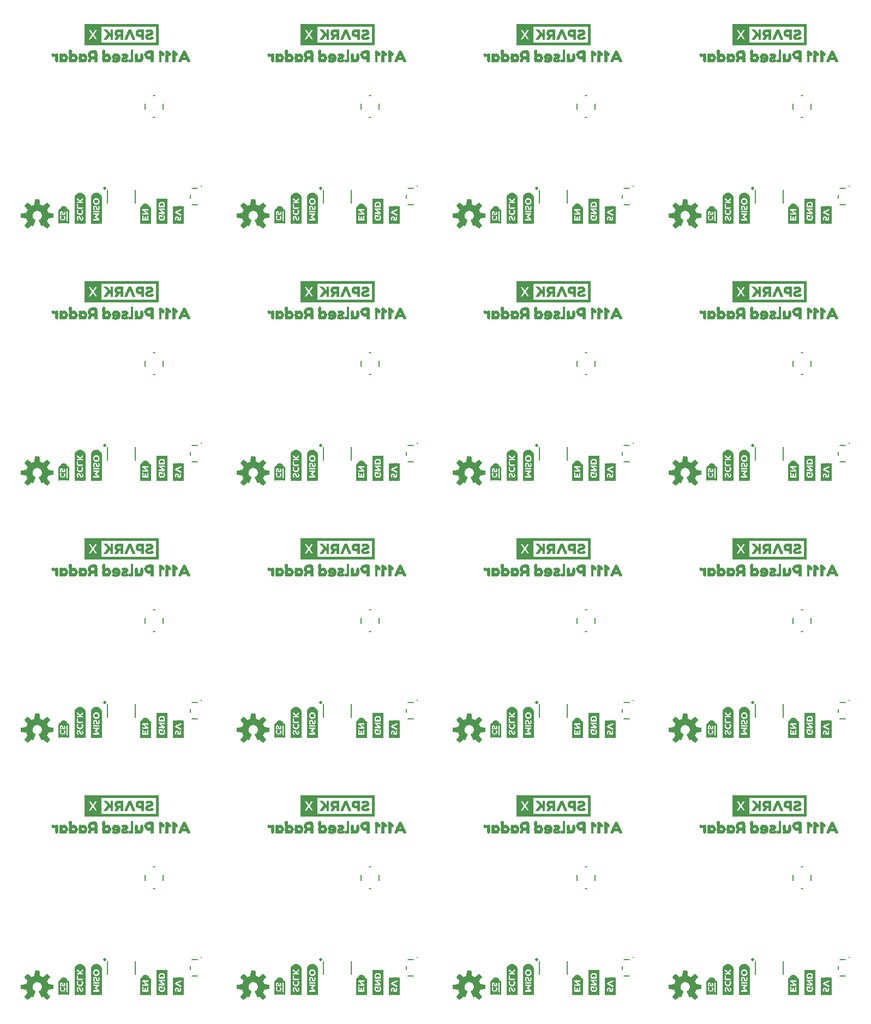
<source format=gbo>
G75*
%MOIN*%
%OFA0B0*%
%FSLAX25Y25*%
%IPPOS*%
%LPD*%
%AMOC8*
5,1,8,0,0,1.08239X$1,22.5*
%
%ADD10C,0.00800*%
%ADD11C,0.01000*%
%ADD12C,0.02000*%
%ADD13C,0.00300*%
%ADD14R,0.00157X0.16378*%
%ADD15R,0.00157X0.16850*%
%ADD16R,0.00157X0.17165*%
%ADD17R,0.00157X0.17480*%
%ADD18R,0.00157X0.17638*%
%ADD19R,0.00157X0.17795*%
%ADD20R,0.00157X0.17953*%
%ADD21R,0.00157X0.02677*%
%ADD22R,0.00157X0.03307*%
%ADD23R,0.00157X0.07244*%
%ADD24R,0.00157X0.03150*%
%ADD25R,0.00157X0.02362*%
%ADD26R,0.00157X0.02205*%
%ADD27R,0.00157X0.00945*%
%ADD28R,0.00157X0.01260*%
%ADD29R,0.00157X0.02992*%
%ADD30R,0.00157X0.01732*%
%ADD31R,0.00157X0.00787*%
%ADD32R,0.00157X0.01102*%
%ADD33R,0.00157X0.02835*%
%ADD34R,0.00157X0.02047*%
%ADD35R,0.00157X0.01417*%
%ADD36R,0.00157X0.00472*%
%ADD37R,0.00157X0.01890*%
%ADD38R,0.00157X0.00630*%
%ADD39R,0.00157X0.03465*%
%ADD40R,0.00157X0.03622*%
%ADD41R,0.00157X0.02520*%
%ADD42R,0.00157X0.01575*%
%ADD43R,0.00157X0.00315*%
%ADD44R,0.00157X0.03937*%
%ADD45R,0.00157X0.00157*%
%ADD46R,0.00157X0.04094*%
%ADD47R,0.00157X0.04252*%
%ADD48R,0.00157X0.04409*%
%ADD49R,0.00157X0.04567*%
%ADD50R,0.00157X0.04724*%
%ADD51R,0.00157X0.09134*%
%ADD52R,0.00157X0.03780*%
%ADD53R,0.00157X0.15276*%
%ADD54R,0.00157X0.11024*%
%ADD55R,0.00157X0.10551*%
%ADD56R,0.00157X0.05197*%
%ADD57C,0.00039*%
%ADD58R,0.01102X0.00276*%
%ADD59R,0.01378X0.00276*%
%ADD60R,0.00276X0.00276*%
%ADD61R,0.00551X0.00276*%
%ADD62R,0.02480X0.00276*%
%ADD63R,0.01654X0.00276*%
%ADD64R,0.01929X0.00276*%
%ADD65R,0.01378X0.00315*%
%ADD66R,0.01654X0.00315*%
%ADD67R,0.03858X0.00315*%
%ADD68R,0.01929X0.00315*%
%ADD69R,0.04134X0.00315*%
%ADD70R,0.04685X0.00276*%
%ADD71R,0.01929X0.00236*%
%ADD72R,0.02205X0.00236*%
%ADD73R,0.04961X0.00236*%
%ADD74R,0.01654X0.00236*%
%ADD75R,0.02205X0.00315*%
%ADD76R,0.02480X0.00315*%
%ADD77R,0.05236X0.00315*%
%ADD78R,0.02756X0.00276*%
%ADD79R,0.05512X0.00276*%
%ADD80R,0.03031X0.00276*%
%ADD81R,0.03307X0.00276*%
%ADD82R,0.03031X0.00236*%
%ADD83R,0.03307X0.00236*%
%ADD84R,0.03583X0.00236*%
%ADD85R,0.00551X0.00236*%
%ADD86R,0.03307X0.00315*%
%ADD87R,0.03583X0.00315*%
%ADD88R,0.02756X0.00315*%
%ADD89R,0.03583X0.00276*%
%ADD90R,0.04409X0.00276*%
%ADD91R,0.04134X0.00276*%
%ADD92R,0.03858X0.00276*%
%ADD93R,0.04961X0.00276*%
%ADD94R,0.02205X0.00276*%
%ADD95R,0.05236X0.00276*%
%ADD96R,0.05787X0.00276*%
%ADD97R,0.03031X0.00315*%
%ADD98R,0.05512X0.00315*%
%ADD99R,0.06063X0.00276*%
%ADD100R,0.06614X0.00276*%
%ADD101R,0.04685X0.00236*%
%ADD102R,0.02756X0.00236*%
%ADD103R,0.04409X0.00236*%
%ADD104R,0.01378X0.00236*%
%ADD105R,0.00157X0.07874*%
%ADD106R,0.00157X0.08031*%
%ADD107R,0.00157X0.08346*%
%ADD108R,0.00157X0.08504*%
%ADD109R,0.00157X0.09606*%
%ADD110R,0.00157X0.09764*%
%ADD111R,0.00157X0.09921*%
%ADD112R,0.00157X0.10079*%
%ADD113R,0.00157X0.04882*%
%ADD114R,0.00157X0.08661*%
%ADD115R,0.00157X0.10236*%
%ADD116R,0.00157X0.10394*%
%ADD117R,0.00157X0.10709*%
%ADD118R,0.00157X0.10866*%
D10*
X0085285Y0069715D02*
X0085285Y0077785D01*
X0102215Y0077785D02*
X0102215Y0069715D01*
X0135959Y0072693D02*
X0135959Y0074807D01*
X0137059Y0078750D02*
X0140441Y0078750D01*
X0140441Y0068750D02*
X0137059Y0068750D01*
X0114341Y0121951D02*
X0113159Y0121951D01*
X0108329Y0127175D02*
X0108329Y0130325D01*
X0113159Y0135549D02*
X0114341Y0135549D01*
X0119171Y0130325D02*
X0119171Y0127175D01*
X0137059Y0225750D02*
X0140441Y0225750D01*
X0135959Y0229693D02*
X0135959Y0231807D01*
X0137059Y0235750D02*
X0140441Y0235750D01*
X0102215Y0234785D02*
X0102215Y0226715D01*
X0085285Y0226715D02*
X0085285Y0234785D01*
X0113159Y0278951D02*
X0114341Y0278951D01*
X0119171Y0284175D02*
X0119171Y0287325D01*
X0114341Y0292549D02*
X0113159Y0292549D01*
X0108329Y0287325D02*
X0108329Y0284175D01*
X0137059Y0382750D02*
X0140441Y0382750D01*
X0135959Y0386693D02*
X0135959Y0388807D01*
X0137059Y0392750D02*
X0140441Y0392750D01*
X0102215Y0391785D02*
X0102215Y0383715D01*
X0085285Y0383715D02*
X0085285Y0391785D01*
X0113159Y0435951D02*
X0114341Y0435951D01*
X0119171Y0441175D02*
X0119171Y0444325D01*
X0114341Y0449549D02*
X0113159Y0449549D01*
X0108329Y0444325D02*
X0108329Y0441175D01*
X0102215Y0540715D02*
X0102215Y0548785D01*
X0085285Y0548785D02*
X0085285Y0540715D01*
X0113159Y0592951D02*
X0114341Y0592951D01*
X0119171Y0598175D02*
X0119171Y0601325D01*
X0114341Y0606549D02*
X0113159Y0606549D01*
X0108329Y0601325D02*
X0108329Y0598175D01*
X0137059Y0549750D02*
X0140441Y0549750D01*
X0135959Y0545807D02*
X0135959Y0543693D01*
X0137059Y0539750D02*
X0140441Y0539750D01*
X0217285Y0540715D02*
X0217285Y0548785D01*
X0234215Y0548785D02*
X0234215Y0540715D01*
X0267959Y0543693D02*
X0267959Y0545807D01*
X0269059Y0549750D02*
X0272441Y0549750D01*
X0272441Y0539750D02*
X0269059Y0539750D01*
X0246341Y0592951D02*
X0245159Y0592951D01*
X0240329Y0598175D02*
X0240329Y0601325D01*
X0245159Y0606549D02*
X0246341Y0606549D01*
X0251171Y0601325D02*
X0251171Y0598175D01*
X0349285Y0548785D02*
X0349285Y0540715D01*
X0366215Y0540715D02*
X0366215Y0548785D01*
X0399959Y0545807D02*
X0399959Y0543693D01*
X0401059Y0539750D02*
X0404441Y0539750D01*
X0404441Y0549750D02*
X0401059Y0549750D01*
X0378341Y0592951D02*
X0377159Y0592951D01*
X0372329Y0598175D02*
X0372329Y0601325D01*
X0377159Y0606549D02*
X0378341Y0606549D01*
X0383171Y0601325D02*
X0383171Y0598175D01*
X0481285Y0548785D02*
X0481285Y0540715D01*
X0498215Y0540715D02*
X0498215Y0548785D01*
X0531959Y0545807D02*
X0531959Y0543693D01*
X0533059Y0539750D02*
X0536441Y0539750D01*
X0536441Y0549750D02*
X0533059Y0549750D01*
X0510341Y0592951D02*
X0509159Y0592951D01*
X0504329Y0598175D02*
X0504329Y0601325D01*
X0509159Y0606549D02*
X0510341Y0606549D01*
X0515171Y0601325D02*
X0515171Y0598175D01*
X0510341Y0449549D02*
X0509159Y0449549D01*
X0504329Y0444325D02*
X0504329Y0441175D01*
X0509159Y0435951D02*
X0510341Y0435951D01*
X0515171Y0441175D02*
X0515171Y0444325D01*
X0533059Y0392750D02*
X0536441Y0392750D01*
X0531959Y0388807D02*
X0531959Y0386693D01*
X0533059Y0382750D02*
X0536441Y0382750D01*
X0498215Y0383715D02*
X0498215Y0391785D01*
X0481285Y0391785D02*
X0481285Y0383715D01*
X0404441Y0382750D02*
X0401059Y0382750D01*
X0399959Y0386693D02*
X0399959Y0388807D01*
X0401059Y0392750D02*
X0404441Y0392750D01*
X0366215Y0391785D02*
X0366215Y0383715D01*
X0349285Y0383715D02*
X0349285Y0391785D01*
X0377159Y0435951D02*
X0378341Y0435951D01*
X0383171Y0441175D02*
X0383171Y0444325D01*
X0378341Y0449549D02*
X0377159Y0449549D01*
X0372329Y0444325D02*
X0372329Y0441175D01*
X0272441Y0392750D02*
X0269059Y0392750D01*
X0267959Y0388807D02*
X0267959Y0386693D01*
X0269059Y0382750D02*
X0272441Y0382750D01*
X0234215Y0383715D02*
X0234215Y0391785D01*
X0217285Y0391785D02*
X0217285Y0383715D01*
X0245159Y0435951D02*
X0246341Y0435951D01*
X0251171Y0441175D02*
X0251171Y0444325D01*
X0246341Y0449549D02*
X0245159Y0449549D01*
X0240329Y0444325D02*
X0240329Y0441175D01*
X0245159Y0292549D02*
X0246341Y0292549D01*
X0251171Y0287325D02*
X0251171Y0284175D01*
X0246341Y0278951D02*
X0245159Y0278951D01*
X0240329Y0284175D02*
X0240329Y0287325D01*
X0234215Y0234785D02*
X0234215Y0226715D01*
X0217285Y0226715D02*
X0217285Y0234785D01*
X0267959Y0231807D02*
X0267959Y0229693D01*
X0269059Y0225750D02*
X0272441Y0225750D01*
X0272441Y0235750D02*
X0269059Y0235750D01*
X0349285Y0234785D02*
X0349285Y0226715D01*
X0366215Y0226715D02*
X0366215Y0234785D01*
X0399959Y0231807D02*
X0399959Y0229693D01*
X0401059Y0225750D02*
X0404441Y0225750D01*
X0404441Y0235750D02*
X0401059Y0235750D01*
X0378341Y0278951D02*
X0377159Y0278951D01*
X0372329Y0284175D02*
X0372329Y0287325D01*
X0377159Y0292549D02*
X0378341Y0292549D01*
X0383171Y0287325D02*
X0383171Y0284175D01*
X0481285Y0234785D02*
X0481285Y0226715D01*
X0498215Y0226715D02*
X0498215Y0234785D01*
X0531959Y0231807D02*
X0531959Y0229693D01*
X0533059Y0225750D02*
X0536441Y0225750D01*
X0536441Y0235750D02*
X0533059Y0235750D01*
X0510341Y0278951D02*
X0509159Y0278951D01*
X0504329Y0284175D02*
X0504329Y0287325D01*
X0509159Y0292549D02*
X0510341Y0292549D01*
X0515171Y0287325D02*
X0515171Y0284175D01*
X0510341Y0135549D02*
X0509159Y0135549D01*
X0504329Y0130325D02*
X0504329Y0127175D01*
X0509159Y0121951D02*
X0510341Y0121951D01*
X0515171Y0127175D02*
X0515171Y0130325D01*
X0533059Y0078750D02*
X0536441Y0078750D01*
X0531959Y0074807D02*
X0531959Y0072693D01*
X0533059Y0068750D02*
X0536441Y0068750D01*
X0498215Y0069715D02*
X0498215Y0077785D01*
X0481285Y0077785D02*
X0481285Y0069715D01*
X0404441Y0068750D02*
X0401059Y0068750D01*
X0399959Y0072693D02*
X0399959Y0074807D01*
X0401059Y0078750D02*
X0404441Y0078750D01*
X0366215Y0077785D02*
X0366215Y0069715D01*
X0349285Y0069715D02*
X0349285Y0077785D01*
X0377159Y0121951D02*
X0378341Y0121951D01*
X0383171Y0127175D02*
X0383171Y0130325D01*
X0378341Y0135549D02*
X0377159Y0135549D01*
X0372329Y0130325D02*
X0372329Y0127175D01*
X0272441Y0078750D02*
X0269059Y0078750D01*
X0267959Y0074807D02*
X0267959Y0072693D01*
X0269059Y0068750D02*
X0272441Y0068750D01*
X0234215Y0069715D02*
X0234215Y0077785D01*
X0217285Y0077785D02*
X0217285Y0069715D01*
X0245159Y0121951D02*
X0246341Y0121951D01*
X0251171Y0127175D02*
X0251171Y0130325D01*
X0246341Y0135549D02*
X0245159Y0135549D01*
X0240329Y0130325D02*
X0240329Y0127175D01*
D11*
X0274750Y0080050D03*
X0142750Y0080050D03*
X0142750Y0237050D03*
X0274750Y0237050D03*
X0406750Y0237050D03*
X0538750Y0237050D03*
X0538750Y0080050D03*
X0406750Y0080050D03*
X0406750Y0394050D03*
X0274750Y0394050D03*
X0142750Y0394050D03*
X0142750Y0551050D03*
X0274750Y0551050D03*
X0406750Y0551050D03*
X0538750Y0551050D03*
X0538750Y0394050D03*
D12*
X0479750Y0392750D03*
X0347750Y0392750D03*
X0215750Y0392750D03*
X0083750Y0392750D03*
X0083750Y0235750D03*
X0215750Y0235750D03*
X0347750Y0235750D03*
X0479750Y0235750D03*
X0479750Y0078750D03*
X0347750Y0078750D03*
X0215750Y0078750D03*
X0083750Y0078750D03*
X0083750Y0549750D03*
X0215750Y0549750D03*
X0347750Y0549750D03*
X0479750Y0549750D03*
D13*
X0034494Y0056190D02*
X0036190Y0054494D01*
X0038664Y0056511D01*
X0039660Y0055998D01*
X0041073Y0059408D01*
X0040517Y0059709D01*
X0040035Y0060116D01*
X0039646Y0060614D01*
X0039366Y0061180D01*
X0039208Y0061792D01*
X0039179Y0062423D01*
X0039279Y0063046D01*
X0039504Y0063636D01*
X0039845Y0064168D01*
X0040288Y0064619D01*
X0040813Y0064970D01*
X0041399Y0065206D01*
X0042020Y0065317D01*
X0042652Y0065300D01*
X0043266Y0065153D01*
X0043838Y0064885D01*
X0044342Y0064505D01*
X0044759Y0064030D01*
X0045069Y0063480D01*
X0045261Y0062878D01*
X0045326Y0062250D01*
X0045267Y0061650D01*
X0045092Y0061073D01*
X0044808Y0060541D01*
X0044425Y0060075D01*
X0043959Y0059692D01*
X0043427Y0059408D01*
X0044840Y0055998D01*
X0045836Y0056511D01*
X0048310Y0054494D01*
X0050006Y0056190D01*
X0047989Y0058664D01*
X0048502Y0059661D01*
X0048843Y0060728D01*
X0052019Y0061050D01*
X0052019Y0063450D01*
X0048843Y0063772D01*
X0048502Y0064839D01*
X0047989Y0065836D01*
X0050006Y0068310D01*
X0048310Y0070006D01*
X0045836Y0067989D01*
X0044839Y0068502D01*
X0043772Y0068843D01*
X0043450Y0072019D01*
X0041050Y0072019D01*
X0040728Y0068843D01*
X0039661Y0068502D01*
X0038664Y0067989D01*
X0036190Y0070006D01*
X0034494Y0068310D01*
X0036511Y0065836D01*
X0035998Y0064839D01*
X0035657Y0063772D01*
X0032481Y0063450D01*
X0032481Y0061050D01*
X0035657Y0060728D01*
X0035998Y0059661D01*
X0036511Y0058664D01*
X0034494Y0056190D01*
X0034513Y0056213D02*
X0038298Y0056213D01*
X0037932Y0055915D02*
X0034770Y0055915D01*
X0035068Y0055616D02*
X0037566Y0055616D01*
X0037200Y0055318D02*
X0035367Y0055318D01*
X0035665Y0055019D02*
X0036834Y0055019D01*
X0036468Y0054720D02*
X0035964Y0054720D01*
X0034756Y0056512D02*
X0039873Y0056512D01*
X0039997Y0056810D02*
X0035000Y0056810D01*
X0035243Y0057109D02*
X0040120Y0057109D01*
X0040244Y0057407D02*
X0035486Y0057407D01*
X0035730Y0057706D02*
X0040368Y0057706D01*
X0040491Y0058004D02*
X0035973Y0058004D01*
X0036217Y0058303D02*
X0040615Y0058303D01*
X0040739Y0058601D02*
X0036460Y0058601D01*
X0036390Y0058900D02*
X0040862Y0058900D01*
X0040986Y0059198D02*
X0036236Y0059198D01*
X0036083Y0059497D02*
X0040909Y0059497D01*
X0040415Y0059795D02*
X0035955Y0059795D01*
X0035860Y0060094D02*
X0040061Y0060094D01*
X0039819Y0060392D02*
X0035764Y0060392D01*
X0035669Y0060691D02*
X0039608Y0060691D01*
X0039460Y0060989D02*
X0033083Y0060989D01*
X0032481Y0061288D02*
X0039338Y0061288D01*
X0039261Y0061586D02*
X0032481Y0061586D01*
X0032481Y0061885D02*
X0039204Y0061885D01*
X0039190Y0062183D02*
X0032481Y0062183D01*
X0032481Y0062482D02*
X0039188Y0062482D01*
X0039236Y0062780D02*
X0032481Y0062780D01*
X0032481Y0063079D02*
X0039291Y0063079D01*
X0039405Y0063377D02*
X0032481Y0063377D01*
X0034709Y0063676D02*
X0039530Y0063676D01*
X0039721Y0063974D02*
X0035721Y0063974D01*
X0035817Y0064273D02*
X0039948Y0064273D01*
X0040241Y0064571D02*
X0035913Y0064571D01*
X0036014Y0064870D02*
X0040664Y0064870D01*
X0041306Y0065168D02*
X0036168Y0065168D01*
X0036321Y0065467D02*
X0048179Y0065467D01*
X0048332Y0065168D02*
X0043203Y0065168D01*
X0043857Y0064870D02*
X0048486Y0064870D01*
X0048587Y0064571D02*
X0044254Y0064571D01*
X0044546Y0064273D02*
X0048683Y0064273D01*
X0048779Y0063974D02*
X0044790Y0063974D01*
X0044959Y0063676D02*
X0049791Y0063676D01*
X0052019Y0063377D02*
X0045102Y0063377D01*
X0045197Y0063079D02*
X0052019Y0063079D01*
X0052019Y0062780D02*
X0045271Y0062780D01*
X0045302Y0062482D02*
X0052019Y0062482D01*
X0052019Y0062183D02*
X0045319Y0062183D01*
X0045290Y0061885D02*
X0052019Y0061885D01*
X0052019Y0061586D02*
X0045248Y0061586D01*
X0045157Y0061288D02*
X0052019Y0061288D01*
X0051417Y0060989D02*
X0045047Y0060989D01*
X0044888Y0060691D02*
X0048831Y0060691D01*
X0048736Y0060392D02*
X0044685Y0060392D01*
X0044440Y0060094D02*
X0048640Y0060094D01*
X0048545Y0059795D02*
X0044084Y0059795D01*
X0043593Y0059497D02*
X0048417Y0059497D01*
X0048264Y0059198D02*
X0043514Y0059198D01*
X0043638Y0058900D02*
X0048110Y0058900D01*
X0048040Y0058601D02*
X0043762Y0058601D01*
X0043885Y0058303D02*
X0048283Y0058303D01*
X0048527Y0058004D02*
X0044009Y0058004D01*
X0044132Y0057706D02*
X0048770Y0057706D01*
X0049014Y0057407D02*
X0044256Y0057407D01*
X0044380Y0057109D02*
X0049257Y0057109D01*
X0049500Y0056810D02*
X0044503Y0056810D01*
X0044627Y0056512D02*
X0049744Y0056512D01*
X0049987Y0056213D02*
X0046202Y0056213D01*
X0046568Y0055915D02*
X0049730Y0055915D01*
X0049432Y0055616D02*
X0046934Y0055616D01*
X0047300Y0055318D02*
X0049133Y0055318D01*
X0048835Y0055019D02*
X0047666Y0055019D01*
X0048032Y0054720D02*
X0048536Y0054720D01*
X0045257Y0056213D02*
X0044751Y0056213D01*
X0039749Y0056213D02*
X0039243Y0056213D01*
X0036475Y0065765D02*
X0048025Y0065765D01*
X0048175Y0066064D02*
X0036325Y0066064D01*
X0036082Y0066362D02*
X0048418Y0066362D01*
X0048661Y0066661D02*
X0035839Y0066661D01*
X0035595Y0066959D02*
X0048905Y0066959D01*
X0049148Y0067258D02*
X0035352Y0067258D01*
X0035108Y0067556D02*
X0049392Y0067556D01*
X0049635Y0067855D02*
X0034865Y0067855D01*
X0034622Y0068153D02*
X0038462Y0068153D01*
X0038096Y0068452D02*
X0034636Y0068452D01*
X0034935Y0068751D02*
X0037730Y0068751D01*
X0037364Y0069049D02*
X0035233Y0069049D01*
X0035532Y0069348D02*
X0036998Y0069348D01*
X0036631Y0069646D02*
X0035830Y0069646D01*
X0036129Y0069945D02*
X0036265Y0069945D01*
X0038984Y0068153D02*
X0045516Y0068153D01*
X0046038Y0068153D02*
X0049878Y0068153D01*
X0049864Y0068452D02*
X0046404Y0068452D01*
X0046770Y0068751D02*
X0049565Y0068751D01*
X0049267Y0069049D02*
X0047136Y0069049D01*
X0047502Y0069348D02*
X0048968Y0069348D01*
X0048670Y0069646D02*
X0047869Y0069646D01*
X0048235Y0069945D02*
X0048371Y0069945D01*
X0044936Y0068452D02*
X0039564Y0068452D01*
X0040438Y0068751D02*
X0044062Y0068751D01*
X0043751Y0069049D02*
X0040749Y0069049D01*
X0040779Y0069348D02*
X0043721Y0069348D01*
X0043691Y0069646D02*
X0040809Y0069646D01*
X0040840Y0069945D02*
X0043660Y0069945D01*
X0043630Y0070243D02*
X0040870Y0070243D01*
X0040900Y0070542D02*
X0043600Y0070542D01*
X0043569Y0070840D02*
X0040931Y0070840D01*
X0040961Y0071139D02*
X0043539Y0071139D01*
X0043509Y0071437D02*
X0040991Y0071437D01*
X0041022Y0071736D02*
X0043478Y0071736D01*
X0164481Y0063450D02*
X0167657Y0063772D01*
X0167998Y0064839D01*
X0168511Y0065836D01*
X0166494Y0068310D01*
X0168190Y0070006D01*
X0170664Y0067989D01*
X0171661Y0068502D01*
X0172728Y0068843D01*
X0173050Y0072019D01*
X0175450Y0072019D01*
X0175772Y0068843D01*
X0176839Y0068502D01*
X0177836Y0067989D01*
X0180310Y0070006D01*
X0182006Y0068310D01*
X0179989Y0065836D01*
X0180502Y0064839D01*
X0180843Y0063772D01*
X0184019Y0063450D01*
X0184019Y0061050D01*
X0180843Y0060728D01*
X0180502Y0059661D01*
X0179989Y0058664D01*
X0182006Y0056190D01*
X0180310Y0054494D01*
X0177836Y0056511D01*
X0176840Y0055998D01*
X0175427Y0059408D01*
X0175959Y0059692D01*
X0176425Y0060075D01*
X0176808Y0060541D01*
X0177092Y0061073D01*
X0177267Y0061650D01*
X0177326Y0062250D01*
X0177261Y0062878D01*
X0177069Y0063480D01*
X0176759Y0064030D01*
X0176342Y0064505D01*
X0175838Y0064885D01*
X0175266Y0065153D01*
X0174652Y0065300D01*
X0174020Y0065317D01*
X0173399Y0065206D01*
X0172813Y0064970D01*
X0172288Y0064619D01*
X0171845Y0064168D01*
X0171504Y0063636D01*
X0171279Y0063046D01*
X0171179Y0062423D01*
X0171208Y0061792D01*
X0171366Y0061180D01*
X0171646Y0060614D01*
X0172035Y0060116D01*
X0172517Y0059709D01*
X0173073Y0059408D01*
X0171660Y0055998D01*
X0170664Y0056511D01*
X0168190Y0054494D01*
X0166494Y0056190D01*
X0168511Y0058664D01*
X0167998Y0059661D01*
X0167657Y0060728D01*
X0164481Y0061050D01*
X0164481Y0063450D01*
X0164481Y0063377D02*
X0171405Y0063377D01*
X0171291Y0063079D02*
X0164481Y0063079D01*
X0164481Y0062780D02*
X0171236Y0062780D01*
X0171188Y0062482D02*
X0164481Y0062482D01*
X0164481Y0062183D02*
X0171190Y0062183D01*
X0171204Y0061885D02*
X0164481Y0061885D01*
X0164481Y0061586D02*
X0171261Y0061586D01*
X0171338Y0061288D02*
X0164481Y0061288D01*
X0165083Y0060989D02*
X0171460Y0060989D01*
X0171608Y0060691D02*
X0167669Y0060691D01*
X0167764Y0060392D02*
X0171819Y0060392D01*
X0172061Y0060094D02*
X0167860Y0060094D01*
X0167955Y0059795D02*
X0172415Y0059795D01*
X0172909Y0059497D02*
X0168083Y0059497D01*
X0168236Y0059198D02*
X0172986Y0059198D01*
X0172862Y0058900D02*
X0168390Y0058900D01*
X0168460Y0058601D02*
X0172739Y0058601D01*
X0172615Y0058303D02*
X0168217Y0058303D01*
X0167973Y0058004D02*
X0172491Y0058004D01*
X0172368Y0057706D02*
X0167730Y0057706D01*
X0167486Y0057407D02*
X0172244Y0057407D01*
X0172120Y0057109D02*
X0167243Y0057109D01*
X0167000Y0056810D02*
X0171997Y0056810D01*
X0171873Y0056512D02*
X0166756Y0056512D01*
X0166513Y0056213D02*
X0170298Y0056213D01*
X0169932Y0055915D02*
X0166770Y0055915D01*
X0167068Y0055616D02*
X0169566Y0055616D01*
X0169200Y0055318D02*
X0167367Y0055318D01*
X0167665Y0055019D02*
X0168834Y0055019D01*
X0168468Y0054720D02*
X0167964Y0054720D01*
X0171243Y0056213D02*
X0171749Y0056213D01*
X0176009Y0058004D02*
X0180527Y0058004D01*
X0180770Y0057706D02*
X0176132Y0057706D01*
X0176256Y0057407D02*
X0181014Y0057407D01*
X0181257Y0057109D02*
X0176380Y0057109D01*
X0176503Y0056810D02*
X0181500Y0056810D01*
X0181744Y0056512D02*
X0176627Y0056512D01*
X0176751Y0056213D02*
X0177257Y0056213D01*
X0178202Y0056213D02*
X0181987Y0056213D01*
X0181730Y0055915D02*
X0178568Y0055915D01*
X0178934Y0055616D02*
X0181432Y0055616D01*
X0181133Y0055318D02*
X0179300Y0055318D01*
X0179666Y0055019D02*
X0180835Y0055019D01*
X0180536Y0054720D02*
X0180032Y0054720D01*
X0180283Y0058303D02*
X0175885Y0058303D01*
X0175762Y0058601D02*
X0180040Y0058601D01*
X0180110Y0058900D02*
X0175638Y0058900D01*
X0175514Y0059198D02*
X0180264Y0059198D01*
X0180417Y0059497D02*
X0175593Y0059497D01*
X0176084Y0059795D02*
X0180545Y0059795D01*
X0180640Y0060094D02*
X0176440Y0060094D01*
X0176685Y0060392D02*
X0180736Y0060392D01*
X0180831Y0060691D02*
X0176888Y0060691D01*
X0177047Y0060989D02*
X0183417Y0060989D01*
X0184019Y0061288D02*
X0177157Y0061288D01*
X0177248Y0061586D02*
X0184019Y0061586D01*
X0184019Y0061885D02*
X0177290Y0061885D01*
X0177319Y0062183D02*
X0184019Y0062183D01*
X0184019Y0062482D02*
X0177302Y0062482D01*
X0177271Y0062780D02*
X0184019Y0062780D01*
X0184019Y0063079D02*
X0177197Y0063079D01*
X0177102Y0063377D02*
X0184019Y0063377D01*
X0181791Y0063676D02*
X0176959Y0063676D01*
X0176790Y0063974D02*
X0180779Y0063974D01*
X0180683Y0064273D02*
X0176546Y0064273D01*
X0176254Y0064571D02*
X0180587Y0064571D01*
X0180486Y0064870D02*
X0175857Y0064870D01*
X0175203Y0065168D02*
X0180332Y0065168D01*
X0180179Y0065467D02*
X0168321Y0065467D01*
X0168168Y0065168D02*
X0173306Y0065168D01*
X0172664Y0064870D02*
X0168014Y0064870D01*
X0167913Y0064571D02*
X0172241Y0064571D01*
X0171948Y0064273D02*
X0167817Y0064273D01*
X0167721Y0063974D02*
X0171721Y0063974D01*
X0171530Y0063676D02*
X0166709Y0063676D01*
X0168475Y0065765D02*
X0180025Y0065765D01*
X0180175Y0066064D02*
X0168325Y0066064D01*
X0168082Y0066362D02*
X0180418Y0066362D01*
X0180661Y0066661D02*
X0167839Y0066661D01*
X0167595Y0066959D02*
X0180905Y0066959D01*
X0181148Y0067258D02*
X0167352Y0067258D01*
X0167108Y0067556D02*
X0181392Y0067556D01*
X0181635Y0067855D02*
X0166865Y0067855D01*
X0166622Y0068153D02*
X0170462Y0068153D01*
X0170096Y0068452D02*
X0166636Y0068452D01*
X0166935Y0068751D02*
X0169730Y0068751D01*
X0169364Y0069049D02*
X0167233Y0069049D01*
X0167532Y0069348D02*
X0168998Y0069348D01*
X0168631Y0069646D02*
X0167830Y0069646D01*
X0168129Y0069945D02*
X0168265Y0069945D01*
X0170984Y0068153D02*
X0177516Y0068153D01*
X0178038Y0068153D02*
X0181878Y0068153D01*
X0181864Y0068452D02*
X0178404Y0068452D01*
X0178770Y0068751D02*
X0181565Y0068751D01*
X0181267Y0069049D02*
X0179136Y0069049D01*
X0179502Y0069348D02*
X0180968Y0069348D01*
X0180670Y0069646D02*
X0179869Y0069646D01*
X0180235Y0069945D02*
X0180371Y0069945D01*
X0176936Y0068452D02*
X0171564Y0068452D01*
X0172438Y0068751D02*
X0176062Y0068751D01*
X0175751Y0069049D02*
X0172749Y0069049D01*
X0172779Y0069348D02*
X0175721Y0069348D01*
X0175691Y0069646D02*
X0172809Y0069646D01*
X0172840Y0069945D02*
X0175660Y0069945D01*
X0175630Y0070243D02*
X0172870Y0070243D01*
X0172900Y0070542D02*
X0175600Y0070542D01*
X0175569Y0070840D02*
X0172931Y0070840D01*
X0172961Y0071139D02*
X0175539Y0071139D01*
X0175509Y0071437D02*
X0172991Y0071437D01*
X0173022Y0071736D02*
X0175478Y0071736D01*
X0296481Y0063450D02*
X0299657Y0063772D01*
X0299998Y0064839D01*
X0300511Y0065836D01*
X0298494Y0068310D01*
X0300190Y0070006D01*
X0302664Y0067989D01*
X0303661Y0068502D01*
X0304728Y0068843D01*
X0305050Y0072019D01*
X0307450Y0072019D01*
X0307772Y0068843D01*
X0308839Y0068502D01*
X0309836Y0067989D01*
X0312310Y0070006D01*
X0314006Y0068310D01*
X0311989Y0065836D01*
X0312502Y0064839D01*
X0312843Y0063772D01*
X0316019Y0063450D01*
X0316019Y0061050D01*
X0312843Y0060728D01*
X0312502Y0059661D01*
X0311989Y0058664D01*
X0314006Y0056190D01*
X0312310Y0054494D01*
X0309836Y0056511D01*
X0308840Y0055998D01*
X0307427Y0059408D01*
X0307959Y0059692D01*
X0308425Y0060075D01*
X0308808Y0060541D01*
X0309092Y0061073D01*
X0309267Y0061650D01*
X0309326Y0062250D01*
X0309261Y0062878D01*
X0309069Y0063480D01*
X0308759Y0064030D01*
X0308342Y0064505D01*
X0307838Y0064885D01*
X0307266Y0065153D01*
X0306652Y0065300D01*
X0306020Y0065317D01*
X0305399Y0065206D01*
X0304813Y0064970D01*
X0304288Y0064619D01*
X0303845Y0064168D01*
X0303504Y0063636D01*
X0303279Y0063046D01*
X0303179Y0062423D01*
X0303208Y0061792D01*
X0303366Y0061180D01*
X0303646Y0060614D01*
X0304035Y0060116D01*
X0304517Y0059709D01*
X0305073Y0059408D01*
X0303660Y0055998D01*
X0302664Y0056511D01*
X0300190Y0054494D01*
X0298494Y0056190D01*
X0300511Y0058664D01*
X0299998Y0059661D01*
X0299657Y0060728D01*
X0296481Y0061050D01*
X0296481Y0063450D01*
X0296481Y0063377D02*
X0303405Y0063377D01*
X0303291Y0063079D02*
X0296481Y0063079D01*
X0296481Y0062780D02*
X0303236Y0062780D01*
X0303188Y0062482D02*
X0296481Y0062482D01*
X0296481Y0062183D02*
X0303190Y0062183D01*
X0303204Y0061885D02*
X0296481Y0061885D01*
X0296481Y0061586D02*
X0303261Y0061586D01*
X0303338Y0061288D02*
X0296481Y0061288D01*
X0297083Y0060989D02*
X0303460Y0060989D01*
X0303608Y0060691D02*
X0299669Y0060691D01*
X0299764Y0060392D02*
X0303819Y0060392D01*
X0304061Y0060094D02*
X0299860Y0060094D01*
X0299955Y0059795D02*
X0304415Y0059795D01*
X0304909Y0059497D02*
X0300083Y0059497D01*
X0300236Y0059198D02*
X0304986Y0059198D01*
X0304862Y0058900D02*
X0300390Y0058900D01*
X0300460Y0058601D02*
X0304739Y0058601D01*
X0304615Y0058303D02*
X0300217Y0058303D01*
X0299973Y0058004D02*
X0304491Y0058004D01*
X0304368Y0057706D02*
X0299730Y0057706D01*
X0299486Y0057407D02*
X0304244Y0057407D01*
X0304120Y0057109D02*
X0299243Y0057109D01*
X0299000Y0056810D02*
X0303997Y0056810D01*
X0303873Y0056512D02*
X0298756Y0056512D01*
X0298513Y0056213D02*
X0302298Y0056213D01*
X0301932Y0055915D02*
X0298770Y0055915D01*
X0299068Y0055616D02*
X0301566Y0055616D01*
X0301200Y0055318D02*
X0299367Y0055318D01*
X0299665Y0055019D02*
X0300834Y0055019D01*
X0300468Y0054720D02*
X0299964Y0054720D01*
X0303243Y0056213D02*
X0303749Y0056213D01*
X0308009Y0058004D02*
X0312527Y0058004D01*
X0312770Y0057706D02*
X0308132Y0057706D01*
X0308256Y0057407D02*
X0313014Y0057407D01*
X0313257Y0057109D02*
X0308380Y0057109D01*
X0308503Y0056810D02*
X0313500Y0056810D01*
X0313744Y0056512D02*
X0308627Y0056512D01*
X0308751Y0056213D02*
X0309257Y0056213D01*
X0310202Y0056213D02*
X0313987Y0056213D01*
X0313730Y0055915D02*
X0310568Y0055915D01*
X0310934Y0055616D02*
X0313432Y0055616D01*
X0313133Y0055318D02*
X0311300Y0055318D01*
X0311666Y0055019D02*
X0312835Y0055019D01*
X0312536Y0054720D02*
X0312032Y0054720D01*
X0312283Y0058303D02*
X0307885Y0058303D01*
X0307762Y0058601D02*
X0312040Y0058601D01*
X0312110Y0058900D02*
X0307638Y0058900D01*
X0307514Y0059198D02*
X0312264Y0059198D01*
X0312417Y0059497D02*
X0307593Y0059497D01*
X0308084Y0059795D02*
X0312545Y0059795D01*
X0312640Y0060094D02*
X0308440Y0060094D01*
X0308685Y0060392D02*
X0312736Y0060392D01*
X0312831Y0060691D02*
X0308888Y0060691D01*
X0309047Y0060989D02*
X0315417Y0060989D01*
X0316019Y0061288D02*
X0309157Y0061288D01*
X0309248Y0061586D02*
X0316019Y0061586D01*
X0316019Y0061885D02*
X0309290Y0061885D01*
X0309319Y0062183D02*
X0316019Y0062183D01*
X0316019Y0062482D02*
X0309302Y0062482D01*
X0309271Y0062780D02*
X0316019Y0062780D01*
X0316019Y0063079D02*
X0309197Y0063079D01*
X0309102Y0063377D02*
X0316019Y0063377D01*
X0313791Y0063676D02*
X0308959Y0063676D01*
X0308790Y0063974D02*
X0312779Y0063974D01*
X0312683Y0064273D02*
X0308546Y0064273D01*
X0308254Y0064571D02*
X0312587Y0064571D01*
X0312486Y0064870D02*
X0307857Y0064870D01*
X0307203Y0065168D02*
X0312332Y0065168D01*
X0312179Y0065467D02*
X0300321Y0065467D01*
X0300168Y0065168D02*
X0305306Y0065168D01*
X0304664Y0064870D02*
X0300014Y0064870D01*
X0299913Y0064571D02*
X0304241Y0064571D01*
X0303948Y0064273D02*
X0299817Y0064273D01*
X0299721Y0063974D02*
X0303721Y0063974D01*
X0303530Y0063676D02*
X0298709Y0063676D01*
X0300475Y0065765D02*
X0312025Y0065765D01*
X0312175Y0066064D02*
X0300325Y0066064D01*
X0300082Y0066362D02*
X0312418Y0066362D01*
X0312661Y0066661D02*
X0299839Y0066661D01*
X0299595Y0066959D02*
X0312905Y0066959D01*
X0313148Y0067258D02*
X0299352Y0067258D01*
X0299108Y0067556D02*
X0313392Y0067556D01*
X0313635Y0067855D02*
X0298865Y0067855D01*
X0298622Y0068153D02*
X0302462Y0068153D01*
X0302096Y0068452D02*
X0298636Y0068452D01*
X0298935Y0068751D02*
X0301730Y0068751D01*
X0301364Y0069049D02*
X0299233Y0069049D01*
X0299532Y0069348D02*
X0300998Y0069348D01*
X0300631Y0069646D02*
X0299830Y0069646D01*
X0300129Y0069945D02*
X0300265Y0069945D01*
X0302984Y0068153D02*
X0309516Y0068153D01*
X0310038Y0068153D02*
X0313878Y0068153D01*
X0313864Y0068452D02*
X0310404Y0068452D01*
X0310770Y0068751D02*
X0313565Y0068751D01*
X0313267Y0069049D02*
X0311136Y0069049D01*
X0311502Y0069348D02*
X0312968Y0069348D01*
X0312670Y0069646D02*
X0311869Y0069646D01*
X0312235Y0069945D02*
X0312371Y0069945D01*
X0308936Y0068452D02*
X0303564Y0068452D01*
X0304438Y0068751D02*
X0308062Y0068751D01*
X0307751Y0069049D02*
X0304749Y0069049D01*
X0304779Y0069348D02*
X0307721Y0069348D01*
X0307691Y0069646D02*
X0304809Y0069646D01*
X0304840Y0069945D02*
X0307660Y0069945D01*
X0307630Y0070243D02*
X0304870Y0070243D01*
X0304900Y0070542D02*
X0307600Y0070542D01*
X0307569Y0070840D02*
X0304931Y0070840D01*
X0304961Y0071139D02*
X0307539Y0071139D01*
X0307509Y0071437D02*
X0304991Y0071437D01*
X0305022Y0071736D02*
X0307478Y0071736D01*
X0428481Y0063450D02*
X0431657Y0063772D01*
X0431998Y0064839D01*
X0432511Y0065836D01*
X0430494Y0068310D01*
X0432190Y0070006D01*
X0434664Y0067989D01*
X0435661Y0068502D01*
X0436728Y0068843D01*
X0437050Y0072019D01*
X0439450Y0072019D01*
X0439772Y0068843D01*
X0440839Y0068502D01*
X0441836Y0067989D01*
X0444310Y0070006D01*
X0446006Y0068310D01*
X0443989Y0065836D01*
X0444502Y0064839D01*
X0444843Y0063772D01*
X0448019Y0063450D01*
X0448019Y0061050D01*
X0444843Y0060728D01*
X0444502Y0059661D01*
X0443989Y0058664D01*
X0446006Y0056190D01*
X0444310Y0054494D01*
X0441836Y0056511D01*
X0440840Y0055998D01*
X0439427Y0059408D01*
X0439959Y0059692D01*
X0440425Y0060075D01*
X0440808Y0060541D01*
X0441092Y0061073D01*
X0441267Y0061650D01*
X0441326Y0062250D01*
X0441261Y0062878D01*
X0441069Y0063480D01*
X0440759Y0064030D01*
X0440342Y0064505D01*
X0439838Y0064885D01*
X0439266Y0065153D01*
X0438652Y0065300D01*
X0438020Y0065317D01*
X0437399Y0065206D01*
X0436813Y0064970D01*
X0436288Y0064619D01*
X0435845Y0064168D01*
X0435504Y0063636D01*
X0435279Y0063046D01*
X0435179Y0062423D01*
X0435208Y0061792D01*
X0435366Y0061180D01*
X0435646Y0060614D01*
X0436035Y0060116D01*
X0436517Y0059709D01*
X0437073Y0059408D01*
X0435660Y0055998D01*
X0434664Y0056511D01*
X0432190Y0054494D01*
X0430494Y0056190D01*
X0432511Y0058664D01*
X0431998Y0059661D01*
X0431657Y0060728D01*
X0428481Y0061050D01*
X0428481Y0063450D01*
X0428481Y0063377D02*
X0435405Y0063377D01*
X0435291Y0063079D02*
X0428481Y0063079D01*
X0428481Y0062780D02*
X0435236Y0062780D01*
X0435188Y0062482D02*
X0428481Y0062482D01*
X0428481Y0062183D02*
X0435190Y0062183D01*
X0435204Y0061885D02*
X0428481Y0061885D01*
X0428481Y0061586D02*
X0435261Y0061586D01*
X0435338Y0061288D02*
X0428481Y0061288D01*
X0429083Y0060989D02*
X0435460Y0060989D01*
X0435608Y0060691D02*
X0431669Y0060691D01*
X0431764Y0060392D02*
X0435819Y0060392D01*
X0436061Y0060094D02*
X0431860Y0060094D01*
X0431955Y0059795D02*
X0436415Y0059795D01*
X0436909Y0059497D02*
X0432083Y0059497D01*
X0432236Y0059198D02*
X0436986Y0059198D01*
X0436862Y0058900D02*
X0432390Y0058900D01*
X0432460Y0058601D02*
X0436739Y0058601D01*
X0436615Y0058303D02*
X0432217Y0058303D01*
X0431973Y0058004D02*
X0436491Y0058004D01*
X0436368Y0057706D02*
X0431730Y0057706D01*
X0431486Y0057407D02*
X0436244Y0057407D01*
X0436120Y0057109D02*
X0431243Y0057109D01*
X0431000Y0056810D02*
X0435997Y0056810D01*
X0435873Y0056512D02*
X0430756Y0056512D01*
X0430513Y0056213D02*
X0434298Y0056213D01*
X0433932Y0055915D02*
X0430770Y0055915D01*
X0431068Y0055616D02*
X0433566Y0055616D01*
X0433200Y0055318D02*
X0431367Y0055318D01*
X0431665Y0055019D02*
X0432834Y0055019D01*
X0432468Y0054720D02*
X0431964Y0054720D01*
X0435243Y0056213D02*
X0435749Y0056213D01*
X0440009Y0058004D02*
X0444527Y0058004D01*
X0444770Y0057706D02*
X0440132Y0057706D01*
X0440256Y0057407D02*
X0445014Y0057407D01*
X0445257Y0057109D02*
X0440380Y0057109D01*
X0440503Y0056810D02*
X0445500Y0056810D01*
X0445744Y0056512D02*
X0440627Y0056512D01*
X0440751Y0056213D02*
X0441257Y0056213D01*
X0442202Y0056213D02*
X0445987Y0056213D01*
X0445730Y0055915D02*
X0442568Y0055915D01*
X0442934Y0055616D02*
X0445432Y0055616D01*
X0445133Y0055318D02*
X0443300Y0055318D01*
X0443666Y0055019D02*
X0444835Y0055019D01*
X0444536Y0054720D02*
X0444032Y0054720D01*
X0444283Y0058303D02*
X0439885Y0058303D01*
X0439762Y0058601D02*
X0444040Y0058601D01*
X0444110Y0058900D02*
X0439638Y0058900D01*
X0439514Y0059198D02*
X0444264Y0059198D01*
X0444417Y0059497D02*
X0439593Y0059497D01*
X0440084Y0059795D02*
X0444545Y0059795D01*
X0444640Y0060094D02*
X0440440Y0060094D01*
X0440685Y0060392D02*
X0444736Y0060392D01*
X0444831Y0060691D02*
X0440888Y0060691D01*
X0441047Y0060989D02*
X0447417Y0060989D01*
X0448019Y0061288D02*
X0441157Y0061288D01*
X0441248Y0061586D02*
X0448019Y0061586D01*
X0448019Y0061885D02*
X0441290Y0061885D01*
X0441319Y0062183D02*
X0448019Y0062183D01*
X0448019Y0062482D02*
X0441302Y0062482D01*
X0441271Y0062780D02*
X0448019Y0062780D01*
X0448019Y0063079D02*
X0441197Y0063079D01*
X0441102Y0063377D02*
X0448019Y0063377D01*
X0445791Y0063676D02*
X0440959Y0063676D01*
X0440790Y0063974D02*
X0444779Y0063974D01*
X0444683Y0064273D02*
X0440546Y0064273D01*
X0440254Y0064571D02*
X0444587Y0064571D01*
X0444486Y0064870D02*
X0439857Y0064870D01*
X0439203Y0065168D02*
X0444332Y0065168D01*
X0444179Y0065467D02*
X0432321Y0065467D01*
X0432168Y0065168D02*
X0437306Y0065168D01*
X0436664Y0064870D02*
X0432014Y0064870D01*
X0431912Y0064571D02*
X0436241Y0064571D01*
X0435948Y0064273D02*
X0431817Y0064273D01*
X0431721Y0063974D02*
X0435721Y0063974D01*
X0435530Y0063676D02*
X0430709Y0063676D01*
X0432475Y0065765D02*
X0444025Y0065765D01*
X0444175Y0066064D02*
X0432325Y0066064D01*
X0432082Y0066362D02*
X0444418Y0066362D01*
X0444661Y0066661D02*
X0431839Y0066661D01*
X0431595Y0066959D02*
X0444905Y0066959D01*
X0445148Y0067258D02*
X0431352Y0067258D01*
X0431108Y0067556D02*
X0445392Y0067556D01*
X0445635Y0067855D02*
X0430865Y0067855D01*
X0430622Y0068153D02*
X0434462Y0068153D01*
X0434096Y0068452D02*
X0430636Y0068452D01*
X0430935Y0068751D02*
X0433730Y0068751D01*
X0433364Y0069049D02*
X0431233Y0069049D01*
X0431532Y0069348D02*
X0432998Y0069348D01*
X0432631Y0069646D02*
X0431830Y0069646D01*
X0432129Y0069945D02*
X0432265Y0069945D01*
X0434984Y0068153D02*
X0441516Y0068153D01*
X0442038Y0068153D02*
X0445878Y0068153D01*
X0445864Y0068452D02*
X0442404Y0068452D01*
X0442770Y0068751D02*
X0445565Y0068751D01*
X0445267Y0069049D02*
X0443136Y0069049D01*
X0443502Y0069348D02*
X0444968Y0069348D01*
X0444670Y0069646D02*
X0443869Y0069646D01*
X0444235Y0069945D02*
X0444371Y0069945D01*
X0440936Y0068452D02*
X0435564Y0068452D01*
X0436438Y0068751D02*
X0440062Y0068751D01*
X0439751Y0069049D02*
X0436749Y0069049D01*
X0436779Y0069348D02*
X0439721Y0069348D01*
X0439691Y0069646D02*
X0436809Y0069646D01*
X0436840Y0069945D02*
X0439660Y0069945D01*
X0439630Y0070243D02*
X0436870Y0070243D01*
X0436900Y0070542D02*
X0439600Y0070542D01*
X0439569Y0070840D02*
X0436931Y0070840D01*
X0436961Y0071139D02*
X0439539Y0071139D01*
X0439509Y0071437D02*
X0436991Y0071437D01*
X0437022Y0071736D02*
X0439478Y0071736D01*
X0444310Y0211494D02*
X0441836Y0213511D01*
X0440840Y0212998D01*
X0439427Y0216408D01*
X0439959Y0216692D01*
X0440425Y0217075D01*
X0440808Y0217541D01*
X0441092Y0218073D01*
X0441267Y0218650D01*
X0441326Y0219250D01*
X0441261Y0219878D01*
X0441069Y0220480D01*
X0440759Y0221030D01*
X0440342Y0221505D01*
X0439838Y0221885D01*
X0439266Y0222153D01*
X0438652Y0222300D01*
X0438020Y0222317D01*
X0437399Y0222206D01*
X0436813Y0221970D01*
X0436288Y0221619D01*
X0435845Y0221168D01*
X0435504Y0220636D01*
X0435279Y0220046D01*
X0435179Y0219423D01*
X0435208Y0218792D01*
X0435366Y0218180D01*
X0435646Y0217614D01*
X0436035Y0217116D01*
X0436517Y0216709D01*
X0437073Y0216408D01*
X0435660Y0212998D01*
X0434664Y0213511D01*
X0432190Y0211494D01*
X0430494Y0213190D01*
X0432511Y0215664D01*
X0431998Y0216661D01*
X0431657Y0217728D01*
X0428481Y0218050D01*
X0428481Y0220450D01*
X0431657Y0220772D01*
X0431998Y0221839D01*
X0432511Y0222836D01*
X0430494Y0225310D01*
X0432190Y0227006D01*
X0434664Y0224989D01*
X0435661Y0225502D01*
X0436728Y0225843D01*
X0437050Y0229019D01*
X0439450Y0229019D01*
X0439772Y0225843D01*
X0440839Y0225502D01*
X0441836Y0224989D01*
X0444310Y0227006D01*
X0446006Y0225310D01*
X0443989Y0222836D01*
X0444502Y0221839D01*
X0444843Y0220772D01*
X0448019Y0220450D01*
X0448019Y0218050D01*
X0444843Y0217728D01*
X0444502Y0216661D01*
X0443989Y0215664D01*
X0446006Y0213190D01*
X0444310Y0211494D01*
X0444553Y0211737D02*
X0444011Y0211737D01*
X0443645Y0212036D02*
X0444852Y0212036D01*
X0445150Y0212334D02*
X0443279Y0212334D01*
X0442913Y0212633D02*
X0445449Y0212633D01*
X0445747Y0212931D02*
X0442547Y0212931D01*
X0442181Y0213230D02*
X0445973Y0213230D01*
X0445730Y0213529D02*
X0440620Y0213529D01*
X0440496Y0213827D02*
X0445487Y0213827D01*
X0445243Y0214126D02*
X0440373Y0214126D01*
X0440249Y0214424D02*
X0445000Y0214424D01*
X0444756Y0214723D02*
X0440125Y0214723D01*
X0440002Y0215021D02*
X0444513Y0215021D01*
X0444270Y0215320D02*
X0439878Y0215320D01*
X0439754Y0215618D02*
X0444026Y0215618D01*
X0444119Y0215917D02*
X0439631Y0215917D01*
X0439507Y0216215D02*
X0444272Y0216215D01*
X0444426Y0216514D02*
X0439624Y0216514D01*
X0440105Y0216812D02*
X0444550Y0216812D01*
X0444646Y0217111D02*
X0440454Y0217111D01*
X0440699Y0217409D02*
X0444741Y0217409D01*
X0444837Y0217708D02*
X0440897Y0217708D01*
X0441056Y0218006D02*
X0447584Y0218006D01*
X0448019Y0218305D02*
X0441162Y0218305D01*
X0441253Y0218603D02*
X0448019Y0218603D01*
X0448019Y0218902D02*
X0441292Y0218902D01*
X0441321Y0219200D02*
X0448019Y0219200D01*
X0448019Y0219499D02*
X0441300Y0219499D01*
X0441270Y0219797D02*
X0448019Y0219797D01*
X0448019Y0220096D02*
X0441192Y0220096D01*
X0441097Y0220394D02*
X0448019Y0220394D01*
X0445624Y0220693D02*
X0440949Y0220693D01*
X0440781Y0220991D02*
X0444773Y0220991D01*
X0444678Y0221290D02*
X0440531Y0221290D01*
X0440231Y0221588D02*
X0444582Y0221588D01*
X0444477Y0221887D02*
X0439833Y0221887D01*
X0439131Y0222185D02*
X0444324Y0222185D01*
X0444170Y0222484D02*
X0432330Y0222484D01*
X0432484Y0222782D02*
X0444016Y0222782D01*
X0444188Y0223081D02*
X0432312Y0223081D01*
X0432068Y0223379D02*
X0444432Y0223379D01*
X0444675Y0223678D02*
X0431825Y0223678D01*
X0431581Y0223976D02*
X0444919Y0223976D01*
X0445162Y0224275D02*
X0431338Y0224275D01*
X0431095Y0224573D02*
X0445405Y0224573D01*
X0445649Y0224872D02*
X0430851Y0224872D01*
X0430608Y0225170D02*
X0434441Y0225170D01*
X0434075Y0225469D02*
X0430653Y0225469D01*
X0430952Y0225767D02*
X0433709Y0225767D01*
X0433343Y0226066D02*
X0431250Y0226066D01*
X0431549Y0226364D02*
X0432977Y0226364D01*
X0432611Y0226663D02*
X0431847Y0226663D01*
X0432146Y0226962D02*
X0432245Y0226962D01*
X0435017Y0225170D02*
X0441483Y0225170D01*
X0442059Y0225170D02*
X0445892Y0225170D01*
X0445847Y0225469D02*
X0442425Y0225469D01*
X0442791Y0225767D02*
X0445548Y0225767D01*
X0445250Y0226066D02*
X0443157Y0226066D01*
X0443523Y0226364D02*
X0444951Y0226364D01*
X0444653Y0226663D02*
X0443889Y0226663D01*
X0444255Y0226962D02*
X0444354Y0226962D01*
X0440903Y0225469D02*
X0435597Y0225469D01*
X0436491Y0225767D02*
X0440009Y0225767D01*
X0439749Y0226066D02*
X0436751Y0226066D01*
X0436781Y0226364D02*
X0439719Y0226364D01*
X0439689Y0226663D02*
X0436811Y0226663D01*
X0436841Y0226962D02*
X0439659Y0226962D01*
X0439628Y0227260D02*
X0436872Y0227260D01*
X0436902Y0227559D02*
X0439598Y0227559D01*
X0439568Y0227857D02*
X0436932Y0227857D01*
X0436963Y0228156D02*
X0439537Y0228156D01*
X0439507Y0228454D02*
X0436993Y0228454D01*
X0437023Y0228753D02*
X0439477Y0228753D01*
X0437348Y0222185D02*
X0432176Y0222185D01*
X0432023Y0221887D02*
X0436689Y0221887D01*
X0436258Y0221588D02*
X0431918Y0221588D01*
X0431822Y0221290D02*
X0435965Y0221290D01*
X0435732Y0220991D02*
X0431727Y0220991D01*
X0430876Y0220693D02*
X0435540Y0220693D01*
X0435412Y0220394D02*
X0428481Y0220394D01*
X0428481Y0220096D02*
X0435298Y0220096D01*
X0435239Y0219797D02*
X0428481Y0219797D01*
X0428481Y0219499D02*
X0435191Y0219499D01*
X0435189Y0219200D02*
X0428481Y0219200D01*
X0428481Y0218902D02*
X0435203Y0218902D01*
X0435257Y0218603D02*
X0428481Y0218603D01*
X0428481Y0218305D02*
X0435334Y0218305D01*
X0435452Y0218006D02*
X0428916Y0218006D01*
X0431663Y0217708D02*
X0435599Y0217708D01*
X0435805Y0217409D02*
X0431759Y0217409D01*
X0431854Y0217111D02*
X0436041Y0217111D01*
X0436395Y0216812D02*
X0431950Y0216812D01*
X0432074Y0216514D02*
X0436878Y0216514D01*
X0436993Y0216215D02*
X0432228Y0216215D01*
X0432381Y0215917D02*
X0436869Y0215917D01*
X0436746Y0215618D02*
X0432474Y0215618D01*
X0432230Y0215320D02*
X0436622Y0215320D01*
X0436498Y0215021D02*
X0431987Y0215021D01*
X0431744Y0214723D02*
X0436375Y0214723D01*
X0436251Y0214424D02*
X0431500Y0214424D01*
X0431257Y0214126D02*
X0436127Y0214126D01*
X0436004Y0213827D02*
X0431013Y0213827D01*
X0430770Y0213529D02*
X0435880Y0213529D01*
X0435756Y0213230D02*
X0435210Y0213230D01*
X0434319Y0213230D02*
X0430527Y0213230D01*
X0430753Y0212931D02*
X0433953Y0212931D01*
X0433587Y0212633D02*
X0431051Y0212633D01*
X0431350Y0212334D02*
X0433221Y0212334D01*
X0432855Y0212036D02*
X0431648Y0212036D01*
X0431947Y0211737D02*
X0432489Y0211737D01*
X0440744Y0213230D02*
X0441290Y0213230D01*
X0316019Y0218050D02*
X0312843Y0217728D01*
X0312502Y0216661D01*
X0311989Y0215664D01*
X0314006Y0213190D01*
X0312310Y0211494D01*
X0309836Y0213511D01*
X0308840Y0212998D01*
X0307427Y0216408D01*
X0307959Y0216692D01*
X0308425Y0217075D01*
X0308808Y0217541D01*
X0309092Y0218073D01*
X0309267Y0218650D01*
X0309326Y0219250D01*
X0309261Y0219878D01*
X0309069Y0220480D01*
X0308759Y0221030D01*
X0308342Y0221505D01*
X0307838Y0221885D01*
X0307266Y0222153D01*
X0306652Y0222300D01*
X0306020Y0222317D01*
X0305399Y0222206D01*
X0304813Y0221970D01*
X0304288Y0221619D01*
X0303845Y0221168D01*
X0303504Y0220636D01*
X0303279Y0220046D01*
X0303179Y0219423D01*
X0303208Y0218792D01*
X0303366Y0218180D01*
X0303646Y0217614D01*
X0304035Y0217116D01*
X0304517Y0216709D01*
X0305073Y0216408D01*
X0303660Y0212998D01*
X0302664Y0213511D01*
X0300190Y0211494D01*
X0298494Y0213190D01*
X0300511Y0215664D01*
X0299998Y0216661D01*
X0299657Y0217728D01*
X0296481Y0218050D01*
X0296481Y0220450D01*
X0299657Y0220772D01*
X0299998Y0221839D01*
X0300511Y0222836D01*
X0298494Y0225310D01*
X0300190Y0227006D01*
X0302664Y0224989D01*
X0303661Y0225502D01*
X0304728Y0225843D01*
X0305050Y0229019D01*
X0307450Y0229019D01*
X0307772Y0225843D01*
X0308839Y0225502D01*
X0309836Y0224989D01*
X0312310Y0227006D01*
X0314006Y0225310D01*
X0311989Y0222836D01*
X0312502Y0221839D01*
X0312843Y0220772D01*
X0316019Y0220450D01*
X0316019Y0218050D01*
X0316019Y0218305D02*
X0309162Y0218305D01*
X0309253Y0218603D02*
X0316019Y0218603D01*
X0316019Y0218902D02*
X0309292Y0218902D01*
X0309321Y0219200D02*
X0316019Y0219200D01*
X0316019Y0219499D02*
X0309300Y0219499D01*
X0309270Y0219797D02*
X0316019Y0219797D01*
X0316019Y0220096D02*
X0309192Y0220096D01*
X0309097Y0220394D02*
X0316019Y0220394D01*
X0313624Y0220693D02*
X0308949Y0220693D01*
X0308781Y0220991D02*
X0312773Y0220991D01*
X0312678Y0221290D02*
X0308531Y0221290D01*
X0308231Y0221588D02*
X0312582Y0221588D01*
X0312477Y0221887D02*
X0307833Y0221887D01*
X0307131Y0222185D02*
X0312324Y0222185D01*
X0312170Y0222484D02*
X0300330Y0222484D01*
X0300484Y0222782D02*
X0312016Y0222782D01*
X0312188Y0223081D02*
X0300312Y0223081D01*
X0300068Y0223379D02*
X0312432Y0223379D01*
X0312675Y0223678D02*
X0299825Y0223678D01*
X0299581Y0223976D02*
X0312919Y0223976D01*
X0313162Y0224275D02*
X0299338Y0224275D01*
X0299095Y0224573D02*
X0313405Y0224573D01*
X0313649Y0224872D02*
X0298851Y0224872D01*
X0298608Y0225170D02*
X0302441Y0225170D01*
X0302075Y0225469D02*
X0298653Y0225469D01*
X0298952Y0225767D02*
X0301709Y0225767D01*
X0301343Y0226066D02*
X0299250Y0226066D01*
X0299549Y0226364D02*
X0300977Y0226364D01*
X0300611Y0226663D02*
X0299847Y0226663D01*
X0300146Y0226962D02*
X0300245Y0226962D01*
X0303017Y0225170D02*
X0309483Y0225170D01*
X0310059Y0225170D02*
X0313892Y0225170D01*
X0313847Y0225469D02*
X0310425Y0225469D01*
X0310791Y0225767D02*
X0313548Y0225767D01*
X0313250Y0226066D02*
X0311157Y0226066D01*
X0311523Y0226364D02*
X0312951Y0226364D01*
X0312653Y0226663D02*
X0311889Y0226663D01*
X0312255Y0226962D02*
X0312354Y0226962D01*
X0308903Y0225469D02*
X0303597Y0225469D01*
X0304491Y0225767D02*
X0308009Y0225767D01*
X0307749Y0226066D02*
X0304751Y0226066D01*
X0304781Y0226364D02*
X0307719Y0226364D01*
X0307689Y0226663D02*
X0304811Y0226663D01*
X0304841Y0226962D02*
X0307659Y0226962D01*
X0307628Y0227260D02*
X0304872Y0227260D01*
X0304902Y0227559D02*
X0307598Y0227559D01*
X0307568Y0227857D02*
X0304932Y0227857D01*
X0304963Y0228156D02*
X0307537Y0228156D01*
X0307507Y0228454D02*
X0304993Y0228454D01*
X0305023Y0228753D02*
X0307477Y0228753D01*
X0305348Y0222185D02*
X0300176Y0222185D01*
X0300023Y0221887D02*
X0304689Y0221887D01*
X0304258Y0221588D02*
X0299918Y0221588D01*
X0299822Y0221290D02*
X0303965Y0221290D01*
X0303732Y0220991D02*
X0299727Y0220991D01*
X0298876Y0220693D02*
X0303540Y0220693D01*
X0303412Y0220394D02*
X0296481Y0220394D01*
X0296481Y0220096D02*
X0303298Y0220096D01*
X0303239Y0219797D02*
X0296481Y0219797D01*
X0296481Y0219499D02*
X0303191Y0219499D01*
X0303189Y0219200D02*
X0296481Y0219200D01*
X0296481Y0218902D02*
X0303203Y0218902D01*
X0303257Y0218603D02*
X0296481Y0218603D01*
X0296481Y0218305D02*
X0303334Y0218305D01*
X0303452Y0218006D02*
X0296916Y0218006D01*
X0299663Y0217708D02*
X0303599Y0217708D01*
X0303805Y0217409D02*
X0299759Y0217409D01*
X0299854Y0217111D02*
X0304041Y0217111D01*
X0304395Y0216812D02*
X0299950Y0216812D01*
X0300074Y0216514D02*
X0304878Y0216514D01*
X0304993Y0216215D02*
X0300228Y0216215D01*
X0300381Y0215917D02*
X0304869Y0215917D01*
X0304746Y0215618D02*
X0300474Y0215618D01*
X0300230Y0215320D02*
X0304622Y0215320D01*
X0304498Y0215021D02*
X0299987Y0215021D01*
X0299744Y0214723D02*
X0304375Y0214723D01*
X0304251Y0214424D02*
X0299500Y0214424D01*
X0299257Y0214126D02*
X0304127Y0214126D01*
X0304004Y0213827D02*
X0299013Y0213827D01*
X0298770Y0213529D02*
X0303880Y0213529D01*
X0303756Y0213230D02*
X0303210Y0213230D01*
X0302319Y0213230D02*
X0298527Y0213230D01*
X0298753Y0212931D02*
X0301953Y0212931D01*
X0301587Y0212633D02*
X0299051Y0212633D01*
X0299350Y0212334D02*
X0301221Y0212334D01*
X0300855Y0212036D02*
X0299648Y0212036D01*
X0299947Y0211737D02*
X0300489Y0211737D01*
X0308002Y0215021D02*
X0312513Y0215021D01*
X0312756Y0214723D02*
X0308125Y0214723D01*
X0308249Y0214424D02*
X0313000Y0214424D01*
X0313243Y0214126D02*
X0308373Y0214126D01*
X0308496Y0213827D02*
X0313487Y0213827D01*
X0313730Y0213529D02*
X0308620Y0213529D01*
X0308744Y0213230D02*
X0309290Y0213230D01*
X0310181Y0213230D02*
X0313973Y0213230D01*
X0313747Y0212931D02*
X0310547Y0212931D01*
X0310913Y0212633D02*
X0313449Y0212633D01*
X0313150Y0212334D02*
X0311279Y0212334D01*
X0311645Y0212036D02*
X0312852Y0212036D01*
X0312553Y0211737D02*
X0312011Y0211737D01*
X0312270Y0215320D02*
X0307878Y0215320D01*
X0307754Y0215618D02*
X0312026Y0215618D01*
X0312119Y0215917D02*
X0307631Y0215917D01*
X0307507Y0216215D02*
X0312272Y0216215D01*
X0312426Y0216514D02*
X0307624Y0216514D01*
X0308105Y0216812D02*
X0312550Y0216812D01*
X0312646Y0217111D02*
X0308454Y0217111D01*
X0308699Y0217409D02*
X0312741Y0217409D01*
X0312837Y0217708D02*
X0308897Y0217708D01*
X0309056Y0218006D02*
X0315584Y0218006D01*
X0184019Y0218050D02*
X0180843Y0217728D01*
X0180502Y0216661D01*
X0179989Y0215664D01*
X0182006Y0213190D01*
X0180310Y0211494D01*
X0177836Y0213511D01*
X0176840Y0212998D01*
X0175427Y0216408D01*
X0175959Y0216692D01*
X0176425Y0217075D01*
X0176808Y0217541D01*
X0177092Y0218073D01*
X0177267Y0218650D01*
X0177326Y0219250D01*
X0177261Y0219878D01*
X0177069Y0220480D01*
X0176759Y0221030D01*
X0176342Y0221505D01*
X0175838Y0221885D01*
X0175266Y0222153D01*
X0174652Y0222300D01*
X0174020Y0222317D01*
X0173399Y0222206D01*
X0172813Y0221970D01*
X0172288Y0221619D01*
X0171845Y0221168D01*
X0171504Y0220636D01*
X0171279Y0220046D01*
X0171179Y0219423D01*
X0171208Y0218792D01*
X0171366Y0218180D01*
X0171646Y0217614D01*
X0172035Y0217116D01*
X0172517Y0216709D01*
X0173073Y0216408D01*
X0171660Y0212998D01*
X0170664Y0213511D01*
X0168190Y0211494D01*
X0166494Y0213190D01*
X0168511Y0215664D01*
X0167998Y0216661D01*
X0167657Y0217728D01*
X0164481Y0218050D01*
X0164481Y0220450D01*
X0167657Y0220772D01*
X0167998Y0221839D01*
X0168511Y0222836D01*
X0166494Y0225310D01*
X0168190Y0227006D01*
X0170664Y0224989D01*
X0171661Y0225502D01*
X0172728Y0225843D01*
X0173050Y0229019D01*
X0175450Y0229019D01*
X0175772Y0225843D01*
X0176839Y0225502D01*
X0177836Y0224989D01*
X0180310Y0227006D01*
X0182006Y0225310D01*
X0179989Y0222836D01*
X0180502Y0221839D01*
X0180843Y0220772D01*
X0184019Y0220450D01*
X0184019Y0218050D01*
X0184019Y0218305D02*
X0177162Y0218305D01*
X0177253Y0218603D02*
X0184019Y0218603D01*
X0184019Y0218902D02*
X0177292Y0218902D01*
X0177321Y0219200D02*
X0184019Y0219200D01*
X0184019Y0219499D02*
X0177300Y0219499D01*
X0177270Y0219797D02*
X0184019Y0219797D01*
X0184019Y0220096D02*
X0177192Y0220096D01*
X0177097Y0220394D02*
X0184019Y0220394D01*
X0181624Y0220693D02*
X0176949Y0220693D01*
X0176781Y0220991D02*
X0180773Y0220991D01*
X0180678Y0221290D02*
X0176531Y0221290D01*
X0176231Y0221588D02*
X0180582Y0221588D01*
X0180477Y0221887D02*
X0175833Y0221887D01*
X0175131Y0222185D02*
X0180324Y0222185D01*
X0180170Y0222484D02*
X0168330Y0222484D01*
X0168484Y0222782D02*
X0180016Y0222782D01*
X0180188Y0223081D02*
X0168312Y0223081D01*
X0168068Y0223379D02*
X0180432Y0223379D01*
X0180675Y0223678D02*
X0167825Y0223678D01*
X0167581Y0223976D02*
X0180919Y0223976D01*
X0181162Y0224275D02*
X0167338Y0224275D01*
X0167095Y0224573D02*
X0181405Y0224573D01*
X0181649Y0224872D02*
X0166851Y0224872D01*
X0166608Y0225170D02*
X0170441Y0225170D01*
X0170075Y0225469D02*
X0166653Y0225469D01*
X0166952Y0225767D02*
X0169709Y0225767D01*
X0169343Y0226066D02*
X0167250Y0226066D01*
X0167549Y0226364D02*
X0168977Y0226364D01*
X0168611Y0226663D02*
X0167847Y0226663D01*
X0168146Y0226962D02*
X0168245Y0226962D01*
X0171017Y0225170D02*
X0177483Y0225170D01*
X0178059Y0225170D02*
X0181892Y0225170D01*
X0181847Y0225469D02*
X0178425Y0225469D01*
X0178791Y0225767D02*
X0181548Y0225767D01*
X0181250Y0226066D02*
X0179157Y0226066D01*
X0179523Y0226364D02*
X0180951Y0226364D01*
X0180653Y0226663D02*
X0179889Y0226663D01*
X0180255Y0226962D02*
X0180354Y0226962D01*
X0176903Y0225469D02*
X0171597Y0225469D01*
X0172491Y0225767D02*
X0176009Y0225767D01*
X0175749Y0226066D02*
X0172751Y0226066D01*
X0172781Y0226364D02*
X0175719Y0226364D01*
X0175689Y0226663D02*
X0172811Y0226663D01*
X0172841Y0226962D02*
X0175659Y0226962D01*
X0175628Y0227260D02*
X0172872Y0227260D01*
X0172902Y0227559D02*
X0175598Y0227559D01*
X0175568Y0227857D02*
X0172932Y0227857D01*
X0172963Y0228156D02*
X0175537Y0228156D01*
X0175507Y0228454D02*
X0172993Y0228454D01*
X0173023Y0228753D02*
X0175477Y0228753D01*
X0173348Y0222185D02*
X0168176Y0222185D01*
X0168023Y0221887D02*
X0172689Y0221887D01*
X0172258Y0221588D02*
X0167918Y0221588D01*
X0167822Y0221290D02*
X0171965Y0221290D01*
X0171732Y0220991D02*
X0167727Y0220991D01*
X0166876Y0220693D02*
X0171540Y0220693D01*
X0171412Y0220394D02*
X0164481Y0220394D01*
X0164481Y0220096D02*
X0171298Y0220096D01*
X0171239Y0219797D02*
X0164481Y0219797D01*
X0164481Y0219499D02*
X0171191Y0219499D01*
X0171189Y0219200D02*
X0164481Y0219200D01*
X0164481Y0218902D02*
X0171203Y0218902D01*
X0171257Y0218603D02*
X0164481Y0218603D01*
X0164481Y0218305D02*
X0171334Y0218305D01*
X0171452Y0218006D02*
X0164916Y0218006D01*
X0167663Y0217708D02*
X0171599Y0217708D01*
X0171805Y0217409D02*
X0167759Y0217409D01*
X0167854Y0217111D02*
X0172041Y0217111D01*
X0172395Y0216812D02*
X0167950Y0216812D01*
X0168074Y0216514D02*
X0172878Y0216514D01*
X0172993Y0216215D02*
X0168228Y0216215D01*
X0168381Y0215917D02*
X0172869Y0215917D01*
X0172746Y0215618D02*
X0168474Y0215618D01*
X0168230Y0215320D02*
X0172622Y0215320D01*
X0172498Y0215021D02*
X0167987Y0215021D01*
X0167744Y0214723D02*
X0172375Y0214723D01*
X0172251Y0214424D02*
X0167500Y0214424D01*
X0167257Y0214126D02*
X0172127Y0214126D01*
X0172004Y0213827D02*
X0167013Y0213827D01*
X0166770Y0213529D02*
X0171880Y0213529D01*
X0171756Y0213230D02*
X0171210Y0213230D01*
X0170319Y0213230D02*
X0166527Y0213230D01*
X0166753Y0212931D02*
X0169953Y0212931D01*
X0169587Y0212633D02*
X0167051Y0212633D01*
X0167350Y0212334D02*
X0169221Y0212334D01*
X0168855Y0212036D02*
X0167648Y0212036D01*
X0167947Y0211737D02*
X0168489Y0211737D01*
X0176002Y0215021D02*
X0180513Y0215021D01*
X0180756Y0214723D02*
X0176125Y0214723D01*
X0176249Y0214424D02*
X0181000Y0214424D01*
X0181243Y0214126D02*
X0176373Y0214126D01*
X0176496Y0213827D02*
X0181487Y0213827D01*
X0181730Y0213529D02*
X0176620Y0213529D01*
X0176744Y0213230D02*
X0177290Y0213230D01*
X0178181Y0213230D02*
X0181973Y0213230D01*
X0181747Y0212931D02*
X0178547Y0212931D01*
X0178913Y0212633D02*
X0181449Y0212633D01*
X0181150Y0212334D02*
X0179279Y0212334D01*
X0179645Y0212036D02*
X0180852Y0212036D01*
X0180553Y0211737D02*
X0180011Y0211737D01*
X0180270Y0215320D02*
X0175878Y0215320D01*
X0175754Y0215618D02*
X0180026Y0215618D01*
X0180119Y0215917D02*
X0175631Y0215917D01*
X0175507Y0216215D02*
X0180272Y0216215D01*
X0180426Y0216514D02*
X0175624Y0216514D01*
X0176105Y0216812D02*
X0180550Y0216812D01*
X0180646Y0217111D02*
X0176454Y0217111D01*
X0176699Y0217409D02*
X0180741Y0217409D01*
X0180837Y0217708D02*
X0176897Y0217708D01*
X0177056Y0218006D02*
X0183584Y0218006D01*
X0052019Y0218050D02*
X0048843Y0217728D01*
X0048502Y0216661D01*
X0047989Y0215664D01*
X0050006Y0213190D01*
X0048310Y0211494D01*
X0045836Y0213511D01*
X0044840Y0212998D01*
X0043427Y0216408D01*
X0043959Y0216692D01*
X0044425Y0217075D01*
X0044808Y0217541D01*
X0045092Y0218073D01*
X0045267Y0218650D01*
X0045326Y0219250D01*
X0045261Y0219878D01*
X0045069Y0220480D01*
X0044759Y0221030D01*
X0044342Y0221505D01*
X0043838Y0221885D01*
X0043266Y0222153D01*
X0042652Y0222300D01*
X0042020Y0222317D01*
X0041399Y0222206D01*
X0040813Y0221970D01*
X0040288Y0221619D01*
X0039845Y0221168D01*
X0039504Y0220636D01*
X0039279Y0220046D01*
X0039179Y0219423D01*
X0039208Y0218792D01*
X0039366Y0218180D01*
X0039646Y0217614D01*
X0040035Y0217116D01*
X0040517Y0216709D01*
X0041073Y0216408D01*
X0039660Y0212998D01*
X0038664Y0213511D01*
X0036190Y0211494D01*
X0034494Y0213190D01*
X0036511Y0215664D01*
X0035998Y0216661D01*
X0035657Y0217728D01*
X0032481Y0218050D01*
X0032481Y0220450D01*
X0035657Y0220772D01*
X0035998Y0221839D01*
X0036511Y0222836D01*
X0034494Y0225310D01*
X0036190Y0227006D01*
X0038664Y0224989D01*
X0039661Y0225502D01*
X0040728Y0225843D01*
X0041050Y0229019D01*
X0043450Y0229019D01*
X0043772Y0225843D01*
X0044839Y0225502D01*
X0045836Y0224989D01*
X0048310Y0227006D01*
X0050006Y0225310D01*
X0047989Y0222836D01*
X0048502Y0221839D01*
X0048843Y0220772D01*
X0052019Y0220450D01*
X0052019Y0218050D01*
X0052019Y0218305D02*
X0045162Y0218305D01*
X0045253Y0218603D02*
X0052019Y0218603D01*
X0052019Y0218902D02*
X0045292Y0218902D01*
X0045321Y0219200D02*
X0052019Y0219200D01*
X0052019Y0219499D02*
X0045300Y0219499D01*
X0045270Y0219797D02*
X0052019Y0219797D01*
X0052019Y0220096D02*
X0045192Y0220096D01*
X0045097Y0220394D02*
X0052019Y0220394D01*
X0049624Y0220693D02*
X0044949Y0220693D01*
X0044781Y0220991D02*
X0048773Y0220991D01*
X0048678Y0221290D02*
X0044531Y0221290D01*
X0044231Y0221588D02*
X0048582Y0221588D01*
X0048477Y0221887D02*
X0043833Y0221887D01*
X0043131Y0222185D02*
X0048324Y0222185D01*
X0048170Y0222484D02*
X0036330Y0222484D01*
X0036484Y0222782D02*
X0048016Y0222782D01*
X0048188Y0223081D02*
X0036312Y0223081D01*
X0036068Y0223379D02*
X0048432Y0223379D01*
X0048675Y0223678D02*
X0035825Y0223678D01*
X0035581Y0223976D02*
X0048919Y0223976D01*
X0049162Y0224275D02*
X0035338Y0224275D01*
X0035095Y0224573D02*
X0049405Y0224573D01*
X0049649Y0224872D02*
X0034851Y0224872D01*
X0034608Y0225170D02*
X0038441Y0225170D01*
X0038075Y0225469D02*
X0034653Y0225469D01*
X0034952Y0225767D02*
X0037709Y0225767D01*
X0037343Y0226066D02*
X0035250Y0226066D01*
X0035549Y0226364D02*
X0036977Y0226364D01*
X0036611Y0226663D02*
X0035847Y0226663D01*
X0036146Y0226962D02*
X0036245Y0226962D01*
X0039017Y0225170D02*
X0045483Y0225170D01*
X0046059Y0225170D02*
X0049892Y0225170D01*
X0049847Y0225469D02*
X0046425Y0225469D01*
X0046791Y0225767D02*
X0049548Y0225767D01*
X0049250Y0226066D02*
X0047157Y0226066D01*
X0047523Y0226364D02*
X0048951Y0226364D01*
X0048653Y0226663D02*
X0047889Y0226663D01*
X0048255Y0226962D02*
X0048354Y0226962D01*
X0044903Y0225469D02*
X0039597Y0225469D01*
X0040491Y0225767D02*
X0044009Y0225767D01*
X0043749Y0226066D02*
X0040751Y0226066D01*
X0040781Y0226364D02*
X0043719Y0226364D01*
X0043689Y0226663D02*
X0040811Y0226663D01*
X0040841Y0226962D02*
X0043659Y0226962D01*
X0043628Y0227260D02*
X0040872Y0227260D01*
X0040902Y0227559D02*
X0043598Y0227559D01*
X0043568Y0227857D02*
X0040932Y0227857D01*
X0040963Y0228156D02*
X0043537Y0228156D01*
X0043507Y0228454D02*
X0040993Y0228454D01*
X0041023Y0228753D02*
X0043477Y0228753D01*
X0041348Y0222185D02*
X0036176Y0222185D01*
X0036023Y0221887D02*
X0040689Y0221887D01*
X0040258Y0221588D02*
X0035918Y0221588D01*
X0035822Y0221290D02*
X0039965Y0221290D01*
X0039732Y0220991D02*
X0035727Y0220991D01*
X0034876Y0220693D02*
X0039540Y0220693D01*
X0039412Y0220394D02*
X0032481Y0220394D01*
X0032481Y0220096D02*
X0039298Y0220096D01*
X0039239Y0219797D02*
X0032481Y0219797D01*
X0032481Y0219499D02*
X0039191Y0219499D01*
X0039189Y0219200D02*
X0032481Y0219200D01*
X0032481Y0218902D02*
X0039203Y0218902D01*
X0039257Y0218603D02*
X0032481Y0218603D01*
X0032481Y0218305D02*
X0039334Y0218305D01*
X0039452Y0218006D02*
X0032916Y0218006D01*
X0035663Y0217708D02*
X0039599Y0217708D01*
X0039805Y0217409D02*
X0035759Y0217409D01*
X0035854Y0217111D02*
X0040041Y0217111D01*
X0040395Y0216812D02*
X0035950Y0216812D01*
X0036074Y0216514D02*
X0040878Y0216514D01*
X0040993Y0216215D02*
X0036228Y0216215D01*
X0036381Y0215917D02*
X0040869Y0215917D01*
X0040746Y0215618D02*
X0036474Y0215618D01*
X0036230Y0215320D02*
X0040622Y0215320D01*
X0040498Y0215021D02*
X0035987Y0215021D01*
X0035744Y0214723D02*
X0040375Y0214723D01*
X0040251Y0214424D02*
X0035500Y0214424D01*
X0035257Y0214126D02*
X0040127Y0214126D01*
X0040004Y0213827D02*
X0035013Y0213827D01*
X0034770Y0213529D02*
X0039880Y0213529D01*
X0039756Y0213230D02*
X0039210Y0213230D01*
X0038319Y0213230D02*
X0034527Y0213230D01*
X0034753Y0212931D02*
X0037953Y0212931D01*
X0037587Y0212633D02*
X0035051Y0212633D01*
X0035350Y0212334D02*
X0037221Y0212334D01*
X0036855Y0212036D02*
X0035648Y0212036D01*
X0035947Y0211737D02*
X0036489Y0211737D01*
X0044002Y0215021D02*
X0048513Y0215021D01*
X0048756Y0214723D02*
X0044125Y0214723D01*
X0044249Y0214424D02*
X0049000Y0214424D01*
X0049243Y0214126D02*
X0044373Y0214126D01*
X0044496Y0213827D02*
X0049487Y0213827D01*
X0049730Y0213529D02*
X0044620Y0213529D01*
X0044744Y0213230D02*
X0045290Y0213230D01*
X0046181Y0213230D02*
X0049973Y0213230D01*
X0049747Y0212931D02*
X0046547Y0212931D01*
X0046913Y0212633D02*
X0049449Y0212633D01*
X0049150Y0212334D02*
X0047279Y0212334D01*
X0047645Y0212036D02*
X0048852Y0212036D01*
X0048553Y0211737D02*
X0048011Y0211737D01*
X0048270Y0215320D02*
X0043878Y0215320D01*
X0043754Y0215618D02*
X0048026Y0215618D01*
X0048119Y0215917D02*
X0043631Y0215917D01*
X0043507Y0216215D02*
X0048272Y0216215D01*
X0048426Y0216514D02*
X0043624Y0216514D01*
X0044105Y0216812D02*
X0048550Y0216812D01*
X0048646Y0217111D02*
X0044454Y0217111D01*
X0044699Y0217409D02*
X0048741Y0217409D01*
X0048837Y0217708D02*
X0044897Y0217708D01*
X0045056Y0218006D02*
X0051584Y0218006D01*
X0048310Y0368494D02*
X0045836Y0370511D01*
X0044840Y0369998D01*
X0043427Y0373408D01*
X0043959Y0373692D01*
X0044425Y0374075D01*
X0044808Y0374541D01*
X0045092Y0375073D01*
X0045267Y0375650D01*
X0045326Y0376250D01*
X0045261Y0376878D01*
X0045069Y0377480D01*
X0044759Y0378030D01*
X0044342Y0378505D01*
X0043838Y0378885D01*
X0043266Y0379153D01*
X0042652Y0379300D01*
X0042020Y0379317D01*
X0041399Y0379206D01*
X0040813Y0378970D01*
X0040288Y0378619D01*
X0039845Y0378168D01*
X0039504Y0377636D01*
X0039279Y0377046D01*
X0039179Y0376423D01*
X0039208Y0375792D01*
X0039366Y0375180D01*
X0039646Y0374614D01*
X0040035Y0374116D01*
X0040517Y0373709D01*
X0041073Y0373408D01*
X0039660Y0369998D01*
X0038664Y0370511D01*
X0036190Y0368494D01*
X0034494Y0370190D01*
X0036511Y0372664D01*
X0035998Y0373661D01*
X0035657Y0374728D01*
X0032481Y0375050D01*
X0032481Y0377450D01*
X0035657Y0377772D01*
X0035998Y0378839D01*
X0036511Y0379836D01*
X0034494Y0382310D01*
X0036190Y0384006D01*
X0038664Y0381989D01*
X0039661Y0382502D01*
X0040728Y0382843D01*
X0041050Y0386019D01*
X0043450Y0386019D01*
X0043772Y0382843D01*
X0044839Y0382502D01*
X0045836Y0381989D01*
X0048310Y0384006D01*
X0050006Y0382310D01*
X0047989Y0379836D01*
X0048502Y0378839D01*
X0048843Y0377772D01*
X0052019Y0377450D01*
X0052019Y0375050D01*
X0048843Y0374728D01*
X0048502Y0373661D01*
X0047989Y0372664D01*
X0050006Y0370190D01*
X0048310Y0368494D01*
X0048570Y0368754D02*
X0047991Y0368754D01*
X0047625Y0369053D02*
X0048869Y0369053D01*
X0049167Y0369351D02*
X0047258Y0369351D01*
X0046892Y0369650D02*
X0049466Y0369650D01*
X0049764Y0369948D02*
X0046526Y0369948D01*
X0046160Y0370247D02*
X0049960Y0370247D01*
X0049716Y0370545D02*
X0044613Y0370545D01*
X0044737Y0370247D02*
X0045323Y0370247D01*
X0044489Y0370844D02*
X0049473Y0370844D01*
X0049229Y0371142D02*
X0044366Y0371142D01*
X0044242Y0371441D02*
X0048986Y0371441D01*
X0048743Y0371740D02*
X0044118Y0371740D01*
X0043995Y0372038D02*
X0048499Y0372038D01*
X0048256Y0372337D02*
X0043871Y0372337D01*
X0043747Y0372635D02*
X0048012Y0372635D01*
X0048127Y0372934D02*
X0043624Y0372934D01*
X0043500Y0373232D02*
X0048281Y0373232D01*
X0048435Y0373531D02*
X0043656Y0373531D01*
X0044125Y0373829D02*
X0048556Y0373829D01*
X0048651Y0374128D02*
X0044468Y0374128D01*
X0044713Y0374426D02*
X0048747Y0374426D01*
X0048842Y0374725D02*
X0044906Y0374725D01*
X0045065Y0375023D02*
X0051751Y0375023D01*
X0052019Y0375322D02*
X0045167Y0375322D01*
X0045258Y0375620D02*
X0052019Y0375620D01*
X0052019Y0375919D02*
X0045293Y0375919D01*
X0045323Y0376217D02*
X0052019Y0376217D01*
X0052019Y0376516D02*
X0045299Y0376516D01*
X0045268Y0376814D02*
X0052019Y0376814D01*
X0052019Y0377113D02*
X0045186Y0377113D01*
X0045091Y0377411D02*
X0052019Y0377411D01*
X0049457Y0377710D02*
X0044940Y0377710D01*
X0044771Y0378008D02*
X0048768Y0378008D01*
X0048672Y0378307D02*
X0044516Y0378307D01*
X0044209Y0378605D02*
X0048577Y0378605D01*
X0048469Y0378904D02*
X0043797Y0378904D01*
X0043060Y0379202D02*
X0048315Y0379202D01*
X0048161Y0379501D02*
X0036339Y0379501D01*
X0036493Y0379799D02*
X0048007Y0379799D01*
X0048202Y0380098D02*
X0036298Y0380098D01*
X0036054Y0380396D02*
X0048446Y0380396D01*
X0048689Y0380695D02*
X0035811Y0380695D01*
X0035568Y0380993D02*
X0048932Y0380993D01*
X0049176Y0381292D02*
X0035324Y0381292D01*
X0035081Y0381590D02*
X0049419Y0381590D01*
X0049663Y0381889D02*
X0034837Y0381889D01*
X0034594Y0382187D02*
X0038420Y0382187D01*
X0038054Y0382486D02*
X0034670Y0382486D01*
X0034969Y0382784D02*
X0037688Y0382784D01*
X0037322Y0383083D02*
X0035267Y0383083D01*
X0035566Y0383381D02*
X0036956Y0383381D01*
X0036590Y0383680D02*
X0035864Y0383680D01*
X0036163Y0383978D02*
X0036224Y0383978D01*
X0039050Y0382187D02*
X0045450Y0382187D01*
X0046080Y0382187D02*
X0049906Y0382187D01*
X0049830Y0382486D02*
X0046446Y0382486D01*
X0046812Y0382784D02*
X0049531Y0382784D01*
X0049233Y0383083D02*
X0047178Y0383083D01*
X0047544Y0383381D02*
X0048934Y0383381D01*
X0048636Y0383680D02*
X0047910Y0383680D01*
X0048276Y0383978D02*
X0048337Y0383978D01*
X0044870Y0382486D02*
X0039630Y0382486D01*
X0040544Y0382784D02*
X0043956Y0382784D01*
X0043748Y0383083D02*
X0040752Y0383083D01*
X0040783Y0383381D02*
X0043717Y0383381D01*
X0043687Y0383680D02*
X0040813Y0383680D01*
X0040843Y0383978D02*
X0043657Y0383978D01*
X0043626Y0384277D02*
X0040873Y0384277D01*
X0040904Y0384575D02*
X0043596Y0384575D01*
X0043566Y0384874D02*
X0040934Y0384874D01*
X0040964Y0385173D02*
X0043536Y0385173D01*
X0043505Y0385471D02*
X0040995Y0385471D01*
X0041025Y0385770D02*
X0043475Y0385770D01*
X0041390Y0379202D02*
X0036185Y0379202D01*
X0036031Y0378904D02*
X0040714Y0378904D01*
X0040275Y0378605D02*
X0035923Y0378605D01*
X0035828Y0378307D02*
X0039982Y0378307D01*
X0039743Y0378008D02*
X0035732Y0378008D01*
X0035043Y0377710D02*
X0039551Y0377710D01*
X0039418Y0377411D02*
X0032481Y0377411D01*
X0032481Y0377113D02*
X0039304Y0377113D01*
X0039242Y0376814D02*
X0032481Y0376814D01*
X0032481Y0376516D02*
X0039194Y0376516D01*
X0039189Y0376217D02*
X0032481Y0376217D01*
X0032481Y0375919D02*
X0039203Y0375919D01*
X0039253Y0375620D02*
X0032481Y0375620D01*
X0032481Y0375322D02*
X0039330Y0375322D01*
X0039444Y0375023D02*
X0032749Y0375023D01*
X0035658Y0374725D02*
X0039591Y0374725D01*
X0039792Y0374426D02*
X0035753Y0374426D01*
X0035849Y0374128D02*
X0040026Y0374128D01*
X0040375Y0373829D02*
X0035944Y0373829D01*
X0036065Y0373531D02*
X0040847Y0373531D01*
X0041000Y0373232D02*
X0036219Y0373232D01*
X0036373Y0372934D02*
X0040876Y0372934D01*
X0040753Y0372635D02*
X0036488Y0372635D01*
X0036244Y0372337D02*
X0040629Y0372337D01*
X0040505Y0372038D02*
X0036001Y0372038D01*
X0035757Y0371740D02*
X0040382Y0371740D01*
X0040258Y0371441D02*
X0035514Y0371441D01*
X0035271Y0371142D02*
X0040134Y0371142D01*
X0040011Y0370844D02*
X0035027Y0370844D01*
X0034784Y0370545D02*
X0039887Y0370545D01*
X0039763Y0370247D02*
X0039177Y0370247D01*
X0038340Y0370247D02*
X0034540Y0370247D01*
X0034736Y0369948D02*
X0037974Y0369948D01*
X0037608Y0369650D02*
X0035034Y0369650D01*
X0035333Y0369351D02*
X0037242Y0369351D01*
X0036875Y0369053D02*
X0035631Y0369053D01*
X0035930Y0368754D02*
X0036509Y0368754D01*
X0164481Y0375050D02*
X0164481Y0377450D01*
X0167657Y0377772D01*
X0167998Y0378839D01*
X0168511Y0379836D01*
X0166494Y0382310D01*
X0168190Y0384006D01*
X0170664Y0381989D01*
X0171661Y0382502D01*
X0172728Y0382843D01*
X0173050Y0386019D01*
X0175450Y0386019D01*
X0175772Y0382843D01*
X0176839Y0382502D01*
X0177836Y0381989D01*
X0180310Y0384006D01*
X0182006Y0382310D01*
X0179989Y0379836D01*
X0180502Y0378839D01*
X0180843Y0377772D01*
X0184019Y0377450D01*
X0184019Y0375050D01*
X0180843Y0374728D01*
X0180502Y0373661D01*
X0179989Y0372664D01*
X0182006Y0370190D01*
X0180310Y0368494D01*
X0177836Y0370511D01*
X0176840Y0369998D01*
X0175427Y0373408D01*
X0175959Y0373692D01*
X0176425Y0374075D01*
X0176808Y0374541D01*
X0177092Y0375073D01*
X0177267Y0375650D01*
X0177326Y0376250D01*
X0177261Y0376878D01*
X0177069Y0377480D01*
X0176759Y0378030D01*
X0176342Y0378505D01*
X0175838Y0378885D01*
X0175266Y0379153D01*
X0174652Y0379300D01*
X0174020Y0379317D01*
X0173399Y0379206D01*
X0172813Y0378970D01*
X0172288Y0378619D01*
X0171845Y0378168D01*
X0171504Y0377636D01*
X0171279Y0377046D01*
X0171179Y0376423D01*
X0171208Y0375792D01*
X0171366Y0375180D01*
X0171646Y0374614D01*
X0172035Y0374116D01*
X0172517Y0373709D01*
X0173073Y0373408D01*
X0171660Y0369998D01*
X0170664Y0370511D01*
X0168190Y0368494D01*
X0166494Y0370190D01*
X0168511Y0372664D01*
X0167998Y0373661D01*
X0167657Y0374728D01*
X0164481Y0375050D01*
X0164749Y0375023D02*
X0171444Y0375023D01*
X0171330Y0375322D02*
X0164481Y0375322D01*
X0164481Y0375620D02*
X0171253Y0375620D01*
X0171203Y0375919D02*
X0164481Y0375919D01*
X0164481Y0376217D02*
X0171189Y0376217D01*
X0171194Y0376516D02*
X0164481Y0376516D01*
X0164481Y0376814D02*
X0171242Y0376814D01*
X0171304Y0377113D02*
X0164481Y0377113D01*
X0164481Y0377411D02*
X0171418Y0377411D01*
X0171551Y0377710D02*
X0167043Y0377710D01*
X0167732Y0378008D02*
X0171743Y0378008D01*
X0171982Y0378307D02*
X0167828Y0378307D01*
X0167923Y0378605D02*
X0172275Y0378605D01*
X0172714Y0378904D02*
X0168031Y0378904D01*
X0168185Y0379202D02*
X0173390Y0379202D01*
X0175060Y0379202D02*
X0180315Y0379202D01*
X0180469Y0378904D02*
X0175797Y0378904D01*
X0176209Y0378605D02*
X0180577Y0378605D01*
X0180672Y0378307D02*
X0176516Y0378307D01*
X0176771Y0378008D02*
X0180768Y0378008D01*
X0181457Y0377710D02*
X0176940Y0377710D01*
X0177091Y0377411D02*
X0184019Y0377411D01*
X0184019Y0377113D02*
X0177186Y0377113D01*
X0177268Y0376814D02*
X0184019Y0376814D01*
X0184019Y0376516D02*
X0177299Y0376516D01*
X0177323Y0376217D02*
X0184019Y0376217D01*
X0184019Y0375919D02*
X0177293Y0375919D01*
X0177258Y0375620D02*
X0184019Y0375620D01*
X0184019Y0375322D02*
X0177167Y0375322D01*
X0177065Y0375023D02*
X0183751Y0375023D01*
X0180842Y0374725D02*
X0176906Y0374725D01*
X0176713Y0374426D02*
X0180747Y0374426D01*
X0180651Y0374128D02*
X0176468Y0374128D01*
X0176125Y0373829D02*
X0180556Y0373829D01*
X0180435Y0373531D02*
X0175656Y0373531D01*
X0175500Y0373232D02*
X0180281Y0373232D01*
X0180127Y0372934D02*
X0175624Y0372934D01*
X0175747Y0372635D02*
X0180012Y0372635D01*
X0180256Y0372337D02*
X0175871Y0372337D01*
X0175995Y0372038D02*
X0180499Y0372038D01*
X0180743Y0371740D02*
X0176118Y0371740D01*
X0176242Y0371441D02*
X0180986Y0371441D01*
X0181229Y0371142D02*
X0176366Y0371142D01*
X0176489Y0370844D02*
X0181473Y0370844D01*
X0181716Y0370545D02*
X0176613Y0370545D01*
X0176737Y0370247D02*
X0177323Y0370247D01*
X0178160Y0370247D02*
X0181960Y0370247D01*
X0181764Y0369948D02*
X0178526Y0369948D01*
X0178892Y0369650D02*
X0181466Y0369650D01*
X0181167Y0369351D02*
X0179258Y0369351D01*
X0179625Y0369053D02*
X0180869Y0369053D01*
X0180570Y0368754D02*
X0179991Y0368754D01*
X0172382Y0371740D02*
X0167757Y0371740D01*
X0168001Y0372038D02*
X0172505Y0372038D01*
X0172629Y0372337D02*
X0168244Y0372337D01*
X0168488Y0372635D02*
X0172753Y0372635D01*
X0172876Y0372934D02*
X0168373Y0372934D01*
X0168219Y0373232D02*
X0173000Y0373232D01*
X0172847Y0373531D02*
X0168065Y0373531D01*
X0167944Y0373829D02*
X0172375Y0373829D01*
X0172026Y0374128D02*
X0167849Y0374128D01*
X0167753Y0374426D02*
X0171792Y0374426D01*
X0171591Y0374725D02*
X0167658Y0374725D01*
X0167514Y0371441D02*
X0172258Y0371441D01*
X0172134Y0371142D02*
X0167271Y0371142D01*
X0167027Y0370844D02*
X0172011Y0370844D01*
X0171887Y0370545D02*
X0166784Y0370545D01*
X0166540Y0370247D02*
X0170340Y0370247D01*
X0169974Y0369948D02*
X0166736Y0369948D01*
X0167034Y0369650D02*
X0169608Y0369650D01*
X0169242Y0369351D02*
X0167333Y0369351D01*
X0167631Y0369053D02*
X0168875Y0369053D01*
X0168509Y0368754D02*
X0167930Y0368754D01*
X0171177Y0370247D02*
X0171763Y0370247D01*
X0168339Y0379501D02*
X0180161Y0379501D01*
X0180007Y0379799D02*
X0168493Y0379799D01*
X0168298Y0380098D02*
X0180202Y0380098D01*
X0180446Y0380396D02*
X0168054Y0380396D01*
X0167811Y0380695D02*
X0180689Y0380695D01*
X0180932Y0380993D02*
X0167568Y0380993D01*
X0167324Y0381292D02*
X0181176Y0381292D01*
X0181419Y0381590D02*
X0167081Y0381590D01*
X0166837Y0381889D02*
X0181663Y0381889D01*
X0181906Y0382187D02*
X0178080Y0382187D01*
X0178446Y0382486D02*
X0181830Y0382486D01*
X0181531Y0382784D02*
X0178812Y0382784D01*
X0179178Y0383083D02*
X0181233Y0383083D01*
X0180934Y0383381D02*
X0179544Y0383381D01*
X0179910Y0383680D02*
X0180636Y0383680D01*
X0180337Y0383978D02*
X0180276Y0383978D01*
X0177450Y0382187D02*
X0171050Y0382187D01*
X0170420Y0382187D02*
X0166594Y0382187D01*
X0166670Y0382486D02*
X0170054Y0382486D01*
X0169688Y0382784D02*
X0166969Y0382784D01*
X0167267Y0383083D02*
X0169322Y0383083D01*
X0168956Y0383381D02*
X0167566Y0383381D01*
X0167864Y0383680D02*
X0168590Y0383680D01*
X0168224Y0383978D02*
X0168163Y0383978D01*
X0171630Y0382486D02*
X0176870Y0382486D01*
X0175956Y0382784D02*
X0172544Y0382784D01*
X0172752Y0383083D02*
X0175748Y0383083D01*
X0175717Y0383381D02*
X0172783Y0383381D01*
X0172813Y0383680D02*
X0175687Y0383680D01*
X0175657Y0383978D02*
X0172843Y0383978D01*
X0172873Y0384277D02*
X0175626Y0384277D01*
X0175596Y0384575D02*
X0172904Y0384575D01*
X0172934Y0384874D02*
X0175566Y0384874D01*
X0175536Y0385173D02*
X0172964Y0385173D01*
X0172995Y0385471D02*
X0175505Y0385471D01*
X0175475Y0385770D02*
X0173025Y0385770D01*
X0296481Y0377450D02*
X0296481Y0375050D01*
X0299657Y0374728D01*
X0299998Y0373661D01*
X0300511Y0372664D01*
X0298494Y0370190D01*
X0300190Y0368494D01*
X0302664Y0370511D01*
X0303660Y0369998D01*
X0305073Y0373408D01*
X0304517Y0373709D01*
X0304035Y0374116D01*
X0303646Y0374614D01*
X0303366Y0375180D01*
X0303208Y0375792D01*
X0303179Y0376423D01*
X0303279Y0377046D01*
X0303504Y0377636D01*
X0303845Y0378168D01*
X0304288Y0378619D01*
X0304813Y0378970D01*
X0305399Y0379206D01*
X0306020Y0379317D01*
X0306652Y0379300D01*
X0307266Y0379153D01*
X0307838Y0378885D01*
X0308342Y0378505D01*
X0308759Y0378030D01*
X0309069Y0377480D01*
X0309261Y0376878D01*
X0309326Y0376250D01*
X0309267Y0375650D01*
X0309092Y0375073D01*
X0308808Y0374541D01*
X0308425Y0374075D01*
X0307959Y0373692D01*
X0307427Y0373408D01*
X0308840Y0369998D01*
X0309836Y0370511D01*
X0312310Y0368494D01*
X0314006Y0370190D01*
X0311989Y0372664D01*
X0312502Y0373661D01*
X0312843Y0374728D01*
X0316019Y0375050D01*
X0316019Y0377450D01*
X0312843Y0377772D01*
X0312502Y0378839D01*
X0311989Y0379836D01*
X0314006Y0382310D01*
X0312310Y0384006D01*
X0309836Y0381989D01*
X0308839Y0382502D01*
X0307772Y0382843D01*
X0307450Y0386019D01*
X0305050Y0386019D01*
X0304728Y0382843D01*
X0303661Y0382502D01*
X0302664Y0381989D01*
X0300190Y0384006D01*
X0298494Y0382310D01*
X0300511Y0379836D01*
X0299998Y0378839D01*
X0299657Y0377772D01*
X0296481Y0377450D01*
X0296481Y0377411D02*
X0303418Y0377411D01*
X0303304Y0377113D02*
X0296481Y0377113D01*
X0296481Y0376814D02*
X0303242Y0376814D01*
X0303194Y0376516D02*
X0296481Y0376516D01*
X0296481Y0376217D02*
X0303189Y0376217D01*
X0303203Y0375919D02*
X0296481Y0375919D01*
X0296481Y0375620D02*
X0303253Y0375620D01*
X0303330Y0375322D02*
X0296481Y0375322D01*
X0296749Y0375023D02*
X0303444Y0375023D01*
X0303591Y0374725D02*
X0299658Y0374725D01*
X0299753Y0374426D02*
X0303792Y0374426D01*
X0304026Y0374128D02*
X0299849Y0374128D01*
X0299944Y0373829D02*
X0304375Y0373829D01*
X0304847Y0373531D02*
X0300065Y0373531D01*
X0300219Y0373232D02*
X0305000Y0373232D01*
X0304876Y0372934D02*
X0300373Y0372934D01*
X0300488Y0372635D02*
X0304753Y0372635D01*
X0304629Y0372337D02*
X0300244Y0372337D01*
X0300001Y0372038D02*
X0304505Y0372038D01*
X0304382Y0371740D02*
X0299757Y0371740D01*
X0299514Y0371441D02*
X0304258Y0371441D01*
X0304134Y0371142D02*
X0299271Y0371142D01*
X0299027Y0370844D02*
X0304011Y0370844D01*
X0303887Y0370545D02*
X0298784Y0370545D01*
X0298540Y0370247D02*
X0302340Y0370247D01*
X0301974Y0369948D02*
X0298736Y0369948D01*
X0299034Y0369650D02*
X0301608Y0369650D01*
X0301242Y0369351D02*
X0299333Y0369351D01*
X0299631Y0369053D02*
X0300875Y0369053D01*
X0300509Y0368754D02*
X0299930Y0368754D01*
X0303177Y0370247D02*
X0303763Y0370247D01*
X0307995Y0372038D02*
X0312499Y0372038D01*
X0312256Y0372337D02*
X0307871Y0372337D01*
X0307747Y0372635D02*
X0312012Y0372635D01*
X0312127Y0372934D02*
X0307624Y0372934D01*
X0307500Y0373232D02*
X0312281Y0373232D01*
X0312435Y0373531D02*
X0307656Y0373531D01*
X0308125Y0373829D02*
X0312556Y0373829D01*
X0312651Y0374128D02*
X0308468Y0374128D01*
X0308713Y0374426D02*
X0312747Y0374426D01*
X0312842Y0374725D02*
X0308906Y0374725D01*
X0309065Y0375023D02*
X0315751Y0375023D01*
X0316019Y0375322D02*
X0309167Y0375322D01*
X0309258Y0375620D02*
X0316019Y0375620D01*
X0316019Y0375919D02*
X0309293Y0375919D01*
X0309323Y0376217D02*
X0316019Y0376217D01*
X0316019Y0376516D02*
X0309299Y0376516D01*
X0309268Y0376814D02*
X0316019Y0376814D01*
X0316019Y0377113D02*
X0309186Y0377113D01*
X0309091Y0377411D02*
X0316019Y0377411D01*
X0313457Y0377710D02*
X0308940Y0377710D01*
X0308771Y0378008D02*
X0312768Y0378008D01*
X0312672Y0378307D02*
X0308516Y0378307D01*
X0308209Y0378605D02*
X0312577Y0378605D01*
X0312469Y0378904D02*
X0307797Y0378904D01*
X0307060Y0379202D02*
X0312315Y0379202D01*
X0312161Y0379501D02*
X0300339Y0379501D01*
X0300493Y0379799D02*
X0312007Y0379799D01*
X0312202Y0380098D02*
X0300298Y0380098D01*
X0300054Y0380396D02*
X0312446Y0380396D01*
X0312689Y0380695D02*
X0299811Y0380695D01*
X0299568Y0380993D02*
X0312932Y0380993D01*
X0313176Y0381292D02*
X0299324Y0381292D01*
X0299081Y0381590D02*
X0313419Y0381590D01*
X0313663Y0381889D02*
X0298837Y0381889D01*
X0298594Y0382187D02*
X0302420Y0382187D01*
X0302054Y0382486D02*
X0298670Y0382486D01*
X0298969Y0382784D02*
X0301688Y0382784D01*
X0301322Y0383083D02*
X0299267Y0383083D01*
X0299566Y0383381D02*
X0300956Y0383381D01*
X0300590Y0383680D02*
X0299864Y0383680D01*
X0300163Y0383978D02*
X0300224Y0383978D01*
X0303050Y0382187D02*
X0309450Y0382187D01*
X0310080Y0382187D02*
X0313906Y0382187D01*
X0313830Y0382486D02*
X0310446Y0382486D01*
X0310812Y0382784D02*
X0313531Y0382784D01*
X0313233Y0383083D02*
X0311178Y0383083D01*
X0311544Y0383381D02*
X0312934Y0383381D01*
X0312636Y0383680D02*
X0311910Y0383680D01*
X0312276Y0383978D02*
X0312337Y0383978D01*
X0308870Y0382486D02*
X0303630Y0382486D01*
X0304544Y0382784D02*
X0307956Y0382784D01*
X0307748Y0383083D02*
X0304752Y0383083D01*
X0304783Y0383381D02*
X0307717Y0383381D01*
X0307687Y0383680D02*
X0304813Y0383680D01*
X0304843Y0383978D02*
X0307657Y0383978D01*
X0307626Y0384277D02*
X0304873Y0384277D01*
X0304904Y0384575D02*
X0307596Y0384575D01*
X0307566Y0384874D02*
X0304934Y0384874D01*
X0304964Y0385173D02*
X0307536Y0385173D01*
X0307505Y0385471D02*
X0304995Y0385471D01*
X0305025Y0385770D02*
X0307475Y0385770D01*
X0305390Y0379202D02*
X0300185Y0379202D01*
X0300031Y0378904D02*
X0304714Y0378904D01*
X0304275Y0378605D02*
X0299923Y0378605D01*
X0299828Y0378307D02*
X0303982Y0378307D01*
X0303743Y0378008D02*
X0299732Y0378008D01*
X0299043Y0377710D02*
X0303551Y0377710D01*
X0308118Y0371740D02*
X0312743Y0371740D01*
X0312986Y0371441D02*
X0308242Y0371441D01*
X0308366Y0371142D02*
X0313229Y0371142D01*
X0313473Y0370844D02*
X0308489Y0370844D01*
X0308613Y0370545D02*
X0313716Y0370545D01*
X0313960Y0370247D02*
X0310160Y0370247D01*
X0310526Y0369948D02*
X0313764Y0369948D01*
X0313466Y0369650D02*
X0310892Y0369650D01*
X0311258Y0369351D02*
X0313167Y0369351D01*
X0312869Y0369053D02*
X0311625Y0369053D01*
X0311991Y0368754D02*
X0312570Y0368754D01*
X0309323Y0370247D02*
X0308737Y0370247D01*
X0428481Y0375050D02*
X0428481Y0377450D01*
X0431657Y0377772D01*
X0431998Y0378839D01*
X0432511Y0379836D01*
X0430494Y0382310D01*
X0432190Y0384006D01*
X0434664Y0381989D01*
X0435661Y0382502D01*
X0436728Y0382843D01*
X0437050Y0386019D01*
X0439450Y0386019D01*
X0439772Y0382843D01*
X0440839Y0382502D01*
X0441836Y0381989D01*
X0444310Y0384006D01*
X0446006Y0382310D01*
X0443989Y0379836D01*
X0444502Y0378839D01*
X0444843Y0377772D01*
X0448019Y0377450D01*
X0448019Y0375050D01*
X0444843Y0374728D01*
X0444502Y0373661D01*
X0443989Y0372664D01*
X0446006Y0370190D01*
X0444310Y0368494D01*
X0441836Y0370511D01*
X0440840Y0369998D01*
X0439427Y0373408D01*
X0439959Y0373692D01*
X0440425Y0374075D01*
X0440808Y0374541D01*
X0441092Y0375073D01*
X0441267Y0375650D01*
X0441326Y0376250D01*
X0441261Y0376878D01*
X0441069Y0377480D01*
X0440759Y0378030D01*
X0440342Y0378505D01*
X0439838Y0378885D01*
X0439266Y0379153D01*
X0438652Y0379300D01*
X0438020Y0379317D01*
X0437399Y0379206D01*
X0436813Y0378970D01*
X0436288Y0378619D01*
X0435845Y0378168D01*
X0435504Y0377636D01*
X0435279Y0377046D01*
X0435179Y0376423D01*
X0435208Y0375792D01*
X0435366Y0375180D01*
X0435646Y0374614D01*
X0436035Y0374116D01*
X0436517Y0373709D01*
X0437073Y0373408D01*
X0435660Y0369998D01*
X0434664Y0370511D01*
X0432190Y0368494D01*
X0430494Y0370190D01*
X0432511Y0372664D01*
X0431998Y0373661D01*
X0431657Y0374728D01*
X0428481Y0375050D01*
X0428749Y0375023D02*
X0435444Y0375023D01*
X0435330Y0375322D02*
X0428481Y0375322D01*
X0428481Y0375620D02*
X0435253Y0375620D01*
X0435203Y0375919D02*
X0428481Y0375919D01*
X0428481Y0376217D02*
X0435189Y0376217D01*
X0435194Y0376516D02*
X0428481Y0376516D01*
X0428481Y0376814D02*
X0435242Y0376814D01*
X0435304Y0377113D02*
X0428481Y0377113D01*
X0428481Y0377411D02*
X0435418Y0377411D01*
X0435551Y0377710D02*
X0431043Y0377710D01*
X0431732Y0378008D02*
X0435743Y0378008D01*
X0435982Y0378307D02*
X0431828Y0378307D01*
X0431923Y0378605D02*
X0436275Y0378605D01*
X0436714Y0378904D02*
X0432031Y0378904D01*
X0432185Y0379202D02*
X0437390Y0379202D01*
X0439060Y0379202D02*
X0444315Y0379202D01*
X0444469Y0378904D02*
X0439797Y0378904D01*
X0440209Y0378605D02*
X0444577Y0378605D01*
X0444672Y0378307D02*
X0440516Y0378307D01*
X0440771Y0378008D02*
X0444768Y0378008D01*
X0445457Y0377710D02*
X0440940Y0377710D01*
X0441091Y0377411D02*
X0448019Y0377411D01*
X0448019Y0377113D02*
X0441186Y0377113D01*
X0441268Y0376814D02*
X0448019Y0376814D01*
X0448019Y0376516D02*
X0441299Y0376516D01*
X0441323Y0376217D02*
X0448019Y0376217D01*
X0448019Y0375919D02*
X0441293Y0375919D01*
X0441258Y0375620D02*
X0448019Y0375620D01*
X0448019Y0375322D02*
X0441167Y0375322D01*
X0441065Y0375023D02*
X0447751Y0375023D01*
X0444842Y0374725D02*
X0440906Y0374725D01*
X0440713Y0374426D02*
X0444747Y0374426D01*
X0444651Y0374128D02*
X0440468Y0374128D01*
X0440125Y0373829D02*
X0444556Y0373829D01*
X0444435Y0373531D02*
X0439656Y0373531D01*
X0439500Y0373232D02*
X0444281Y0373232D01*
X0444127Y0372934D02*
X0439624Y0372934D01*
X0439747Y0372635D02*
X0444012Y0372635D01*
X0444256Y0372337D02*
X0439871Y0372337D01*
X0439995Y0372038D02*
X0444499Y0372038D01*
X0444743Y0371740D02*
X0440118Y0371740D01*
X0440242Y0371441D02*
X0444986Y0371441D01*
X0445229Y0371142D02*
X0440366Y0371142D01*
X0440489Y0370844D02*
X0445473Y0370844D01*
X0445716Y0370545D02*
X0440613Y0370545D01*
X0440737Y0370247D02*
X0441323Y0370247D01*
X0442160Y0370247D02*
X0445960Y0370247D01*
X0445764Y0369948D02*
X0442526Y0369948D01*
X0442892Y0369650D02*
X0445466Y0369650D01*
X0445167Y0369351D02*
X0443258Y0369351D01*
X0443625Y0369053D02*
X0444869Y0369053D01*
X0444570Y0368754D02*
X0443991Y0368754D01*
X0436382Y0371740D02*
X0431757Y0371740D01*
X0432001Y0372038D02*
X0436505Y0372038D01*
X0436629Y0372337D02*
X0432244Y0372337D01*
X0432488Y0372635D02*
X0436753Y0372635D01*
X0436876Y0372934D02*
X0432373Y0372934D01*
X0432219Y0373232D02*
X0437000Y0373232D01*
X0436847Y0373531D02*
X0432065Y0373531D01*
X0431944Y0373829D02*
X0436375Y0373829D01*
X0436026Y0374128D02*
X0431849Y0374128D01*
X0431753Y0374426D02*
X0435792Y0374426D01*
X0435591Y0374725D02*
X0431658Y0374725D01*
X0431514Y0371441D02*
X0436258Y0371441D01*
X0436134Y0371142D02*
X0431271Y0371142D01*
X0431027Y0370844D02*
X0436011Y0370844D01*
X0435887Y0370545D02*
X0430784Y0370545D01*
X0430540Y0370247D02*
X0434340Y0370247D01*
X0433974Y0369948D02*
X0430736Y0369948D01*
X0431034Y0369650D02*
X0433608Y0369650D01*
X0433242Y0369351D02*
X0431333Y0369351D01*
X0431631Y0369053D02*
X0432875Y0369053D01*
X0432509Y0368754D02*
X0431930Y0368754D01*
X0435177Y0370247D02*
X0435763Y0370247D01*
X0432339Y0379501D02*
X0444161Y0379501D01*
X0444007Y0379799D02*
X0432493Y0379799D01*
X0432298Y0380098D02*
X0444202Y0380098D01*
X0444446Y0380396D02*
X0432054Y0380396D01*
X0431811Y0380695D02*
X0444689Y0380695D01*
X0444932Y0380993D02*
X0431568Y0380993D01*
X0431324Y0381292D02*
X0445176Y0381292D01*
X0445419Y0381590D02*
X0431081Y0381590D01*
X0430837Y0381889D02*
X0445663Y0381889D01*
X0445906Y0382187D02*
X0442080Y0382187D01*
X0442446Y0382486D02*
X0445830Y0382486D01*
X0445531Y0382784D02*
X0442812Y0382784D01*
X0443178Y0383083D02*
X0445233Y0383083D01*
X0444934Y0383381D02*
X0443544Y0383381D01*
X0443910Y0383680D02*
X0444636Y0383680D01*
X0444337Y0383978D02*
X0444276Y0383978D01*
X0441450Y0382187D02*
X0435050Y0382187D01*
X0434420Y0382187D02*
X0430594Y0382187D01*
X0430670Y0382486D02*
X0434054Y0382486D01*
X0433688Y0382784D02*
X0430969Y0382784D01*
X0431267Y0383083D02*
X0433322Y0383083D01*
X0432956Y0383381D02*
X0431566Y0383381D01*
X0431864Y0383680D02*
X0432590Y0383680D01*
X0432224Y0383978D02*
X0432163Y0383978D01*
X0435630Y0382486D02*
X0440870Y0382486D01*
X0439956Y0382784D02*
X0436544Y0382784D01*
X0436752Y0383083D02*
X0439748Y0383083D01*
X0439717Y0383381D02*
X0436783Y0383381D01*
X0436813Y0383680D02*
X0439687Y0383680D01*
X0439657Y0383978D02*
X0436843Y0383978D01*
X0436873Y0384277D02*
X0439626Y0384277D01*
X0439596Y0384575D02*
X0436904Y0384575D01*
X0436934Y0384874D02*
X0439566Y0384874D01*
X0439536Y0385173D02*
X0436964Y0385173D01*
X0436995Y0385471D02*
X0439505Y0385471D01*
X0439475Y0385770D02*
X0437025Y0385770D01*
X0432190Y0525494D02*
X0430494Y0527190D01*
X0432511Y0529664D01*
X0431998Y0530661D01*
X0431657Y0531728D01*
X0428481Y0532050D01*
X0428481Y0534450D01*
X0431657Y0534772D01*
X0431998Y0535839D01*
X0432511Y0536836D01*
X0430494Y0539310D01*
X0432190Y0541006D01*
X0434664Y0538989D01*
X0435661Y0539502D01*
X0436728Y0539843D01*
X0437050Y0543019D01*
X0439450Y0543019D01*
X0439772Y0539843D01*
X0440839Y0539502D01*
X0441836Y0538989D01*
X0444310Y0541006D01*
X0446006Y0539310D01*
X0443989Y0536836D01*
X0444502Y0535839D01*
X0444843Y0534772D01*
X0448019Y0534450D01*
X0448019Y0532050D01*
X0444843Y0531728D01*
X0444502Y0530661D01*
X0443989Y0529664D01*
X0446006Y0527190D01*
X0444310Y0525494D01*
X0441836Y0527511D01*
X0440840Y0526998D01*
X0439427Y0530408D01*
X0439959Y0530692D01*
X0440425Y0531075D01*
X0440808Y0531541D01*
X0441092Y0532073D01*
X0441267Y0532650D01*
X0441326Y0533250D01*
X0441261Y0533878D01*
X0441069Y0534480D01*
X0440759Y0535030D01*
X0440342Y0535505D01*
X0439838Y0535885D01*
X0439266Y0536153D01*
X0438652Y0536300D01*
X0438020Y0536317D01*
X0437399Y0536206D01*
X0436813Y0535970D01*
X0436288Y0535619D01*
X0435845Y0535168D01*
X0435504Y0534636D01*
X0435279Y0534046D01*
X0435179Y0533423D01*
X0435208Y0532792D01*
X0435366Y0532180D01*
X0435646Y0531614D01*
X0436035Y0531116D01*
X0436517Y0530709D01*
X0437073Y0530408D01*
X0435660Y0526998D01*
X0434664Y0527511D01*
X0432190Y0525494D01*
X0431913Y0525771D02*
X0432530Y0525771D01*
X0432896Y0526070D02*
X0431614Y0526070D01*
X0431316Y0526368D02*
X0433262Y0526368D01*
X0433628Y0526667D02*
X0431017Y0526667D01*
X0430719Y0526965D02*
X0433995Y0526965D01*
X0434361Y0527264D02*
X0430554Y0527264D01*
X0430798Y0527562D02*
X0435894Y0527562D01*
X0435770Y0527264D02*
X0435144Y0527264D01*
X0436018Y0527861D02*
X0431041Y0527861D01*
X0431284Y0528159D02*
X0436141Y0528159D01*
X0436265Y0528458D02*
X0431528Y0528458D01*
X0431771Y0528756D02*
X0436389Y0528756D01*
X0436512Y0529055D02*
X0432015Y0529055D01*
X0432258Y0529353D02*
X0436636Y0529353D01*
X0436760Y0529652D02*
X0432501Y0529652D01*
X0432364Y0529951D02*
X0436883Y0529951D01*
X0437007Y0530249D02*
X0432210Y0530249D01*
X0432057Y0530548D02*
X0436815Y0530548D01*
X0436355Y0530846D02*
X0431939Y0530846D01*
X0431843Y0531145D02*
X0436012Y0531145D01*
X0435779Y0531443D02*
X0431748Y0531443D01*
X0431523Y0531742D02*
X0435582Y0531742D01*
X0435435Y0532040D02*
X0428582Y0532040D01*
X0428481Y0532339D02*
X0435325Y0532339D01*
X0435248Y0532637D02*
X0428481Y0532637D01*
X0428481Y0532936D02*
X0435202Y0532936D01*
X0435188Y0533234D02*
X0428481Y0533234D01*
X0428481Y0533533D02*
X0435197Y0533533D01*
X0435245Y0533831D02*
X0428481Y0533831D01*
X0428481Y0534130D02*
X0435311Y0534130D01*
X0435425Y0534428D02*
X0428481Y0534428D01*
X0431210Y0534727D02*
X0435562Y0534727D01*
X0435754Y0535025D02*
X0431738Y0535025D01*
X0431833Y0535324D02*
X0435998Y0535324D01*
X0436293Y0535622D02*
X0431929Y0535622D01*
X0432040Y0535921D02*
X0436740Y0535921D01*
X0437474Y0536219D02*
X0432194Y0536219D01*
X0432348Y0536518D02*
X0444152Y0536518D01*
X0443999Y0536816D02*
X0432501Y0536816D01*
X0432284Y0537115D02*
X0444216Y0537115D01*
X0444459Y0537413D02*
X0432041Y0537413D01*
X0431797Y0537712D02*
X0444703Y0537712D01*
X0444946Y0538010D02*
X0431554Y0538010D01*
X0431310Y0538309D02*
X0445190Y0538309D01*
X0445433Y0538607D02*
X0431067Y0538607D01*
X0430824Y0538906D02*
X0445676Y0538906D01*
X0445920Y0539204D02*
X0442100Y0539204D01*
X0442467Y0539503D02*
X0445813Y0539503D01*
X0445514Y0539801D02*
X0442833Y0539801D01*
X0443199Y0540100D02*
X0445216Y0540100D01*
X0444917Y0540398D02*
X0443565Y0540398D01*
X0443931Y0540697D02*
X0444619Y0540697D01*
X0444320Y0540995D02*
X0444297Y0540995D01*
X0441417Y0539204D02*
X0435083Y0539204D01*
X0435664Y0539503D02*
X0440836Y0539503D01*
X0439903Y0539801D02*
X0436597Y0539801D01*
X0436754Y0540100D02*
X0439746Y0540100D01*
X0439716Y0540398D02*
X0436784Y0540398D01*
X0436815Y0540697D02*
X0439685Y0540697D01*
X0439655Y0540995D02*
X0436845Y0540995D01*
X0436875Y0541294D02*
X0439625Y0541294D01*
X0439594Y0541592D02*
X0436906Y0541592D01*
X0436936Y0541891D02*
X0439564Y0541891D01*
X0439534Y0542189D02*
X0436966Y0542189D01*
X0436996Y0542488D02*
X0439504Y0542488D01*
X0439473Y0542786D02*
X0437027Y0542786D01*
X0434400Y0539204D02*
X0430580Y0539204D01*
X0430687Y0539503D02*
X0434033Y0539503D01*
X0433667Y0539801D02*
X0430986Y0539801D01*
X0431284Y0540100D02*
X0433301Y0540100D01*
X0432935Y0540398D02*
X0431583Y0540398D01*
X0431881Y0540697D02*
X0432569Y0540697D01*
X0432203Y0540995D02*
X0432180Y0540995D01*
X0438989Y0536219D02*
X0444306Y0536219D01*
X0444460Y0535921D02*
X0439761Y0535921D01*
X0440186Y0535622D02*
X0444571Y0535622D01*
X0444667Y0535324D02*
X0440501Y0535324D01*
X0440761Y0535025D02*
X0444762Y0535025D01*
X0445290Y0534727D02*
X0440930Y0534727D01*
X0441086Y0534428D02*
X0448019Y0534428D01*
X0448019Y0534130D02*
X0441181Y0534130D01*
X0441266Y0533831D02*
X0448019Y0533831D01*
X0448019Y0533533D02*
X0441297Y0533533D01*
X0441324Y0533234D02*
X0448019Y0533234D01*
X0448019Y0532936D02*
X0441295Y0532936D01*
X0441263Y0532637D02*
X0448019Y0532637D01*
X0448019Y0532339D02*
X0441172Y0532339D01*
X0441074Y0532040D02*
X0447918Y0532040D01*
X0444977Y0531742D02*
X0440915Y0531742D01*
X0440727Y0531443D02*
X0444752Y0531443D01*
X0444657Y0531145D02*
X0440482Y0531145D01*
X0440146Y0530846D02*
X0444561Y0530846D01*
X0444444Y0530548D02*
X0439688Y0530548D01*
X0439493Y0530249D02*
X0444290Y0530249D01*
X0444136Y0529951D02*
X0439617Y0529951D01*
X0439740Y0529652D02*
X0443999Y0529652D01*
X0444242Y0529353D02*
X0439864Y0529353D01*
X0439988Y0529055D02*
X0444485Y0529055D01*
X0444729Y0528756D02*
X0440111Y0528756D01*
X0440235Y0528458D02*
X0444972Y0528458D01*
X0445216Y0528159D02*
X0440359Y0528159D01*
X0440482Y0527861D02*
X0445459Y0527861D01*
X0445702Y0527562D02*
X0440606Y0527562D01*
X0440730Y0527264D02*
X0441356Y0527264D01*
X0442139Y0527264D02*
X0445946Y0527264D01*
X0445781Y0526965D02*
X0442505Y0526965D01*
X0442872Y0526667D02*
X0445483Y0526667D01*
X0445184Y0526368D02*
X0443238Y0526368D01*
X0443604Y0526070D02*
X0444886Y0526070D01*
X0444587Y0525771D02*
X0443970Y0525771D01*
X0316019Y0532050D02*
X0312843Y0531728D01*
X0312502Y0530661D01*
X0311989Y0529664D01*
X0314006Y0527190D01*
X0312310Y0525494D01*
X0309836Y0527511D01*
X0308840Y0526998D01*
X0307427Y0530408D01*
X0307959Y0530692D01*
X0308425Y0531075D01*
X0308808Y0531541D01*
X0309092Y0532073D01*
X0309267Y0532650D01*
X0309326Y0533250D01*
X0309261Y0533878D01*
X0309069Y0534480D01*
X0308759Y0535030D01*
X0308342Y0535505D01*
X0307838Y0535885D01*
X0307266Y0536153D01*
X0306652Y0536300D01*
X0306020Y0536317D01*
X0305399Y0536206D01*
X0304813Y0535970D01*
X0304288Y0535619D01*
X0303845Y0535168D01*
X0303504Y0534636D01*
X0303279Y0534046D01*
X0303179Y0533423D01*
X0303208Y0532792D01*
X0303366Y0532180D01*
X0303646Y0531614D01*
X0304035Y0531116D01*
X0304517Y0530709D01*
X0305073Y0530408D01*
X0303660Y0526998D01*
X0302664Y0527511D01*
X0300190Y0525494D01*
X0298494Y0527190D01*
X0300511Y0529664D01*
X0299998Y0530661D01*
X0299657Y0531728D01*
X0296481Y0532050D01*
X0296481Y0534450D01*
X0299657Y0534772D01*
X0299998Y0535839D01*
X0300511Y0536836D01*
X0298494Y0539310D01*
X0300190Y0541006D01*
X0302664Y0538989D01*
X0303661Y0539502D01*
X0304728Y0539843D01*
X0305050Y0543019D01*
X0307450Y0543019D01*
X0307772Y0539843D01*
X0308839Y0539502D01*
X0309836Y0538989D01*
X0312310Y0541006D01*
X0314006Y0539310D01*
X0311989Y0536836D01*
X0312502Y0535839D01*
X0312843Y0534772D01*
X0316019Y0534450D01*
X0316019Y0532050D01*
X0315918Y0532040D02*
X0309074Y0532040D01*
X0309172Y0532339D02*
X0316019Y0532339D01*
X0316019Y0532637D02*
X0309263Y0532637D01*
X0309295Y0532936D02*
X0316019Y0532936D01*
X0316019Y0533234D02*
X0309324Y0533234D01*
X0309297Y0533533D02*
X0316019Y0533533D01*
X0316019Y0533831D02*
X0309266Y0533831D01*
X0309181Y0534130D02*
X0316019Y0534130D01*
X0316019Y0534428D02*
X0309086Y0534428D01*
X0308930Y0534727D02*
X0313290Y0534727D01*
X0312762Y0535025D02*
X0308761Y0535025D01*
X0308501Y0535324D02*
X0312667Y0535324D01*
X0312571Y0535622D02*
X0308186Y0535622D01*
X0307761Y0535921D02*
X0312460Y0535921D01*
X0312306Y0536219D02*
X0306989Y0536219D01*
X0305474Y0536219D02*
X0300194Y0536219D01*
X0300040Y0535921D02*
X0304740Y0535921D01*
X0304293Y0535622D02*
X0299929Y0535622D01*
X0299833Y0535324D02*
X0303998Y0535324D01*
X0303754Y0535025D02*
X0299738Y0535025D01*
X0299210Y0534727D02*
X0303562Y0534727D01*
X0303425Y0534428D02*
X0296481Y0534428D01*
X0296481Y0534130D02*
X0303311Y0534130D01*
X0303245Y0533831D02*
X0296481Y0533831D01*
X0296481Y0533533D02*
X0303197Y0533533D01*
X0303188Y0533234D02*
X0296481Y0533234D01*
X0296481Y0532936D02*
X0303202Y0532936D01*
X0303248Y0532637D02*
X0296481Y0532637D01*
X0296481Y0532339D02*
X0303325Y0532339D01*
X0303435Y0532040D02*
X0296582Y0532040D01*
X0299523Y0531742D02*
X0303582Y0531742D01*
X0303779Y0531443D02*
X0299748Y0531443D01*
X0299843Y0531145D02*
X0304012Y0531145D01*
X0304355Y0530846D02*
X0299939Y0530846D01*
X0300057Y0530548D02*
X0304815Y0530548D01*
X0305007Y0530249D02*
X0300210Y0530249D01*
X0300364Y0529951D02*
X0304883Y0529951D01*
X0304760Y0529652D02*
X0300501Y0529652D01*
X0300258Y0529353D02*
X0304636Y0529353D01*
X0304512Y0529055D02*
X0300015Y0529055D01*
X0299771Y0528756D02*
X0304389Y0528756D01*
X0304265Y0528458D02*
X0299528Y0528458D01*
X0299284Y0528159D02*
X0304141Y0528159D01*
X0304018Y0527861D02*
X0299041Y0527861D01*
X0298798Y0527562D02*
X0303894Y0527562D01*
X0303770Y0527264D02*
X0303144Y0527264D01*
X0302361Y0527264D02*
X0298554Y0527264D01*
X0298719Y0526965D02*
X0301995Y0526965D01*
X0301628Y0526667D02*
X0299017Y0526667D01*
X0299316Y0526368D02*
X0301262Y0526368D01*
X0300896Y0526070D02*
X0299614Y0526070D01*
X0299913Y0525771D02*
X0300530Y0525771D01*
X0308111Y0528756D02*
X0312729Y0528756D01*
X0312972Y0528458D02*
X0308235Y0528458D01*
X0308359Y0528159D02*
X0313216Y0528159D01*
X0313459Y0527861D02*
X0308482Y0527861D01*
X0308606Y0527562D02*
X0313702Y0527562D01*
X0313946Y0527264D02*
X0310139Y0527264D01*
X0310505Y0526965D02*
X0313781Y0526965D01*
X0313483Y0526667D02*
X0310872Y0526667D01*
X0311238Y0526368D02*
X0313184Y0526368D01*
X0312886Y0526070D02*
X0311604Y0526070D01*
X0311970Y0525771D02*
X0312587Y0525771D01*
X0312485Y0529055D02*
X0307988Y0529055D01*
X0307864Y0529353D02*
X0312242Y0529353D01*
X0311999Y0529652D02*
X0307740Y0529652D01*
X0307617Y0529951D02*
X0312136Y0529951D01*
X0312290Y0530249D02*
X0307493Y0530249D01*
X0307688Y0530548D02*
X0312444Y0530548D01*
X0312561Y0530846D02*
X0308146Y0530846D01*
X0308482Y0531145D02*
X0312657Y0531145D01*
X0312752Y0531443D02*
X0308727Y0531443D01*
X0308915Y0531742D02*
X0312977Y0531742D01*
X0312152Y0536518D02*
X0300348Y0536518D01*
X0300501Y0536816D02*
X0311999Y0536816D01*
X0312216Y0537115D02*
X0300284Y0537115D01*
X0300041Y0537413D02*
X0312459Y0537413D01*
X0312703Y0537712D02*
X0299797Y0537712D01*
X0299554Y0538010D02*
X0312946Y0538010D01*
X0313190Y0538309D02*
X0299310Y0538309D01*
X0299067Y0538607D02*
X0313433Y0538607D01*
X0313676Y0538906D02*
X0298824Y0538906D01*
X0298580Y0539204D02*
X0302400Y0539204D01*
X0302033Y0539503D02*
X0298687Y0539503D01*
X0298986Y0539801D02*
X0301667Y0539801D01*
X0301301Y0540100D02*
X0299284Y0540100D01*
X0299583Y0540398D02*
X0300935Y0540398D01*
X0300569Y0540697D02*
X0299881Y0540697D01*
X0300180Y0540995D02*
X0300203Y0540995D01*
X0303083Y0539204D02*
X0309417Y0539204D01*
X0308836Y0539503D02*
X0303664Y0539503D01*
X0304597Y0539801D02*
X0307903Y0539801D01*
X0307746Y0540100D02*
X0304754Y0540100D01*
X0304784Y0540398D02*
X0307716Y0540398D01*
X0307685Y0540697D02*
X0304815Y0540697D01*
X0304845Y0540995D02*
X0307655Y0540995D01*
X0307625Y0541294D02*
X0304875Y0541294D01*
X0304906Y0541592D02*
X0307594Y0541592D01*
X0307564Y0541891D02*
X0304936Y0541891D01*
X0304966Y0542189D02*
X0307534Y0542189D01*
X0307504Y0542488D02*
X0304996Y0542488D01*
X0305027Y0542786D02*
X0307473Y0542786D01*
X0310100Y0539204D02*
X0313920Y0539204D01*
X0313813Y0539503D02*
X0310467Y0539503D01*
X0310833Y0539801D02*
X0313514Y0539801D01*
X0313216Y0540100D02*
X0311199Y0540100D01*
X0311565Y0540398D02*
X0312917Y0540398D01*
X0312619Y0540697D02*
X0311931Y0540697D01*
X0312297Y0540995D02*
X0312320Y0540995D01*
X0309356Y0527264D02*
X0308730Y0527264D01*
X0184019Y0532050D02*
X0180843Y0531728D01*
X0180502Y0530661D01*
X0179989Y0529664D01*
X0182006Y0527190D01*
X0180310Y0525494D01*
X0177836Y0527511D01*
X0176840Y0526998D01*
X0175427Y0530408D01*
X0175959Y0530692D01*
X0176425Y0531075D01*
X0176808Y0531541D01*
X0177092Y0532073D01*
X0177267Y0532650D01*
X0177326Y0533250D01*
X0177261Y0533878D01*
X0177069Y0534480D01*
X0176759Y0535030D01*
X0176342Y0535505D01*
X0175838Y0535885D01*
X0175266Y0536153D01*
X0174652Y0536300D01*
X0174020Y0536317D01*
X0173399Y0536206D01*
X0172813Y0535970D01*
X0172288Y0535619D01*
X0171845Y0535168D01*
X0171504Y0534636D01*
X0171279Y0534046D01*
X0171179Y0533423D01*
X0171208Y0532792D01*
X0171366Y0532180D01*
X0171646Y0531614D01*
X0172035Y0531116D01*
X0172517Y0530709D01*
X0173073Y0530408D01*
X0171660Y0526998D01*
X0170664Y0527511D01*
X0168190Y0525494D01*
X0166494Y0527190D01*
X0168511Y0529664D01*
X0167998Y0530661D01*
X0167657Y0531728D01*
X0164481Y0532050D01*
X0164481Y0534450D01*
X0167657Y0534772D01*
X0167998Y0535839D01*
X0168511Y0536836D01*
X0166494Y0539310D01*
X0168190Y0541006D01*
X0170664Y0538989D01*
X0171661Y0539502D01*
X0172728Y0539843D01*
X0173050Y0543019D01*
X0175450Y0543019D01*
X0175772Y0539843D01*
X0176839Y0539502D01*
X0177836Y0538989D01*
X0180310Y0541006D01*
X0182006Y0539310D01*
X0179989Y0536836D01*
X0180502Y0535839D01*
X0180843Y0534772D01*
X0184019Y0534450D01*
X0184019Y0532050D01*
X0183918Y0532040D02*
X0177074Y0532040D01*
X0177172Y0532339D02*
X0184019Y0532339D01*
X0184019Y0532637D02*
X0177263Y0532637D01*
X0177295Y0532936D02*
X0184019Y0532936D01*
X0184019Y0533234D02*
X0177324Y0533234D01*
X0177297Y0533533D02*
X0184019Y0533533D01*
X0184019Y0533831D02*
X0177266Y0533831D01*
X0177181Y0534130D02*
X0184019Y0534130D01*
X0184019Y0534428D02*
X0177086Y0534428D01*
X0176930Y0534727D02*
X0181290Y0534727D01*
X0180762Y0535025D02*
X0176761Y0535025D01*
X0176501Y0535324D02*
X0180667Y0535324D01*
X0180571Y0535622D02*
X0176186Y0535622D01*
X0175761Y0535921D02*
X0180460Y0535921D01*
X0180306Y0536219D02*
X0174989Y0536219D01*
X0173474Y0536219D02*
X0168194Y0536219D01*
X0168040Y0535921D02*
X0172740Y0535921D01*
X0172293Y0535622D02*
X0167929Y0535622D01*
X0167833Y0535324D02*
X0171998Y0535324D01*
X0171754Y0535025D02*
X0167738Y0535025D01*
X0167210Y0534727D02*
X0171562Y0534727D01*
X0171425Y0534428D02*
X0164481Y0534428D01*
X0164481Y0534130D02*
X0171311Y0534130D01*
X0171245Y0533831D02*
X0164481Y0533831D01*
X0164481Y0533533D02*
X0171197Y0533533D01*
X0171188Y0533234D02*
X0164481Y0533234D01*
X0164481Y0532936D02*
X0171202Y0532936D01*
X0171248Y0532637D02*
X0164481Y0532637D01*
X0164481Y0532339D02*
X0171325Y0532339D01*
X0171435Y0532040D02*
X0164582Y0532040D01*
X0167523Y0531742D02*
X0171582Y0531742D01*
X0171779Y0531443D02*
X0167748Y0531443D01*
X0167843Y0531145D02*
X0172012Y0531145D01*
X0172355Y0530846D02*
X0167939Y0530846D01*
X0168057Y0530548D02*
X0172815Y0530548D01*
X0173007Y0530249D02*
X0168210Y0530249D01*
X0168364Y0529951D02*
X0172883Y0529951D01*
X0172760Y0529652D02*
X0168501Y0529652D01*
X0168258Y0529353D02*
X0172636Y0529353D01*
X0172512Y0529055D02*
X0168015Y0529055D01*
X0167771Y0528756D02*
X0172389Y0528756D01*
X0172265Y0528458D02*
X0167528Y0528458D01*
X0167284Y0528159D02*
X0172141Y0528159D01*
X0172018Y0527861D02*
X0167041Y0527861D01*
X0166798Y0527562D02*
X0171894Y0527562D01*
X0171770Y0527264D02*
X0171144Y0527264D01*
X0170361Y0527264D02*
X0166554Y0527264D01*
X0166719Y0526965D02*
X0169995Y0526965D01*
X0169628Y0526667D02*
X0167017Y0526667D01*
X0167316Y0526368D02*
X0169262Y0526368D01*
X0168896Y0526070D02*
X0167614Y0526070D01*
X0167913Y0525771D02*
X0168530Y0525771D01*
X0176111Y0528756D02*
X0180729Y0528756D01*
X0180972Y0528458D02*
X0176235Y0528458D01*
X0176359Y0528159D02*
X0181216Y0528159D01*
X0181459Y0527861D02*
X0176482Y0527861D01*
X0176606Y0527562D02*
X0181702Y0527562D01*
X0181946Y0527264D02*
X0178139Y0527264D01*
X0178505Y0526965D02*
X0181781Y0526965D01*
X0181483Y0526667D02*
X0178872Y0526667D01*
X0179238Y0526368D02*
X0181184Y0526368D01*
X0180886Y0526070D02*
X0179604Y0526070D01*
X0179970Y0525771D02*
X0180587Y0525771D01*
X0180485Y0529055D02*
X0175988Y0529055D01*
X0175864Y0529353D02*
X0180242Y0529353D01*
X0179999Y0529652D02*
X0175740Y0529652D01*
X0175617Y0529951D02*
X0180136Y0529951D01*
X0180290Y0530249D02*
X0175493Y0530249D01*
X0175688Y0530548D02*
X0180444Y0530548D01*
X0180561Y0530846D02*
X0176146Y0530846D01*
X0176482Y0531145D02*
X0180657Y0531145D01*
X0180752Y0531443D02*
X0176727Y0531443D01*
X0176915Y0531742D02*
X0180977Y0531742D01*
X0180152Y0536518D02*
X0168348Y0536518D01*
X0168501Y0536816D02*
X0179999Y0536816D01*
X0180216Y0537115D02*
X0168284Y0537115D01*
X0168041Y0537413D02*
X0180459Y0537413D01*
X0180703Y0537712D02*
X0167797Y0537712D01*
X0167554Y0538010D02*
X0180946Y0538010D01*
X0181190Y0538309D02*
X0167310Y0538309D01*
X0167067Y0538607D02*
X0181433Y0538607D01*
X0181676Y0538906D02*
X0166824Y0538906D01*
X0166580Y0539204D02*
X0170400Y0539204D01*
X0170033Y0539503D02*
X0166687Y0539503D01*
X0166986Y0539801D02*
X0169667Y0539801D01*
X0169301Y0540100D02*
X0167284Y0540100D01*
X0167583Y0540398D02*
X0168935Y0540398D01*
X0168569Y0540697D02*
X0167881Y0540697D01*
X0168180Y0540995D02*
X0168203Y0540995D01*
X0171083Y0539204D02*
X0177417Y0539204D01*
X0176836Y0539503D02*
X0171664Y0539503D01*
X0172597Y0539801D02*
X0175903Y0539801D01*
X0175746Y0540100D02*
X0172754Y0540100D01*
X0172784Y0540398D02*
X0175716Y0540398D01*
X0175685Y0540697D02*
X0172815Y0540697D01*
X0172845Y0540995D02*
X0175655Y0540995D01*
X0175625Y0541294D02*
X0172875Y0541294D01*
X0172906Y0541592D02*
X0175594Y0541592D01*
X0175564Y0541891D02*
X0172936Y0541891D01*
X0172966Y0542189D02*
X0175534Y0542189D01*
X0175504Y0542488D02*
X0172996Y0542488D01*
X0173027Y0542786D02*
X0175473Y0542786D01*
X0178100Y0539204D02*
X0181920Y0539204D01*
X0181813Y0539503D02*
X0178467Y0539503D01*
X0178833Y0539801D02*
X0181514Y0539801D01*
X0181216Y0540100D02*
X0179199Y0540100D01*
X0179565Y0540398D02*
X0180917Y0540398D01*
X0180619Y0540697D02*
X0179931Y0540697D01*
X0180297Y0540995D02*
X0180320Y0540995D01*
X0177356Y0527264D02*
X0176730Y0527264D01*
X0052019Y0532050D02*
X0048843Y0531728D01*
X0048502Y0530661D01*
X0047989Y0529664D01*
X0050006Y0527190D01*
X0048310Y0525494D01*
X0045836Y0527511D01*
X0044840Y0526998D01*
X0043427Y0530408D01*
X0043959Y0530692D01*
X0044425Y0531075D01*
X0044808Y0531541D01*
X0045092Y0532073D01*
X0045267Y0532650D01*
X0045326Y0533250D01*
X0045261Y0533878D01*
X0045069Y0534480D01*
X0044759Y0535030D01*
X0044342Y0535505D01*
X0043838Y0535885D01*
X0043266Y0536153D01*
X0042652Y0536300D01*
X0042020Y0536317D01*
X0041399Y0536206D01*
X0040813Y0535970D01*
X0040288Y0535619D01*
X0039845Y0535168D01*
X0039504Y0534636D01*
X0039279Y0534046D01*
X0039179Y0533423D01*
X0039208Y0532792D01*
X0039366Y0532180D01*
X0039646Y0531614D01*
X0040035Y0531116D01*
X0040517Y0530709D01*
X0041073Y0530408D01*
X0039660Y0526998D01*
X0038664Y0527511D01*
X0036190Y0525494D01*
X0034494Y0527190D01*
X0036511Y0529664D01*
X0035998Y0530661D01*
X0035657Y0531728D01*
X0032481Y0532050D01*
X0032481Y0534450D01*
X0035657Y0534772D01*
X0035998Y0535839D01*
X0036511Y0536836D01*
X0034494Y0539310D01*
X0036190Y0541006D01*
X0038664Y0538989D01*
X0039661Y0539502D01*
X0040728Y0539843D01*
X0041050Y0543019D01*
X0043450Y0543019D01*
X0043772Y0539843D01*
X0044839Y0539502D01*
X0045836Y0538989D01*
X0048310Y0541006D01*
X0050006Y0539310D01*
X0047989Y0536836D01*
X0048502Y0535839D01*
X0048843Y0534772D01*
X0052019Y0534450D01*
X0052019Y0532050D01*
X0051918Y0532040D02*
X0045074Y0532040D01*
X0045172Y0532339D02*
X0052019Y0532339D01*
X0052019Y0532637D02*
X0045263Y0532637D01*
X0045295Y0532936D02*
X0052019Y0532936D01*
X0052019Y0533234D02*
X0045324Y0533234D01*
X0045297Y0533533D02*
X0052019Y0533533D01*
X0052019Y0533831D02*
X0045266Y0533831D01*
X0045181Y0534130D02*
X0052019Y0534130D01*
X0052019Y0534428D02*
X0045086Y0534428D01*
X0044930Y0534727D02*
X0049290Y0534727D01*
X0048762Y0535025D02*
X0044761Y0535025D01*
X0044501Y0535324D02*
X0048667Y0535324D01*
X0048571Y0535622D02*
X0044186Y0535622D01*
X0043761Y0535921D02*
X0048460Y0535921D01*
X0048306Y0536219D02*
X0042989Y0536219D01*
X0041474Y0536219D02*
X0036194Y0536219D01*
X0036040Y0535921D02*
X0040740Y0535921D01*
X0040293Y0535622D02*
X0035929Y0535622D01*
X0035833Y0535324D02*
X0039998Y0535324D01*
X0039754Y0535025D02*
X0035738Y0535025D01*
X0035210Y0534727D02*
X0039562Y0534727D01*
X0039425Y0534428D02*
X0032481Y0534428D01*
X0032481Y0534130D02*
X0039311Y0534130D01*
X0039245Y0533831D02*
X0032481Y0533831D01*
X0032481Y0533533D02*
X0039197Y0533533D01*
X0039188Y0533234D02*
X0032481Y0533234D01*
X0032481Y0532936D02*
X0039202Y0532936D01*
X0039248Y0532637D02*
X0032481Y0532637D01*
X0032481Y0532339D02*
X0039325Y0532339D01*
X0039435Y0532040D02*
X0032582Y0532040D01*
X0035523Y0531742D02*
X0039582Y0531742D01*
X0039779Y0531443D02*
X0035748Y0531443D01*
X0035843Y0531145D02*
X0040012Y0531145D01*
X0040355Y0530846D02*
X0035939Y0530846D01*
X0036057Y0530548D02*
X0040815Y0530548D01*
X0041007Y0530249D02*
X0036210Y0530249D01*
X0036364Y0529951D02*
X0040883Y0529951D01*
X0040760Y0529652D02*
X0036501Y0529652D01*
X0036258Y0529353D02*
X0040636Y0529353D01*
X0040512Y0529055D02*
X0036015Y0529055D01*
X0035771Y0528756D02*
X0040389Y0528756D01*
X0040265Y0528458D02*
X0035528Y0528458D01*
X0035284Y0528159D02*
X0040141Y0528159D01*
X0040018Y0527861D02*
X0035041Y0527861D01*
X0034798Y0527562D02*
X0039894Y0527562D01*
X0039770Y0527264D02*
X0039144Y0527264D01*
X0038361Y0527264D02*
X0034554Y0527264D01*
X0034719Y0526965D02*
X0037995Y0526965D01*
X0037628Y0526667D02*
X0035017Y0526667D01*
X0035316Y0526368D02*
X0037262Y0526368D01*
X0036896Y0526070D02*
X0035614Y0526070D01*
X0035913Y0525771D02*
X0036530Y0525771D01*
X0044111Y0528756D02*
X0048729Y0528756D01*
X0048972Y0528458D02*
X0044235Y0528458D01*
X0044359Y0528159D02*
X0049216Y0528159D01*
X0049459Y0527861D02*
X0044482Y0527861D01*
X0044606Y0527562D02*
X0049702Y0527562D01*
X0049946Y0527264D02*
X0046139Y0527264D01*
X0046505Y0526965D02*
X0049781Y0526965D01*
X0049483Y0526667D02*
X0046872Y0526667D01*
X0047238Y0526368D02*
X0049184Y0526368D01*
X0048886Y0526070D02*
X0047604Y0526070D01*
X0047970Y0525771D02*
X0048587Y0525771D01*
X0048485Y0529055D02*
X0043988Y0529055D01*
X0043864Y0529353D02*
X0048242Y0529353D01*
X0047999Y0529652D02*
X0043740Y0529652D01*
X0043617Y0529951D02*
X0048136Y0529951D01*
X0048290Y0530249D02*
X0043493Y0530249D01*
X0043688Y0530548D02*
X0048444Y0530548D01*
X0048561Y0530846D02*
X0044146Y0530846D01*
X0044482Y0531145D02*
X0048657Y0531145D01*
X0048752Y0531443D02*
X0044727Y0531443D01*
X0044915Y0531742D02*
X0048977Y0531742D01*
X0048152Y0536518D02*
X0036348Y0536518D01*
X0036501Y0536816D02*
X0047999Y0536816D01*
X0048216Y0537115D02*
X0036284Y0537115D01*
X0036041Y0537413D02*
X0048459Y0537413D01*
X0048703Y0537712D02*
X0035797Y0537712D01*
X0035554Y0538010D02*
X0048946Y0538010D01*
X0049190Y0538309D02*
X0035310Y0538309D01*
X0035067Y0538607D02*
X0049433Y0538607D01*
X0049676Y0538906D02*
X0034824Y0538906D01*
X0034580Y0539204D02*
X0038400Y0539204D01*
X0038033Y0539503D02*
X0034687Y0539503D01*
X0034986Y0539801D02*
X0037667Y0539801D01*
X0037301Y0540100D02*
X0035284Y0540100D01*
X0035583Y0540398D02*
X0036935Y0540398D01*
X0036569Y0540697D02*
X0035881Y0540697D01*
X0036180Y0540995D02*
X0036203Y0540995D01*
X0039083Y0539204D02*
X0045417Y0539204D01*
X0044836Y0539503D02*
X0039664Y0539503D01*
X0040597Y0539801D02*
X0043903Y0539801D01*
X0043746Y0540100D02*
X0040754Y0540100D01*
X0040784Y0540398D02*
X0043716Y0540398D01*
X0043685Y0540697D02*
X0040815Y0540697D01*
X0040845Y0540995D02*
X0043655Y0540995D01*
X0043625Y0541294D02*
X0040875Y0541294D01*
X0040906Y0541592D02*
X0043594Y0541592D01*
X0043564Y0541891D02*
X0040936Y0541891D01*
X0040966Y0542189D02*
X0043534Y0542189D01*
X0043504Y0542488D02*
X0040996Y0542488D01*
X0041027Y0542786D02*
X0043473Y0542786D01*
X0046100Y0539204D02*
X0049920Y0539204D01*
X0049813Y0539503D02*
X0046467Y0539503D01*
X0046833Y0539801D02*
X0049514Y0539801D01*
X0049216Y0540100D02*
X0047199Y0540100D01*
X0047565Y0540398D02*
X0048917Y0540398D01*
X0048619Y0540697D02*
X0047931Y0540697D01*
X0048297Y0540995D02*
X0048320Y0540995D01*
X0045356Y0527264D02*
X0044730Y0527264D01*
D14*
X0065600Y0536486D03*
X0071900Y0536486D03*
X0075600Y0536486D03*
X0081900Y0536486D03*
X0197600Y0536486D03*
X0203900Y0536486D03*
X0207600Y0536486D03*
X0213900Y0536486D03*
X0329600Y0536486D03*
X0335900Y0536486D03*
X0339600Y0536486D03*
X0345900Y0536486D03*
X0461600Y0536486D03*
X0467900Y0536486D03*
X0471600Y0536486D03*
X0477900Y0536486D03*
X0477900Y0379486D03*
X0471600Y0379486D03*
X0467900Y0379486D03*
X0461600Y0379486D03*
X0345900Y0379486D03*
X0339600Y0379486D03*
X0335900Y0379486D03*
X0329600Y0379486D03*
X0213900Y0379486D03*
X0207600Y0379486D03*
X0203900Y0379486D03*
X0197600Y0379486D03*
X0081900Y0379486D03*
X0075600Y0379486D03*
X0071900Y0379486D03*
X0065600Y0379486D03*
X0065600Y0222486D03*
X0071900Y0222486D03*
X0075600Y0222486D03*
X0081900Y0222486D03*
X0197600Y0222486D03*
X0203900Y0222486D03*
X0207600Y0222486D03*
X0213900Y0222486D03*
X0329600Y0222486D03*
X0335900Y0222486D03*
X0339600Y0222486D03*
X0345900Y0222486D03*
X0461600Y0222486D03*
X0467900Y0222486D03*
X0471600Y0222486D03*
X0477900Y0222486D03*
X0477900Y0065486D03*
X0471600Y0065486D03*
X0467900Y0065486D03*
X0461600Y0065486D03*
X0345900Y0065486D03*
X0339600Y0065486D03*
X0335900Y0065486D03*
X0329600Y0065486D03*
X0213900Y0065486D03*
X0207600Y0065486D03*
X0203900Y0065486D03*
X0197600Y0065486D03*
X0081900Y0065486D03*
X0075600Y0065486D03*
X0071900Y0065486D03*
X0065600Y0065486D03*
D15*
X0065758Y0065722D03*
X0071742Y0065722D03*
X0075758Y0065722D03*
X0081742Y0065722D03*
X0197758Y0065722D03*
X0203742Y0065722D03*
X0207758Y0065722D03*
X0213742Y0065722D03*
X0329758Y0065722D03*
X0335742Y0065722D03*
X0339758Y0065722D03*
X0345742Y0065722D03*
X0461758Y0065722D03*
X0467742Y0065722D03*
X0471758Y0065722D03*
X0477742Y0065722D03*
X0477742Y0222722D03*
X0471758Y0222722D03*
X0467742Y0222722D03*
X0461758Y0222722D03*
X0345742Y0222722D03*
X0339758Y0222722D03*
X0335742Y0222722D03*
X0329758Y0222722D03*
X0213742Y0222722D03*
X0207758Y0222722D03*
X0203742Y0222722D03*
X0197758Y0222722D03*
X0081742Y0222722D03*
X0075758Y0222722D03*
X0071742Y0222722D03*
X0065758Y0222722D03*
X0065758Y0379722D03*
X0071742Y0379722D03*
X0075758Y0379722D03*
X0081742Y0379722D03*
X0197758Y0379722D03*
X0203742Y0379722D03*
X0207758Y0379722D03*
X0213742Y0379722D03*
X0329758Y0379722D03*
X0335742Y0379722D03*
X0339758Y0379722D03*
X0345742Y0379722D03*
X0461758Y0379722D03*
X0467742Y0379722D03*
X0471758Y0379722D03*
X0477742Y0379722D03*
X0477742Y0536722D03*
X0471758Y0536722D03*
X0467742Y0536722D03*
X0461758Y0536722D03*
X0345742Y0536722D03*
X0339758Y0536722D03*
X0335742Y0536722D03*
X0329758Y0536722D03*
X0213742Y0536722D03*
X0207758Y0536722D03*
X0203742Y0536722D03*
X0197758Y0536722D03*
X0081742Y0536722D03*
X0075758Y0536722D03*
X0071742Y0536722D03*
X0065758Y0536722D03*
D16*
X0065915Y0536880D03*
X0071585Y0536880D03*
X0075915Y0536880D03*
X0081585Y0536880D03*
X0197915Y0536880D03*
X0203585Y0536880D03*
X0207915Y0536880D03*
X0213585Y0536880D03*
X0329915Y0536880D03*
X0335585Y0536880D03*
X0339915Y0536880D03*
X0345585Y0536880D03*
X0461915Y0536880D03*
X0467585Y0536880D03*
X0471915Y0536880D03*
X0477585Y0536880D03*
X0477585Y0379880D03*
X0471915Y0379880D03*
X0467585Y0379880D03*
X0461915Y0379880D03*
X0345585Y0379880D03*
X0339915Y0379880D03*
X0335585Y0379880D03*
X0329915Y0379880D03*
X0213585Y0379880D03*
X0207915Y0379880D03*
X0203585Y0379880D03*
X0197915Y0379880D03*
X0081585Y0379880D03*
X0075915Y0379880D03*
X0071585Y0379880D03*
X0065915Y0379880D03*
X0065915Y0222880D03*
X0071585Y0222880D03*
X0075915Y0222880D03*
X0081585Y0222880D03*
X0197915Y0222880D03*
X0203585Y0222880D03*
X0207915Y0222880D03*
X0213585Y0222880D03*
X0329915Y0222880D03*
X0335585Y0222880D03*
X0339915Y0222880D03*
X0345585Y0222880D03*
X0461915Y0222880D03*
X0467585Y0222880D03*
X0471915Y0222880D03*
X0477585Y0222880D03*
X0477585Y0065880D03*
X0471915Y0065880D03*
X0467585Y0065880D03*
X0461915Y0065880D03*
X0345585Y0065880D03*
X0339915Y0065880D03*
X0335585Y0065880D03*
X0329915Y0065880D03*
X0213585Y0065880D03*
X0207915Y0065880D03*
X0203585Y0065880D03*
X0197915Y0065880D03*
X0081585Y0065880D03*
X0075915Y0065880D03*
X0071585Y0065880D03*
X0065915Y0065880D03*
D17*
X0066073Y0066037D03*
X0071427Y0066037D03*
X0076073Y0066037D03*
X0081427Y0066037D03*
X0198073Y0066037D03*
X0203427Y0066037D03*
X0208073Y0066037D03*
X0213427Y0066037D03*
X0330073Y0066037D03*
X0335427Y0066037D03*
X0340073Y0066037D03*
X0345427Y0066037D03*
X0462073Y0066037D03*
X0467427Y0066037D03*
X0472073Y0066037D03*
X0477427Y0066037D03*
X0477427Y0223037D03*
X0472073Y0223037D03*
X0467427Y0223037D03*
X0462073Y0223037D03*
X0345427Y0223037D03*
X0340073Y0223037D03*
X0335427Y0223037D03*
X0330073Y0223037D03*
X0213427Y0223037D03*
X0208073Y0223037D03*
X0203427Y0223037D03*
X0198073Y0223037D03*
X0081427Y0223037D03*
X0076073Y0223037D03*
X0071427Y0223037D03*
X0066073Y0223037D03*
X0066073Y0380037D03*
X0071427Y0380037D03*
X0076073Y0380037D03*
X0081427Y0380037D03*
X0198073Y0380037D03*
X0203427Y0380037D03*
X0208073Y0380037D03*
X0213427Y0380037D03*
X0330073Y0380037D03*
X0335427Y0380037D03*
X0340073Y0380037D03*
X0345427Y0380037D03*
X0462073Y0380037D03*
X0467427Y0380037D03*
X0472073Y0380037D03*
X0477427Y0380037D03*
X0477427Y0537037D03*
X0472073Y0537037D03*
X0467427Y0537037D03*
X0462073Y0537037D03*
X0345427Y0537037D03*
X0340073Y0537037D03*
X0335427Y0537037D03*
X0330073Y0537037D03*
X0213427Y0537037D03*
X0208073Y0537037D03*
X0203427Y0537037D03*
X0198073Y0537037D03*
X0081427Y0537037D03*
X0076073Y0537037D03*
X0071427Y0537037D03*
X0066073Y0537037D03*
D18*
X0066230Y0537116D03*
X0071270Y0537116D03*
X0076230Y0537116D03*
X0081270Y0537116D03*
X0198230Y0537116D03*
X0203270Y0537116D03*
X0208230Y0537116D03*
X0213270Y0537116D03*
X0330230Y0537116D03*
X0335270Y0537116D03*
X0340230Y0537116D03*
X0345270Y0537116D03*
X0462230Y0537116D03*
X0467270Y0537116D03*
X0472230Y0537116D03*
X0477270Y0537116D03*
X0477270Y0380116D03*
X0472230Y0380116D03*
X0467270Y0380116D03*
X0462230Y0380116D03*
X0345270Y0380116D03*
X0340230Y0380116D03*
X0335270Y0380116D03*
X0330230Y0380116D03*
X0213270Y0380116D03*
X0208230Y0380116D03*
X0203270Y0380116D03*
X0198230Y0380116D03*
X0081270Y0380116D03*
X0076230Y0380116D03*
X0071270Y0380116D03*
X0066230Y0380116D03*
X0066230Y0223116D03*
X0071270Y0223116D03*
X0076230Y0223116D03*
X0081270Y0223116D03*
X0198230Y0223116D03*
X0203270Y0223116D03*
X0208230Y0223116D03*
X0213270Y0223116D03*
X0330230Y0223116D03*
X0335270Y0223116D03*
X0340230Y0223116D03*
X0345270Y0223116D03*
X0462230Y0223116D03*
X0467270Y0223116D03*
X0472230Y0223116D03*
X0477270Y0223116D03*
X0477270Y0066116D03*
X0472230Y0066116D03*
X0467270Y0066116D03*
X0462230Y0066116D03*
X0345270Y0066116D03*
X0340230Y0066116D03*
X0335270Y0066116D03*
X0330230Y0066116D03*
X0213270Y0066116D03*
X0208230Y0066116D03*
X0203270Y0066116D03*
X0198230Y0066116D03*
X0081270Y0066116D03*
X0076230Y0066116D03*
X0071270Y0066116D03*
X0066230Y0066116D03*
D19*
X0066388Y0066195D03*
X0071112Y0066195D03*
X0076388Y0066195D03*
X0081112Y0066195D03*
X0198388Y0066195D03*
X0203112Y0066195D03*
X0208388Y0066195D03*
X0213112Y0066195D03*
X0330388Y0066195D03*
X0335112Y0066195D03*
X0340388Y0066195D03*
X0345112Y0066195D03*
X0462388Y0066195D03*
X0467112Y0066195D03*
X0472388Y0066195D03*
X0477112Y0066195D03*
X0477112Y0223195D03*
X0472388Y0223195D03*
X0467112Y0223195D03*
X0462388Y0223195D03*
X0345112Y0223195D03*
X0340388Y0223195D03*
X0335112Y0223195D03*
X0330388Y0223195D03*
X0213112Y0223195D03*
X0208388Y0223195D03*
X0203112Y0223195D03*
X0198388Y0223195D03*
X0081112Y0223195D03*
X0076388Y0223195D03*
X0071112Y0223195D03*
X0066388Y0223195D03*
X0066388Y0380195D03*
X0071112Y0380195D03*
X0076388Y0380195D03*
X0081112Y0380195D03*
X0198388Y0380195D03*
X0203112Y0380195D03*
X0208388Y0380195D03*
X0213112Y0380195D03*
X0330388Y0380195D03*
X0335112Y0380195D03*
X0340388Y0380195D03*
X0345112Y0380195D03*
X0462388Y0380195D03*
X0467112Y0380195D03*
X0472388Y0380195D03*
X0477112Y0380195D03*
X0477112Y0537195D03*
X0472388Y0537195D03*
X0467112Y0537195D03*
X0462388Y0537195D03*
X0345112Y0537195D03*
X0340388Y0537195D03*
X0335112Y0537195D03*
X0330388Y0537195D03*
X0213112Y0537195D03*
X0208388Y0537195D03*
X0203112Y0537195D03*
X0198388Y0537195D03*
X0081112Y0537195D03*
X0076388Y0537195D03*
X0071112Y0537195D03*
X0066388Y0537195D03*
D20*
X0066545Y0537274D03*
X0070955Y0537274D03*
X0076545Y0537274D03*
X0080955Y0537274D03*
X0198545Y0537274D03*
X0202955Y0537274D03*
X0208545Y0537274D03*
X0212955Y0537274D03*
X0330545Y0537274D03*
X0334955Y0537274D03*
X0340545Y0537274D03*
X0344955Y0537274D03*
X0462545Y0537274D03*
X0466955Y0537274D03*
X0472545Y0537274D03*
X0476955Y0537274D03*
X0476955Y0380274D03*
X0472545Y0380274D03*
X0466955Y0380274D03*
X0462545Y0380274D03*
X0344955Y0380274D03*
X0340545Y0380274D03*
X0334955Y0380274D03*
X0330545Y0380274D03*
X0212955Y0380274D03*
X0208545Y0380274D03*
X0202955Y0380274D03*
X0198545Y0380274D03*
X0080955Y0380274D03*
X0076545Y0380274D03*
X0070955Y0380274D03*
X0066545Y0380274D03*
X0066545Y0223274D03*
X0070955Y0223274D03*
X0076545Y0223274D03*
X0080955Y0223274D03*
X0198545Y0223274D03*
X0202955Y0223274D03*
X0208545Y0223274D03*
X0212955Y0223274D03*
X0330545Y0223274D03*
X0334955Y0223274D03*
X0340545Y0223274D03*
X0344955Y0223274D03*
X0462545Y0223274D03*
X0466955Y0223274D03*
X0472545Y0223274D03*
X0476955Y0223274D03*
X0476955Y0066274D03*
X0472545Y0066274D03*
X0466955Y0066274D03*
X0462545Y0066274D03*
X0344955Y0066274D03*
X0340545Y0066274D03*
X0334955Y0066274D03*
X0330545Y0066274D03*
X0212955Y0066274D03*
X0208545Y0066274D03*
X0202955Y0066274D03*
X0198545Y0066274D03*
X0080955Y0066274D03*
X0076545Y0066274D03*
X0070955Y0066274D03*
X0066545Y0066274D03*
D21*
X0067963Y0064935D03*
X0066703Y0062415D03*
X0068435Y0058636D03*
X0070797Y0058636D03*
X0076703Y0061313D03*
X0076860Y0061313D03*
X0080640Y0061313D03*
X0057648Y0066167D03*
X0107333Y0067455D03*
X0110167Y0067455D03*
X0109695Y0061313D03*
X0109537Y0061313D03*
X0109380Y0061313D03*
X0109222Y0061313D03*
X0108120Y0061313D03*
X0107963Y0061313D03*
X0107805Y0061313D03*
X0107648Y0061313D03*
X0120482Y0058478D03*
X0128120Y0066510D03*
X0128278Y0066510D03*
X0120482Y0071077D03*
X0189648Y0066167D03*
X0198703Y0062415D03*
X0199963Y0064935D03*
X0200435Y0058636D03*
X0202797Y0058636D03*
X0208703Y0061313D03*
X0208860Y0061313D03*
X0212640Y0061313D03*
X0239648Y0061313D03*
X0239805Y0061313D03*
X0239963Y0061313D03*
X0240120Y0061313D03*
X0241222Y0061313D03*
X0241380Y0061313D03*
X0241537Y0061313D03*
X0241695Y0061313D03*
X0242167Y0067455D03*
X0239333Y0067455D03*
X0252482Y0071077D03*
X0260120Y0066510D03*
X0260278Y0066510D03*
X0252482Y0058478D03*
X0321648Y0066167D03*
X0330703Y0062415D03*
X0331963Y0064935D03*
X0332435Y0058636D03*
X0334797Y0058636D03*
X0340703Y0061313D03*
X0340860Y0061313D03*
X0344640Y0061313D03*
X0371648Y0061313D03*
X0371805Y0061313D03*
X0371963Y0061313D03*
X0372120Y0061313D03*
X0373222Y0061313D03*
X0373380Y0061313D03*
X0373537Y0061313D03*
X0373695Y0061313D03*
X0374167Y0067455D03*
X0371333Y0067455D03*
X0384482Y0071077D03*
X0392120Y0066510D03*
X0392278Y0066510D03*
X0384482Y0058478D03*
X0453648Y0066167D03*
X0462703Y0062415D03*
X0463963Y0064935D03*
X0464435Y0058636D03*
X0466797Y0058636D03*
X0472703Y0061313D03*
X0472860Y0061313D03*
X0476640Y0061313D03*
X0503648Y0061313D03*
X0503805Y0061313D03*
X0503963Y0061313D03*
X0504120Y0061313D03*
X0505222Y0061313D03*
X0505380Y0061313D03*
X0505537Y0061313D03*
X0505695Y0061313D03*
X0506167Y0067455D03*
X0503333Y0067455D03*
X0516482Y0071077D03*
X0524120Y0066510D03*
X0524278Y0066510D03*
X0516482Y0058478D03*
X0516482Y0215478D03*
X0524120Y0223510D03*
X0524278Y0223510D03*
X0516482Y0228077D03*
X0506167Y0224455D03*
X0503333Y0224455D03*
X0503648Y0218313D03*
X0503805Y0218313D03*
X0503963Y0218313D03*
X0504120Y0218313D03*
X0505222Y0218313D03*
X0505380Y0218313D03*
X0505537Y0218313D03*
X0505695Y0218313D03*
X0476640Y0218313D03*
X0472860Y0218313D03*
X0472703Y0218313D03*
X0466797Y0215636D03*
X0464435Y0215636D03*
X0462703Y0219415D03*
X0463963Y0221935D03*
X0453648Y0223167D03*
X0392278Y0223510D03*
X0392120Y0223510D03*
X0384482Y0228077D03*
X0374167Y0224455D03*
X0371333Y0224455D03*
X0371648Y0218313D03*
X0371805Y0218313D03*
X0371963Y0218313D03*
X0372120Y0218313D03*
X0373222Y0218313D03*
X0373380Y0218313D03*
X0373537Y0218313D03*
X0373695Y0218313D03*
X0384482Y0215478D03*
X0344640Y0218313D03*
X0340860Y0218313D03*
X0340703Y0218313D03*
X0334797Y0215636D03*
X0332435Y0215636D03*
X0330703Y0219415D03*
X0331963Y0221935D03*
X0321648Y0223167D03*
X0260278Y0223510D03*
X0260120Y0223510D03*
X0252482Y0228077D03*
X0242167Y0224455D03*
X0239333Y0224455D03*
X0239648Y0218313D03*
X0239805Y0218313D03*
X0239963Y0218313D03*
X0240120Y0218313D03*
X0241222Y0218313D03*
X0241380Y0218313D03*
X0241537Y0218313D03*
X0241695Y0218313D03*
X0252482Y0215478D03*
X0212640Y0218313D03*
X0208860Y0218313D03*
X0208703Y0218313D03*
X0202797Y0215636D03*
X0200435Y0215636D03*
X0198703Y0219415D03*
X0199963Y0221935D03*
X0189648Y0223167D03*
X0128278Y0223510D03*
X0128120Y0223510D03*
X0120482Y0228077D03*
X0110167Y0224455D03*
X0107333Y0224455D03*
X0107648Y0218313D03*
X0107805Y0218313D03*
X0107963Y0218313D03*
X0108120Y0218313D03*
X0109222Y0218313D03*
X0109380Y0218313D03*
X0109537Y0218313D03*
X0109695Y0218313D03*
X0120482Y0215478D03*
X0080640Y0218313D03*
X0076860Y0218313D03*
X0076703Y0218313D03*
X0070797Y0215636D03*
X0068435Y0215636D03*
X0066703Y0219415D03*
X0067963Y0221935D03*
X0057648Y0223167D03*
X0068435Y0372636D03*
X0070797Y0372636D03*
X0066703Y0376415D03*
X0067963Y0378935D03*
X0076703Y0375313D03*
X0076860Y0375313D03*
X0080640Y0375313D03*
X0057648Y0380167D03*
X0107333Y0381455D03*
X0110167Y0381455D03*
X0109695Y0375313D03*
X0109537Y0375313D03*
X0109380Y0375313D03*
X0109222Y0375313D03*
X0108120Y0375313D03*
X0107963Y0375313D03*
X0107805Y0375313D03*
X0107648Y0375313D03*
X0120482Y0372478D03*
X0128120Y0380510D03*
X0128278Y0380510D03*
X0120482Y0385077D03*
X0189648Y0380167D03*
X0198703Y0376415D03*
X0199963Y0378935D03*
X0200435Y0372636D03*
X0202797Y0372636D03*
X0208703Y0375313D03*
X0208860Y0375313D03*
X0212640Y0375313D03*
X0239648Y0375313D03*
X0239805Y0375313D03*
X0239963Y0375313D03*
X0240120Y0375313D03*
X0241222Y0375313D03*
X0241380Y0375313D03*
X0241537Y0375313D03*
X0241695Y0375313D03*
X0242167Y0381455D03*
X0239333Y0381455D03*
X0252482Y0385077D03*
X0260120Y0380510D03*
X0260278Y0380510D03*
X0252482Y0372478D03*
X0321648Y0380167D03*
X0330703Y0376415D03*
X0331963Y0378935D03*
X0332435Y0372636D03*
X0334797Y0372636D03*
X0340703Y0375313D03*
X0340860Y0375313D03*
X0344640Y0375313D03*
X0371648Y0375313D03*
X0371805Y0375313D03*
X0371963Y0375313D03*
X0372120Y0375313D03*
X0373222Y0375313D03*
X0373380Y0375313D03*
X0373537Y0375313D03*
X0373695Y0375313D03*
X0374167Y0381455D03*
X0371333Y0381455D03*
X0384482Y0385077D03*
X0392120Y0380510D03*
X0392278Y0380510D03*
X0384482Y0372478D03*
X0453648Y0380167D03*
X0462703Y0376415D03*
X0463963Y0378935D03*
X0464435Y0372636D03*
X0466797Y0372636D03*
X0472703Y0375313D03*
X0472860Y0375313D03*
X0476640Y0375313D03*
X0503648Y0375313D03*
X0503805Y0375313D03*
X0503963Y0375313D03*
X0504120Y0375313D03*
X0505222Y0375313D03*
X0505380Y0375313D03*
X0505537Y0375313D03*
X0505695Y0375313D03*
X0506167Y0381455D03*
X0503333Y0381455D03*
X0516482Y0385077D03*
X0524120Y0380510D03*
X0524278Y0380510D03*
X0516482Y0372478D03*
X0516482Y0529478D03*
X0524120Y0537510D03*
X0524278Y0537510D03*
X0516482Y0542077D03*
X0506167Y0538455D03*
X0503333Y0538455D03*
X0503648Y0532313D03*
X0503805Y0532313D03*
X0503963Y0532313D03*
X0504120Y0532313D03*
X0505222Y0532313D03*
X0505380Y0532313D03*
X0505537Y0532313D03*
X0505695Y0532313D03*
X0476640Y0532313D03*
X0472860Y0532313D03*
X0472703Y0532313D03*
X0466797Y0529636D03*
X0464435Y0529636D03*
X0462703Y0533415D03*
X0463963Y0535935D03*
X0453648Y0537167D03*
X0392278Y0537510D03*
X0392120Y0537510D03*
X0384482Y0542077D03*
X0384482Y0529478D03*
X0373695Y0532313D03*
X0373537Y0532313D03*
X0373380Y0532313D03*
X0373222Y0532313D03*
X0372120Y0532313D03*
X0371963Y0532313D03*
X0371805Y0532313D03*
X0371648Y0532313D03*
X0371333Y0538455D03*
X0374167Y0538455D03*
X0344640Y0532313D03*
X0340860Y0532313D03*
X0340703Y0532313D03*
X0334797Y0529636D03*
X0332435Y0529636D03*
X0330703Y0533415D03*
X0331963Y0535935D03*
X0321648Y0537167D03*
X0260278Y0537510D03*
X0260120Y0537510D03*
X0252482Y0542077D03*
X0252482Y0529478D03*
X0241695Y0532313D03*
X0241537Y0532313D03*
X0241380Y0532313D03*
X0241222Y0532313D03*
X0240120Y0532313D03*
X0239963Y0532313D03*
X0239805Y0532313D03*
X0239648Y0532313D03*
X0239333Y0538455D03*
X0242167Y0538455D03*
X0212640Y0532313D03*
X0208860Y0532313D03*
X0208703Y0532313D03*
X0202797Y0529636D03*
X0200435Y0529636D03*
X0198703Y0533415D03*
X0199963Y0535935D03*
X0189648Y0537167D03*
X0128278Y0537510D03*
X0128120Y0537510D03*
X0120482Y0542077D03*
X0120482Y0529478D03*
X0109695Y0532313D03*
X0109537Y0532313D03*
X0109380Y0532313D03*
X0109222Y0532313D03*
X0108120Y0532313D03*
X0107963Y0532313D03*
X0107805Y0532313D03*
X0107648Y0532313D03*
X0107333Y0538455D03*
X0110167Y0538455D03*
X0080640Y0532313D03*
X0076860Y0532313D03*
X0076703Y0532313D03*
X0070797Y0529636D03*
X0068435Y0529636D03*
X0066703Y0533415D03*
X0067963Y0535935D03*
X0057648Y0537167D03*
D22*
X0058120Y0537167D03*
X0059380Y0537167D03*
X0059537Y0537010D03*
X0067490Y0545226D03*
X0070010Y0545226D03*
X0077648Y0545226D03*
X0077805Y0545226D03*
X0078120Y0545384D03*
X0078278Y0545384D03*
X0078435Y0545384D03*
X0078593Y0545384D03*
X0078750Y0545384D03*
X0078907Y0545384D03*
X0079065Y0545384D03*
X0079222Y0545384D03*
X0079380Y0545384D03*
X0079695Y0545226D03*
X0070797Y0533573D03*
X0108120Y0538770D03*
X0109380Y0538770D03*
X0116703Y0541762D03*
X0120797Y0529793D03*
X0128120Y0529951D03*
X0127018Y0537195D03*
X0126860Y0537195D03*
X0190120Y0537167D03*
X0191380Y0537167D03*
X0191537Y0537010D03*
X0199490Y0545226D03*
X0202010Y0545226D03*
X0209648Y0545226D03*
X0209805Y0545226D03*
X0210120Y0545384D03*
X0210278Y0545384D03*
X0210435Y0545384D03*
X0210593Y0545384D03*
X0210750Y0545384D03*
X0210907Y0545384D03*
X0211065Y0545384D03*
X0211222Y0545384D03*
X0211380Y0545384D03*
X0211695Y0545226D03*
X0202797Y0533573D03*
X0240120Y0538770D03*
X0241380Y0538770D03*
X0248703Y0541762D03*
X0252797Y0529793D03*
X0260120Y0529951D03*
X0259018Y0537195D03*
X0258860Y0537195D03*
X0322120Y0537167D03*
X0323380Y0537167D03*
X0323537Y0537010D03*
X0331490Y0545226D03*
X0334010Y0545226D03*
X0341648Y0545226D03*
X0341805Y0545226D03*
X0342120Y0545384D03*
X0342278Y0545384D03*
X0342435Y0545384D03*
X0342593Y0545384D03*
X0342750Y0545384D03*
X0342907Y0545384D03*
X0343065Y0545384D03*
X0343222Y0545384D03*
X0343380Y0545384D03*
X0343695Y0545226D03*
X0334797Y0533573D03*
X0372120Y0538770D03*
X0373380Y0538770D03*
X0380703Y0541762D03*
X0384797Y0529793D03*
X0392120Y0529951D03*
X0391018Y0537195D03*
X0390860Y0537195D03*
X0454120Y0537167D03*
X0455380Y0537167D03*
X0455537Y0537010D03*
X0463490Y0545226D03*
X0466010Y0545226D03*
X0473648Y0545226D03*
X0473805Y0545226D03*
X0474120Y0545384D03*
X0474278Y0545384D03*
X0474435Y0545384D03*
X0474593Y0545384D03*
X0474750Y0545384D03*
X0474907Y0545384D03*
X0475065Y0545384D03*
X0475222Y0545384D03*
X0475380Y0545384D03*
X0475695Y0545226D03*
X0466797Y0533573D03*
X0504120Y0538770D03*
X0505380Y0538770D03*
X0512703Y0541762D03*
X0516797Y0529793D03*
X0524120Y0529951D03*
X0523018Y0537195D03*
X0522860Y0537195D03*
X0512703Y0384762D03*
X0505380Y0381770D03*
X0504120Y0381770D03*
X0516797Y0372793D03*
X0524120Y0372951D03*
X0523018Y0380195D03*
X0522860Y0380195D03*
X0475695Y0388226D03*
X0475380Y0388384D03*
X0475222Y0388384D03*
X0475065Y0388384D03*
X0474907Y0388384D03*
X0474750Y0388384D03*
X0474593Y0388384D03*
X0474435Y0388384D03*
X0474278Y0388384D03*
X0474120Y0388384D03*
X0473805Y0388226D03*
X0473648Y0388226D03*
X0466010Y0388226D03*
X0463490Y0388226D03*
X0455380Y0380167D03*
X0455537Y0380010D03*
X0454120Y0380167D03*
X0466797Y0376573D03*
X0392120Y0372951D03*
X0384797Y0372793D03*
X0390860Y0380195D03*
X0391018Y0380195D03*
X0380703Y0384762D03*
X0373380Y0381770D03*
X0372120Y0381770D03*
X0343695Y0388226D03*
X0343380Y0388384D03*
X0343222Y0388384D03*
X0343065Y0388384D03*
X0342907Y0388384D03*
X0342750Y0388384D03*
X0342593Y0388384D03*
X0342435Y0388384D03*
X0342278Y0388384D03*
X0342120Y0388384D03*
X0341805Y0388226D03*
X0341648Y0388226D03*
X0334010Y0388226D03*
X0331490Y0388226D03*
X0323380Y0380167D03*
X0323537Y0380010D03*
X0322120Y0380167D03*
X0334797Y0376573D03*
X0260120Y0372951D03*
X0252797Y0372793D03*
X0258860Y0380195D03*
X0259018Y0380195D03*
X0248703Y0384762D03*
X0241380Y0381770D03*
X0240120Y0381770D03*
X0211695Y0388226D03*
X0211380Y0388384D03*
X0211222Y0388384D03*
X0211065Y0388384D03*
X0210907Y0388384D03*
X0210750Y0388384D03*
X0210593Y0388384D03*
X0210435Y0388384D03*
X0210278Y0388384D03*
X0210120Y0388384D03*
X0209805Y0388226D03*
X0209648Y0388226D03*
X0202010Y0388226D03*
X0199490Y0388226D03*
X0191380Y0380167D03*
X0191537Y0380010D03*
X0190120Y0380167D03*
X0202797Y0376573D03*
X0128120Y0372951D03*
X0120797Y0372793D03*
X0126860Y0380195D03*
X0127018Y0380195D03*
X0116703Y0384762D03*
X0109380Y0381770D03*
X0108120Y0381770D03*
X0079695Y0388226D03*
X0079380Y0388384D03*
X0079222Y0388384D03*
X0079065Y0388384D03*
X0078907Y0388384D03*
X0078750Y0388384D03*
X0078593Y0388384D03*
X0078435Y0388384D03*
X0078278Y0388384D03*
X0078120Y0388384D03*
X0077805Y0388226D03*
X0077648Y0388226D03*
X0070010Y0388226D03*
X0067490Y0388226D03*
X0059380Y0380167D03*
X0059537Y0380010D03*
X0058120Y0380167D03*
X0070797Y0376573D03*
X0070010Y0231226D03*
X0067490Y0231226D03*
X0077648Y0231226D03*
X0077805Y0231226D03*
X0078120Y0231384D03*
X0078278Y0231384D03*
X0078435Y0231384D03*
X0078593Y0231384D03*
X0078750Y0231384D03*
X0078907Y0231384D03*
X0079065Y0231384D03*
X0079222Y0231384D03*
X0079380Y0231384D03*
X0079695Y0231226D03*
X0070797Y0219573D03*
X0059537Y0223010D03*
X0059380Y0223167D03*
X0058120Y0223167D03*
X0108120Y0224770D03*
X0109380Y0224770D03*
X0116703Y0227762D03*
X0126860Y0223195D03*
X0127018Y0223195D03*
X0128120Y0215951D03*
X0120797Y0215793D03*
X0190120Y0223167D03*
X0191380Y0223167D03*
X0191537Y0223010D03*
X0199490Y0231226D03*
X0202010Y0231226D03*
X0209648Y0231226D03*
X0209805Y0231226D03*
X0210120Y0231384D03*
X0210278Y0231384D03*
X0210435Y0231384D03*
X0210593Y0231384D03*
X0210750Y0231384D03*
X0210907Y0231384D03*
X0211065Y0231384D03*
X0211222Y0231384D03*
X0211380Y0231384D03*
X0211695Y0231226D03*
X0202797Y0219573D03*
X0240120Y0224770D03*
X0241380Y0224770D03*
X0248703Y0227762D03*
X0258860Y0223195D03*
X0259018Y0223195D03*
X0260120Y0215951D03*
X0252797Y0215793D03*
X0322120Y0223167D03*
X0323380Y0223167D03*
X0323537Y0223010D03*
X0331490Y0231226D03*
X0334010Y0231226D03*
X0341648Y0231226D03*
X0341805Y0231226D03*
X0342120Y0231384D03*
X0342278Y0231384D03*
X0342435Y0231384D03*
X0342593Y0231384D03*
X0342750Y0231384D03*
X0342907Y0231384D03*
X0343065Y0231384D03*
X0343222Y0231384D03*
X0343380Y0231384D03*
X0343695Y0231226D03*
X0334797Y0219573D03*
X0372120Y0224770D03*
X0373380Y0224770D03*
X0380703Y0227762D03*
X0390860Y0223195D03*
X0391018Y0223195D03*
X0392120Y0215951D03*
X0384797Y0215793D03*
X0454120Y0223167D03*
X0455380Y0223167D03*
X0455537Y0223010D03*
X0463490Y0231226D03*
X0466010Y0231226D03*
X0466797Y0219573D03*
X0473648Y0231226D03*
X0473805Y0231226D03*
X0474120Y0231384D03*
X0474278Y0231384D03*
X0474435Y0231384D03*
X0474593Y0231384D03*
X0474750Y0231384D03*
X0474907Y0231384D03*
X0475065Y0231384D03*
X0475222Y0231384D03*
X0475380Y0231384D03*
X0475695Y0231226D03*
X0504120Y0224770D03*
X0505380Y0224770D03*
X0512703Y0227762D03*
X0522860Y0223195D03*
X0523018Y0223195D03*
X0524120Y0215951D03*
X0516797Y0215793D03*
X0475380Y0074384D03*
X0475222Y0074384D03*
X0475065Y0074384D03*
X0474907Y0074384D03*
X0474750Y0074384D03*
X0474593Y0074384D03*
X0474435Y0074384D03*
X0474278Y0074384D03*
X0474120Y0074384D03*
X0473805Y0074226D03*
X0473648Y0074226D03*
X0475695Y0074226D03*
X0466010Y0074226D03*
X0463490Y0074226D03*
X0455380Y0066167D03*
X0455537Y0066010D03*
X0454120Y0066167D03*
X0466797Y0062573D03*
X0504120Y0067770D03*
X0505380Y0067770D03*
X0512703Y0070762D03*
X0516797Y0058793D03*
X0524120Y0058951D03*
X0523018Y0066195D03*
X0522860Y0066195D03*
X0392120Y0058951D03*
X0384797Y0058793D03*
X0390860Y0066195D03*
X0391018Y0066195D03*
X0380703Y0070762D03*
X0373380Y0067770D03*
X0372120Y0067770D03*
X0343695Y0074226D03*
X0343380Y0074384D03*
X0343222Y0074384D03*
X0343065Y0074384D03*
X0342907Y0074384D03*
X0342750Y0074384D03*
X0342593Y0074384D03*
X0342435Y0074384D03*
X0342278Y0074384D03*
X0342120Y0074384D03*
X0341805Y0074226D03*
X0341648Y0074226D03*
X0334010Y0074226D03*
X0331490Y0074226D03*
X0323380Y0066167D03*
X0323537Y0066010D03*
X0322120Y0066167D03*
X0334797Y0062573D03*
X0260120Y0058951D03*
X0252797Y0058793D03*
X0258860Y0066195D03*
X0259018Y0066195D03*
X0248703Y0070762D03*
X0241380Y0067770D03*
X0240120Y0067770D03*
X0211695Y0074226D03*
X0211380Y0074384D03*
X0211222Y0074384D03*
X0211065Y0074384D03*
X0210907Y0074384D03*
X0210750Y0074384D03*
X0210593Y0074384D03*
X0210435Y0074384D03*
X0210278Y0074384D03*
X0210120Y0074384D03*
X0209805Y0074226D03*
X0209648Y0074226D03*
X0202010Y0074226D03*
X0199490Y0074226D03*
X0191380Y0066167D03*
X0191537Y0066010D03*
X0190120Y0066167D03*
X0202797Y0062573D03*
X0128120Y0058951D03*
X0120797Y0058793D03*
X0126860Y0066195D03*
X0127018Y0066195D03*
X0116703Y0070762D03*
X0109380Y0067770D03*
X0108120Y0067770D03*
X0079695Y0074226D03*
X0079380Y0074384D03*
X0079222Y0074384D03*
X0079065Y0074384D03*
X0078907Y0074384D03*
X0078750Y0074384D03*
X0078593Y0074384D03*
X0078435Y0074384D03*
X0078278Y0074384D03*
X0078120Y0074384D03*
X0077805Y0074226D03*
X0077648Y0074226D03*
X0070010Y0074226D03*
X0067490Y0074226D03*
X0059380Y0066167D03*
X0059537Y0066010D03*
X0058120Y0066167D03*
X0070797Y0062573D03*
D23*
X0070797Y0068321D03*
X0202797Y0068321D03*
X0334797Y0068321D03*
X0466797Y0068321D03*
X0466797Y0225321D03*
X0334797Y0225321D03*
X0202797Y0225321D03*
X0070797Y0225321D03*
X0070797Y0382321D03*
X0202797Y0382321D03*
X0334797Y0382321D03*
X0466797Y0382321D03*
X0466797Y0539321D03*
X0334797Y0539321D03*
X0202797Y0539321D03*
X0070797Y0539321D03*
D24*
X0070797Y0544833D03*
X0067333Y0545148D03*
X0080797Y0539793D03*
X0068278Y0529872D03*
X0057805Y0532522D03*
X0107805Y0538691D03*
X0107963Y0538691D03*
X0109537Y0538691D03*
X0109695Y0538691D03*
X0116703Y0529715D03*
X0127175Y0537274D03*
X0127333Y0537274D03*
X0189805Y0532522D03*
X0200278Y0529872D03*
X0202797Y0544833D03*
X0199333Y0545148D03*
X0212797Y0539793D03*
X0239805Y0538691D03*
X0239963Y0538691D03*
X0241537Y0538691D03*
X0241695Y0538691D03*
X0248703Y0529715D03*
X0259175Y0537274D03*
X0259333Y0537274D03*
X0321805Y0532522D03*
X0332278Y0529872D03*
X0334797Y0544833D03*
X0331333Y0545148D03*
X0344797Y0539793D03*
X0371805Y0538691D03*
X0371963Y0538691D03*
X0373537Y0538691D03*
X0373695Y0538691D03*
X0380703Y0529715D03*
X0391175Y0537274D03*
X0391333Y0537274D03*
X0453805Y0532522D03*
X0464278Y0529872D03*
X0466797Y0544833D03*
X0463333Y0545148D03*
X0476797Y0539793D03*
X0503805Y0538691D03*
X0503963Y0538691D03*
X0505537Y0538691D03*
X0505695Y0538691D03*
X0512703Y0529715D03*
X0523175Y0537274D03*
X0523333Y0537274D03*
X0466797Y0387833D03*
X0463333Y0388148D03*
X0476797Y0382793D03*
X0464278Y0372872D03*
X0453805Y0375522D03*
X0503805Y0381691D03*
X0503963Y0381691D03*
X0505537Y0381691D03*
X0505695Y0381691D03*
X0512703Y0372715D03*
X0523175Y0380274D03*
X0523333Y0380274D03*
X0391333Y0380274D03*
X0391175Y0380274D03*
X0380703Y0372715D03*
X0373695Y0381691D03*
X0373537Y0381691D03*
X0371963Y0381691D03*
X0371805Y0381691D03*
X0344797Y0382793D03*
X0334797Y0387833D03*
X0331333Y0388148D03*
X0332278Y0372872D03*
X0321805Y0375522D03*
X0259333Y0380274D03*
X0259175Y0380274D03*
X0248703Y0372715D03*
X0241695Y0381691D03*
X0241537Y0381691D03*
X0239963Y0381691D03*
X0239805Y0381691D03*
X0212797Y0382793D03*
X0202797Y0387833D03*
X0199333Y0388148D03*
X0200278Y0372872D03*
X0189805Y0375522D03*
X0127333Y0380274D03*
X0127175Y0380274D03*
X0116703Y0372715D03*
X0109695Y0381691D03*
X0109537Y0381691D03*
X0107963Y0381691D03*
X0107805Y0381691D03*
X0080797Y0382793D03*
X0070797Y0387833D03*
X0067333Y0388148D03*
X0068278Y0372872D03*
X0057805Y0375522D03*
X0067333Y0231148D03*
X0070797Y0230833D03*
X0080797Y0225793D03*
X0068278Y0215872D03*
X0057805Y0218522D03*
X0107805Y0224691D03*
X0107963Y0224691D03*
X0109537Y0224691D03*
X0109695Y0224691D03*
X0116703Y0215715D03*
X0127175Y0223274D03*
X0127333Y0223274D03*
X0189805Y0218522D03*
X0200278Y0215872D03*
X0202797Y0230833D03*
X0199333Y0231148D03*
X0212797Y0225793D03*
X0239805Y0224691D03*
X0239963Y0224691D03*
X0241537Y0224691D03*
X0241695Y0224691D03*
X0248703Y0215715D03*
X0259175Y0223274D03*
X0259333Y0223274D03*
X0321805Y0218522D03*
X0332278Y0215872D03*
X0334797Y0230833D03*
X0331333Y0231148D03*
X0344797Y0225793D03*
X0371805Y0224691D03*
X0371963Y0224691D03*
X0373537Y0224691D03*
X0373695Y0224691D03*
X0380703Y0215715D03*
X0391175Y0223274D03*
X0391333Y0223274D03*
X0453805Y0218522D03*
X0464278Y0215872D03*
X0466797Y0230833D03*
X0463333Y0231148D03*
X0476797Y0225793D03*
X0503805Y0224691D03*
X0503963Y0224691D03*
X0505537Y0224691D03*
X0505695Y0224691D03*
X0512703Y0215715D03*
X0523175Y0223274D03*
X0523333Y0223274D03*
X0466797Y0073833D03*
X0463333Y0074148D03*
X0476797Y0068793D03*
X0464278Y0058872D03*
X0453805Y0061522D03*
X0503805Y0067691D03*
X0503963Y0067691D03*
X0505537Y0067691D03*
X0505695Y0067691D03*
X0512703Y0058715D03*
X0523175Y0066274D03*
X0523333Y0066274D03*
X0391333Y0066274D03*
X0391175Y0066274D03*
X0380703Y0058715D03*
X0373695Y0067691D03*
X0373537Y0067691D03*
X0371963Y0067691D03*
X0371805Y0067691D03*
X0344797Y0068793D03*
X0334797Y0073833D03*
X0331333Y0074148D03*
X0332278Y0058872D03*
X0321805Y0061522D03*
X0259333Y0066274D03*
X0259175Y0066274D03*
X0248703Y0058715D03*
X0241695Y0067691D03*
X0241537Y0067691D03*
X0239963Y0067691D03*
X0239805Y0067691D03*
X0212797Y0068793D03*
X0202797Y0073833D03*
X0199333Y0074148D03*
X0200278Y0058872D03*
X0189805Y0061522D03*
X0127333Y0066274D03*
X0127175Y0066274D03*
X0116703Y0058715D03*
X0109695Y0067691D03*
X0109537Y0067691D03*
X0107963Y0067691D03*
X0107805Y0067691D03*
X0080797Y0068793D03*
X0070797Y0073833D03*
X0067333Y0074148D03*
X0068278Y0058872D03*
X0057805Y0061522D03*
D25*
X0057333Y0066010D03*
X0067490Y0068400D03*
X0067648Y0068400D03*
X0067805Y0068400D03*
X0067963Y0068400D03*
X0068120Y0068400D03*
X0068278Y0068400D03*
X0068435Y0068400D03*
X0068593Y0068400D03*
X0068750Y0068400D03*
X0068907Y0068400D03*
X0069065Y0068400D03*
X0069222Y0068400D03*
X0069380Y0068400D03*
X0069537Y0068400D03*
X0069695Y0068400D03*
X0069852Y0068400D03*
X0070010Y0068400D03*
X0070167Y0068400D03*
X0070325Y0068400D03*
X0070482Y0068400D03*
X0070640Y0068400D03*
X0077018Y0061313D03*
X0077175Y0061313D03*
X0077333Y0061313D03*
X0077490Y0061313D03*
X0077648Y0061313D03*
X0080482Y0061313D03*
X0079537Y0067612D03*
X0070640Y0058478D03*
X0068593Y0058478D03*
X0107018Y0067297D03*
X0110482Y0067297D03*
X0117175Y0071234D03*
X0120167Y0071234D03*
X0128750Y0066667D03*
X0128907Y0066667D03*
X0126860Y0062415D03*
X0117175Y0058321D03*
X0189333Y0066010D03*
X0199490Y0068400D03*
X0199648Y0068400D03*
X0199805Y0068400D03*
X0199963Y0068400D03*
X0200120Y0068400D03*
X0200278Y0068400D03*
X0200435Y0068400D03*
X0200593Y0068400D03*
X0200750Y0068400D03*
X0200907Y0068400D03*
X0201065Y0068400D03*
X0201222Y0068400D03*
X0201380Y0068400D03*
X0201537Y0068400D03*
X0201695Y0068400D03*
X0201852Y0068400D03*
X0202010Y0068400D03*
X0202167Y0068400D03*
X0202325Y0068400D03*
X0202482Y0068400D03*
X0202640Y0068400D03*
X0209018Y0061313D03*
X0209175Y0061313D03*
X0209333Y0061313D03*
X0209490Y0061313D03*
X0209648Y0061313D03*
X0212482Y0061313D03*
X0211537Y0067612D03*
X0202640Y0058478D03*
X0200593Y0058478D03*
X0239018Y0067297D03*
X0242482Y0067297D03*
X0249175Y0071234D03*
X0252167Y0071234D03*
X0260750Y0066667D03*
X0260907Y0066667D03*
X0258860Y0062415D03*
X0249175Y0058321D03*
X0321333Y0066010D03*
X0331490Y0068400D03*
X0331648Y0068400D03*
X0331805Y0068400D03*
X0331963Y0068400D03*
X0332120Y0068400D03*
X0332278Y0068400D03*
X0332435Y0068400D03*
X0332593Y0068400D03*
X0332750Y0068400D03*
X0332907Y0068400D03*
X0333065Y0068400D03*
X0333222Y0068400D03*
X0333380Y0068400D03*
X0333537Y0068400D03*
X0333695Y0068400D03*
X0333852Y0068400D03*
X0334010Y0068400D03*
X0334167Y0068400D03*
X0334325Y0068400D03*
X0334482Y0068400D03*
X0334640Y0068400D03*
X0341018Y0061313D03*
X0341175Y0061313D03*
X0341333Y0061313D03*
X0341490Y0061313D03*
X0341648Y0061313D03*
X0344482Y0061313D03*
X0343537Y0067612D03*
X0334640Y0058478D03*
X0332593Y0058478D03*
X0371018Y0067297D03*
X0374482Y0067297D03*
X0381175Y0071234D03*
X0384167Y0071234D03*
X0392750Y0066667D03*
X0392907Y0066667D03*
X0390860Y0062415D03*
X0381175Y0058321D03*
X0453333Y0066010D03*
X0463490Y0068400D03*
X0463648Y0068400D03*
X0463805Y0068400D03*
X0463963Y0068400D03*
X0464120Y0068400D03*
X0464278Y0068400D03*
X0464435Y0068400D03*
X0464593Y0068400D03*
X0464750Y0068400D03*
X0464907Y0068400D03*
X0465065Y0068400D03*
X0465222Y0068400D03*
X0465380Y0068400D03*
X0465537Y0068400D03*
X0465695Y0068400D03*
X0465852Y0068400D03*
X0466010Y0068400D03*
X0466167Y0068400D03*
X0466325Y0068400D03*
X0466482Y0068400D03*
X0466640Y0068400D03*
X0473018Y0061313D03*
X0473175Y0061313D03*
X0473333Y0061313D03*
X0473490Y0061313D03*
X0473648Y0061313D03*
X0476482Y0061313D03*
X0475537Y0067612D03*
X0466640Y0058478D03*
X0464593Y0058478D03*
X0503018Y0067297D03*
X0506482Y0067297D03*
X0513175Y0071234D03*
X0516167Y0071234D03*
X0524750Y0066667D03*
X0524907Y0066667D03*
X0522860Y0062415D03*
X0513175Y0058321D03*
X0513175Y0215321D03*
X0522860Y0219415D03*
X0524750Y0223667D03*
X0524907Y0223667D03*
X0516167Y0228234D03*
X0513175Y0228234D03*
X0506482Y0224297D03*
X0503018Y0224297D03*
X0476482Y0218313D03*
X0473648Y0218313D03*
X0473490Y0218313D03*
X0473333Y0218313D03*
X0473175Y0218313D03*
X0473018Y0218313D03*
X0475537Y0224612D03*
X0466640Y0225400D03*
X0466482Y0225400D03*
X0466325Y0225400D03*
X0466167Y0225400D03*
X0466010Y0225400D03*
X0465852Y0225400D03*
X0465695Y0225400D03*
X0465537Y0225400D03*
X0465380Y0225400D03*
X0465222Y0225400D03*
X0465065Y0225400D03*
X0464907Y0225400D03*
X0464750Y0225400D03*
X0464593Y0225400D03*
X0464435Y0225400D03*
X0464278Y0225400D03*
X0464120Y0225400D03*
X0463963Y0225400D03*
X0463805Y0225400D03*
X0463648Y0225400D03*
X0463490Y0225400D03*
X0464593Y0215478D03*
X0466640Y0215478D03*
X0453333Y0223010D03*
X0392907Y0223667D03*
X0392750Y0223667D03*
X0390860Y0219415D03*
X0384167Y0228234D03*
X0381175Y0228234D03*
X0374482Y0224297D03*
X0371018Y0224297D03*
X0381175Y0215321D03*
X0344482Y0218313D03*
X0341648Y0218313D03*
X0341490Y0218313D03*
X0341333Y0218313D03*
X0341175Y0218313D03*
X0341018Y0218313D03*
X0343537Y0224612D03*
X0334640Y0225400D03*
X0334482Y0225400D03*
X0334325Y0225400D03*
X0334167Y0225400D03*
X0334010Y0225400D03*
X0333852Y0225400D03*
X0333695Y0225400D03*
X0333537Y0225400D03*
X0333380Y0225400D03*
X0333222Y0225400D03*
X0333065Y0225400D03*
X0332907Y0225400D03*
X0332750Y0225400D03*
X0332593Y0225400D03*
X0332435Y0225400D03*
X0332278Y0225400D03*
X0332120Y0225400D03*
X0331963Y0225400D03*
X0331805Y0225400D03*
X0331648Y0225400D03*
X0331490Y0225400D03*
X0332593Y0215478D03*
X0334640Y0215478D03*
X0321333Y0223010D03*
X0260907Y0223667D03*
X0260750Y0223667D03*
X0258860Y0219415D03*
X0252167Y0228234D03*
X0249175Y0228234D03*
X0242482Y0224297D03*
X0239018Y0224297D03*
X0249175Y0215321D03*
X0212482Y0218313D03*
X0209648Y0218313D03*
X0209490Y0218313D03*
X0209333Y0218313D03*
X0209175Y0218313D03*
X0209018Y0218313D03*
X0211537Y0224612D03*
X0202640Y0225400D03*
X0202482Y0225400D03*
X0202325Y0225400D03*
X0202167Y0225400D03*
X0202010Y0225400D03*
X0201852Y0225400D03*
X0201695Y0225400D03*
X0201537Y0225400D03*
X0201380Y0225400D03*
X0201222Y0225400D03*
X0201065Y0225400D03*
X0200907Y0225400D03*
X0200750Y0225400D03*
X0200593Y0225400D03*
X0200435Y0225400D03*
X0200278Y0225400D03*
X0200120Y0225400D03*
X0199963Y0225400D03*
X0199805Y0225400D03*
X0199648Y0225400D03*
X0199490Y0225400D03*
X0200593Y0215478D03*
X0202640Y0215478D03*
X0189333Y0223010D03*
X0128907Y0223667D03*
X0128750Y0223667D03*
X0126860Y0219415D03*
X0120167Y0228234D03*
X0117175Y0228234D03*
X0110482Y0224297D03*
X0107018Y0224297D03*
X0117175Y0215321D03*
X0080482Y0218313D03*
X0077648Y0218313D03*
X0077490Y0218313D03*
X0077333Y0218313D03*
X0077175Y0218313D03*
X0077018Y0218313D03*
X0079537Y0224612D03*
X0070640Y0225400D03*
X0070482Y0225400D03*
X0070325Y0225400D03*
X0070167Y0225400D03*
X0070010Y0225400D03*
X0069852Y0225400D03*
X0069695Y0225400D03*
X0069537Y0225400D03*
X0069380Y0225400D03*
X0069222Y0225400D03*
X0069065Y0225400D03*
X0068907Y0225400D03*
X0068750Y0225400D03*
X0068593Y0225400D03*
X0068435Y0225400D03*
X0068278Y0225400D03*
X0068120Y0225400D03*
X0067963Y0225400D03*
X0067805Y0225400D03*
X0067648Y0225400D03*
X0067490Y0225400D03*
X0068593Y0215478D03*
X0070640Y0215478D03*
X0057333Y0223010D03*
X0068593Y0372478D03*
X0070640Y0372478D03*
X0077018Y0375313D03*
X0077175Y0375313D03*
X0077333Y0375313D03*
X0077490Y0375313D03*
X0077648Y0375313D03*
X0080482Y0375313D03*
X0079537Y0381612D03*
X0070640Y0382400D03*
X0070482Y0382400D03*
X0070325Y0382400D03*
X0070167Y0382400D03*
X0070010Y0382400D03*
X0069852Y0382400D03*
X0069695Y0382400D03*
X0069537Y0382400D03*
X0069380Y0382400D03*
X0069222Y0382400D03*
X0069065Y0382400D03*
X0068907Y0382400D03*
X0068750Y0382400D03*
X0068593Y0382400D03*
X0068435Y0382400D03*
X0068278Y0382400D03*
X0068120Y0382400D03*
X0067963Y0382400D03*
X0067805Y0382400D03*
X0067648Y0382400D03*
X0067490Y0382400D03*
X0057333Y0380010D03*
X0107018Y0381297D03*
X0110482Y0381297D03*
X0117175Y0385234D03*
X0120167Y0385234D03*
X0128750Y0380667D03*
X0128907Y0380667D03*
X0126860Y0376415D03*
X0117175Y0372321D03*
X0189333Y0380010D03*
X0199490Y0382400D03*
X0199648Y0382400D03*
X0199805Y0382400D03*
X0199963Y0382400D03*
X0200120Y0382400D03*
X0200278Y0382400D03*
X0200435Y0382400D03*
X0200593Y0382400D03*
X0200750Y0382400D03*
X0200907Y0382400D03*
X0201065Y0382400D03*
X0201222Y0382400D03*
X0201380Y0382400D03*
X0201537Y0382400D03*
X0201695Y0382400D03*
X0201852Y0382400D03*
X0202010Y0382400D03*
X0202167Y0382400D03*
X0202325Y0382400D03*
X0202482Y0382400D03*
X0202640Y0382400D03*
X0209018Y0375313D03*
X0209175Y0375313D03*
X0209333Y0375313D03*
X0209490Y0375313D03*
X0209648Y0375313D03*
X0212482Y0375313D03*
X0211537Y0381612D03*
X0202640Y0372478D03*
X0200593Y0372478D03*
X0239018Y0381297D03*
X0242482Y0381297D03*
X0249175Y0385234D03*
X0252167Y0385234D03*
X0260750Y0380667D03*
X0260907Y0380667D03*
X0258860Y0376415D03*
X0249175Y0372321D03*
X0321333Y0380010D03*
X0331490Y0382400D03*
X0331648Y0382400D03*
X0331805Y0382400D03*
X0331963Y0382400D03*
X0332120Y0382400D03*
X0332278Y0382400D03*
X0332435Y0382400D03*
X0332593Y0382400D03*
X0332750Y0382400D03*
X0332907Y0382400D03*
X0333065Y0382400D03*
X0333222Y0382400D03*
X0333380Y0382400D03*
X0333537Y0382400D03*
X0333695Y0382400D03*
X0333852Y0382400D03*
X0334010Y0382400D03*
X0334167Y0382400D03*
X0334325Y0382400D03*
X0334482Y0382400D03*
X0334640Y0382400D03*
X0341018Y0375313D03*
X0341175Y0375313D03*
X0341333Y0375313D03*
X0341490Y0375313D03*
X0341648Y0375313D03*
X0344482Y0375313D03*
X0343537Y0381612D03*
X0334640Y0372478D03*
X0332593Y0372478D03*
X0371018Y0381297D03*
X0374482Y0381297D03*
X0381175Y0385234D03*
X0384167Y0385234D03*
X0392750Y0380667D03*
X0392907Y0380667D03*
X0390860Y0376415D03*
X0381175Y0372321D03*
X0453333Y0380010D03*
X0463490Y0382400D03*
X0463648Y0382400D03*
X0463805Y0382400D03*
X0463963Y0382400D03*
X0464120Y0382400D03*
X0464278Y0382400D03*
X0464435Y0382400D03*
X0464593Y0382400D03*
X0464750Y0382400D03*
X0464907Y0382400D03*
X0465065Y0382400D03*
X0465222Y0382400D03*
X0465380Y0382400D03*
X0465537Y0382400D03*
X0465695Y0382400D03*
X0465852Y0382400D03*
X0466010Y0382400D03*
X0466167Y0382400D03*
X0466325Y0382400D03*
X0466482Y0382400D03*
X0466640Y0382400D03*
X0473018Y0375313D03*
X0473175Y0375313D03*
X0473333Y0375313D03*
X0473490Y0375313D03*
X0473648Y0375313D03*
X0476482Y0375313D03*
X0475537Y0381612D03*
X0466640Y0372478D03*
X0464593Y0372478D03*
X0503018Y0381297D03*
X0506482Y0381297D03*
X0513175Y0385234D03*
X0516167Y0385234D03*
X0524750Y0380667D03*
X0524907Y0380667D03*
X0522860Y0376415D03*
X0513175Y0372321D03*
X0513175Y0529321D03*
X0522860Y0533415D03*
X0524750Y0537667D03*
X0524907Y0537667D03*
X0516167Y0542234D03*
X0513175Y0542234D03*
X0506482Y0538297D03*
X0503018Y0538297D03*
X0476482Y0532313D03*
X0473648Y0532313D03*
X0473490Y0532313D03*
X0473333Y0532313D03*
X0473175Y0532313D03*
X0473018Y0532313D03*
X0475537Y0538612D03*
X0466640Y0539400D03*
X0466482Y0539400D03*
X0466325Y0539400D03*
X0466167Y0539400D03*
X0466010Y0539400D03*
X0465852Y0539400D03*
X0465695Y0539400D03*
X0465537Y0539400D03*
X0465380Y0539400D03*
X0465222Y0539400D03*
X0465065Y0539400D03*
X0464907Y0539400D03*
X0464750Y0539400D03*
X0464593Y0539400D03*
X0464435Y0539400D03*
X0464278Y0539400D03*
X0464120Y0539400D03*
X0463963Y0539400D03*
X0463805Y0539400D03*
X0463648Y0539400D03*
X0463490Y0539400D03*
X0464593Y0529478D03*
X0466640Y0529478D03*
X0453333Y0537010D03*
X0392907Y0537667D03*
X0392750Y0537667D03*
X0390860Y0533415D03*
X0384167Y0542234D03*
X0381175Y0542234D03*
X0374482Y0538297D03*
X0371018Y0538297D03*
X0381175Y0529321D03*
X0344482Y0532313D03*
X0341648Y0532313D03*
X0341490Y0532313D03*
X0341333Y0532313D03*
X0341175Y0532313D03*
X0341018Y0532313D03*
X0343537Y0538612D03*
X0334640Y0539400D03*
X0334482Y0539400D03*
X0334325Y0539400D03*
X0334167Y0539400D03*
X0334010Y0539400D03*
X0333852Y0539400D03*
X0333695Y0539400D03*
X0333537Y0539400D03*
X0333380Y0539400D03*
X0333222Y0539400D03*
X0333065Y0539400D03*
X0332907Y0539400D03*
X0332750Y0539400D03*
X0332593Y0539400D03*
X0332435Y0539400D03*
X0332278Y0539400D03*
X0332120Y0539400D03*
X0331963Y0539400D03*
X0331805Y0539400D03*
X0331648Y0539400D03*
X0331490Y0539400D03*
X0332593Y0529478D03*
X0334640Y0529478D03*
X0321333Y0537010D03*
X0260907Y0537667D03*
X0260750Y0537667D03*
X0258860Y0533415D03*
X0252167Y0542234D03*
X0249175Y0542234D03*
X0242482Y0538297D03*
X0239018Y0538297D03*
X0249175Y0529321D03*
X0212482Y0532313D03*
X0209648Y0532313D03*
X0209490Y0532313D03*
X0209333Y0532313D03*
X0209175Y0532313D03*
X0209018Y0532313D03*
X0211537Y0538612D03*
X0202640Y0539400D03*
X0202482Y0539400D03*
X0202325Y0539400D03*
X0202167Y0539400D03*
X0202010Y0539400D03*
X0201852Y0539400D03*
X0201695Y0539400D03*
X0201537Y0539400D03*
X0201380Y0539400D03*
X0201222Y0539400D03*
X0201065Y0539400D03*
X0200907Y0539400D03*
X0200750Y0539400D03*
X0200593Y0539400D03*
X0200435Y0539400D03*
X0200278Y0539400D03*
X0200120Y0539400D03*
X0199963Y0539400D03*
X0199805Y0539400D03*
X0199648Y0539400D03*
X0199490Y0539400D03*
X0200593Y0529478D03*
X0202640Y0529478D03*
X0189333Y0537010D03*
X0128907Y0537667D03*
X0128750Y0537667D03*
X0126860Y0533415D03*
X0120167Y0542234D03*
X0117175Y0542234D03*
X0110482Y0538297D03*
X0107018Y0538297D03*
X0117175Y0529321D03*
X0080482Y0532313D03*
X0077648Y0532313D03*
X0077490Y0532313D03*
X0077333Y0532313D03*
X0077175Y0532313D03*
X0077018Y0532313D03*
X0079537Y0538612D03*
X0070640Y0539400D03*
X0070482Y0539400D03*
X0070325Y0539400D03*
X0070167Y0539400D03*
X0070010Y0539400D03*
X0069852Y0539400D03*
X0069695Y0539400D03*
X0069537Y0539400D03*
X0069380Y0539400D03*
X0069222Y0539400D03*
X0069065Y0539400D03*
X0068907Y0539400D03*
X0068750Y0539400D03*
X0068593Y0539400D03*
X0068435Y0539400D03*
X0068278Y0539400D03*
X0068120Y0539400D03*
X0067963Y0539400D03*
X0067805Y0539400D03*
X0067648Y0539400D03*
X0067490Y0539400D03*
X0068593Y0529478D03*
X0070640Y0529478D03*
X0057333Y0537010D03*
D26*
X0057175Y0536931D03*
X0057018Y0536774D03*
X0056388Y0536144D03*
X0060482Y0536774D03*
X0058593Y0532207D03*
X0059380Y0529530D03*
X0056703Y0529530D03*
X0066860Y0529400D03*
X0070482Y0529400D03*
X0069380Y0532234D03*
X0070640Y0533494D03*
X0078120Y0537116D03*
X0079380Y0538691D03*
X0080640Y0539793D03*
X0106703Y0538061D03*
X0106860Y0538219D03*
X0110640Y0538219D03*
X0117333Y0542313D03*
X0120010Y0542313D03*
X0129065Y0537746D03*
X0129222Y0537746D03*
X0130797Y0537746D03*
X0130482Y0535069D03*
X0130325Y0535069D03*
X0129537Y0532234D03*
X0129380Y0532234D03*
X0127018Y0533494D03*
X0126703Y0529400D03*
X0120167Y0529242D03*
X0120010Y0529242D03*
X0117333Y0529242D03*
X0188703Y0529530D03*
X0191380Y0529530D03*
X0190593Y0532207D03*
X0188388Y0536144D03*
X0189018Y0536774D03*
X0189175Y0536931D03*
X0192482Y0536774D03*
X0198860Y0529400D03*
X0202482Y0529400D03*
X0201380Y0532234D03*
X0202640Y0533494D03*
X0210120Y0537116D03*
X0211380Y0538691D03*
X0212640Y0539793D03*
X0238703Y0538061D03*
X0238860Y0538219D03*
X0242640Y0538219D03*
X0249333Y0542313D03*
X0252010Y0542313D03*
X0261065Y0537746D03*
X0261222Y0537746D03*
X0262797Y0537746D03*
X0262482Y0535069D03*
X0262325Y0535069D03*
X0261537Y0532234D03*
X0261380Y0532234D03*
X0259018Y0533494D03*
X0258703Y0529400D03*
X0252167Y0529242D03*
X0252010Y0529242D03*
X0249333Y0529242D03*
X0320703Y0529530D03*
X0323380Y0529530D03*
X0322593Y0532207D03*
X0320388Y0536144D03*
X0321018Y0536774D03*
X0321175Y0536931D03*
X0324482Y0536774D03*
X0330860Y0529400D03*
X0334482Y0529400D03*
X0333380Y0532234D03*
X0334640Y0533494D03*
X0342120Y0537116D03*
X0343380Y0538691D03*
X0344640Y0539793D03*
X0370703Y0538061D03*
X0370860Y0538219D03*
X0374640Y0538219D03*
X0381333Y0542313D03*
X0384010Y0542313D03*
X0393065Y0537746D03*
X0393222Y0537746D03*
X0394797Y0537746D03*
X0394482Y0535069D03*
X0394325Y0535069D03*
X0393537Y0532234D03*
X0393380Y0532234D03*
X0391018Y0533494D03*
X0390703Y0529400D03*
X0384167Y0529242D03*
X0384010Y0529242D03*
X0381333Y0529242D03*
X0452703Y0529530D03*
X0455380Y0529530D03*
X0454593Y0532207D03*
X0452388Y0536144D03*
X0453018Y0536774D03*
X0453175Y0536931D03*
X0456482Y0536774D03*
X0462860Y0529400D03*
X0466482Y0529400D03*
X0465380Y0532234D03*
X0466640Y0533494D03*
X0474120Y0537116D03*
X0475380Y0538691D03*
X0476640Y0539793D03*
X0502703Y0538061D03*
X0502860Y0538219D03*
X0506640Y0538219D03*
X0513333Y0542313D03*
X0516010Y0542313D03*
X0525065Y0537746D03*
X0525222Y0537746D03*
X0526797Y0537746D03*
X0526482Y0535069D03*
X0526325Y0535069D03*
X0525537Y0532234D03*
X0525380Y0532234D03*
X0523018Y0533494D03*
X0522703Y0529400D03*
X0516167Y0529242D03*
X0516010Y0529242D03*
X0513333Y0529242D03*
X0513333Y0385313D03*
X0516010Y0385313D03*
X0525065Y0380746D03*
X0525222Y0380746D03*
X0526797Y0380746D03*
X0526482Y0378069D03*
X0526325Y0378069D03*
X0525537Y0375234D03*
X0525380Y0375234D03*
X0523018Y0376494D03*
X0522703Y0372400D03*
X0516167Y0372242D03*
X0516010Y0372242D03*
X0513333Y0372242D03*
X0506640Y0381219D03*
X0502860Y0381219D03*
X0502703Y0381061D03*
X0476640Y0382793D03*
X0475380Y0381691D03*
X0474120Y0380116D03*
X0466640Y0376494D03*
X0465380Y0375234D03*
X0466482Y0372400D03*
X0462860Y0372400D03*
X0455380Y0372530D03*
X0452703Y0372530D03*
X0454593Y0375207D03*
X0452388Y0379144D03*
X0453018Y0379774D03*
X0453175Y0379931D03*
X0456482Y0379774D03*
X0394797Y0380746D03*
X0393222Y0380746D03*
X0393065Y0380746D03*
X0394325Y0378069D03*
X0394482Y0378069D03*
X0393537Y0375234D03*
X0393380Y0375234D03*
X0391018Y0376494D03*
X0390703Y0372400D03*
X0384167Y0372242D03*
X0384010Y0372242D03*
X0381333Y0372242D03*
X0374640Y0381219D03*
X0370860Y0381219D03*
X0370703Y0381061D03*
X0381333Y0385313D03*
X0384010Y0385313D03*
X0344640Y0382793D03*
X0343380Y0381691D03*
X0342120Y0380116D03*
X0334640Y0376494D03*
X0333380Y0375234D03*
X0334482Y0372400D03*
X0330860Y0372400D03*
X0323380Y0372530D03*
X0320703Y0372530D03*
X0322593Y0375207D03*
X0320388Y0379144D03*
X0321018Y0379774D03*
X0321175Y0379931D03*
X0324482Y0379774D03*
X0262797Y0380746D03*
X0261222Y0380746D03*
X0261065Y0380746D03*
X0262325Y0378069D03*
X0262482Y0378069D03*
X0261537Y0375234D03*
X0261380Y0375234D03*
X0259018Y0376494D03*
X0258703Y0372400D03*
X0252167Y0372242D03*
X0252010Y0372242D03*
X0249333Y0372242D03*
X0242640Y0381219D03*
X0238860Y0381219D03*
X0238703Y0381061D03*
X0249333Y0385313D03*
X0252010Y0385313D03*
X0212640Y0382793D03*
X0211380Y0381691D03*
X0210120Y0380116D03*
X0202640Y0376494D03*
X0201380Y0375234D03*
X0202482Y0372400D03*
X0198860Y0372400D03*
X0191380Y0372530D03*
X0188703Y0372530D03*
X0190593Y0375207D03*
X0188388Y0379144D03*
X0189018Y0379774D03*
X0189175Y0379931D03*
X0192482Y0379774D03*
X0130797Y0380746D03*
X0129222Y0380746D03*
X0129065Y0380746D03*
X0130325Y0378069D03*
X0130482Y0378069D03*
X0129537Y0375234D03*
X0129380Y0375234D03*
X0127018Y0376494D03*
X0126703Y0372400D03*
X0120167Y0372242D03*
X0120010Y0372242D03*
X0117333Y0372242D03*
X0110640Y0381219D03*
X0106860Y0381219D03*
X0106703Y0381061D03*
X0117333Y0385313D03*
X0120010Y0385313D03*
X0080640Y0382793D03*
X0079380Y0381691D03*
X0078120Y0380116D03*
X0070640Y0376494D03*
X0069380Y0375234D03*
X0070482Y0372400D03*
X0066860Y0372400D03*
X0059380Y0372530D03*
X0056703Y0372530D03*
X0058593Y0375207D03*
X0056388Y0379144D03*
X0057018Y0379774D03*
X0057175Y0379931D03*
X0060482Y0379774D03*
X0080640Y0225793D03*
X0079380Y0224691D03*
X0078120Y0223116D03*
X0070640Y0219494D03*
X0069380Y0218234D03*
X0070482Y0215400D03*
X0066860Y0215400D03*
X0059380Y0215530D03*
X0056703Y0215530D03*
X0058593Y0218207D03*
X0056388Y0222144D03*
X0057018Y0222774D03*
X0057175Y0222931D03*
X0060482Y0222774D03*
X0106703Y0224061D03*
X0106860Y0224219D03*
X0110640Y0224219D03*
X0117333Y0228313D03*
X0120010Y0228313D03*
X0129065Y0223746D03*
X0129222Y0223746D03*
X0130797Y0223746D03*
X0130482Y0221069D03*
X0130325Y0221069D03*
X0129537Y0218234D03*
X0129380Y0218234D03*
X0127018Y0219494D03*
X0126703Y0215400D03*
X0120167Y0215242D03*
X0120010Y0215242D03*
X0117333Y0215242D03*
X0188703Y0215530D03*
X0191380Y0215530D03*
X0190593Y0218207D03*
X0188388Y0222144D03*
X0189018Y0222774D03*
X0189175Y0222931D03*
X0192482Y0222774D03*
X0198860Y0215400D03*
X0202482Y0215400D03*
X0201380Y0218234D03*
X0202640Y0219494D03*
X0210120Y0223116D03*
X0211380Y0224691D03*
X0212640Y0225793D03*
X0238703Y0224061D03*
X0238860Y0224219D03*
X0242640Y0224219D03*
X0249333Y0228313D03*
X0252010Y0228313D03*
X0261065Y0223746D03*
X0261222Y0223746D03*
X0262797Y0223746D03*
X0262482Y0221069D03*
X0262325Y0221069D03*
X0261537Y0218234D03*
X0261380Y0218234D03*
X0259018Y0219494D03*
X0258703Y0215400D03*
X0252167Y0215242D03*
X0252010Y0215242D03*
X0249333Y0215242D03*
X0320703Y0215530D03*
X0323380Y0215530D03*
X0322593Y0218207D03*
X0320388Y0222144D03*
X0321018Y0222774D03*
X0321175Y0222931D03*
X0324482Y0222774D03*
X0330860Y0215400D03*
X0334482Y0215400D03*
X0333380Y0218234D03*
X0334640Y0219494D03*
X0342120Y0223116D03*
X0343380Y0224691D03*
X0344640Y0225793D03*
X0370703Y0224061D03*
X0370860Y0224219D03*
X0374640Y0224219D03*
X0381333Y0228313D03*
X0384010Y0228313D03*
X0393065Y0223746D03*
X0393222Y0223746D03*
X0394797Y0223746D03*
X0394482Y0221069D03*
X0394325Y0221069D03*
X0393537Y0218234D03*
X0393380Y0218234D03*
X0391018Y0219494D03*
X0390703Y0215400D03*
X0384167Y0215242D03*
X0384010Y0215242D03*
X0381333Y0215242D03*
X0452703Y0215530D03*
X0455380Y0215530D03*
X0454593Y0218207D03*
X0452388Y0222144D03*
X0453018Y0222774D03*
X0453175Y0222931D03*
X0456482Y0222774D03*
X0462860Y0215400D03*
X0466482Y0215400D03*
X0465380Y0218234D03*
X0466640Y0219494D03*
X0474120Y0223116D03*
X0475380Y0224691D03*
X0476640Y0225793D03*
X0502703Y0224061D03*
X0502860Y0224219D03*
X0506640Y0224219D03*
X0513333Y0228313D03*
X0516010Y0228313D03*
X0525065Y0223746D03*
X0525222Y0223746D03*
X0526797Y0223746D03*
X0526482Y0221069D03*
X0526325Y0221069D03*
X0525537Y0218234D03*
X0525380Y0218234D03*
X0523018Y0219494D03*
X0522703Y0215400D03*
X0516167Y0215242D03*
X0516010Y0215242D03*
X0513333Y0215242D03*
X0513333Y0071313D03*
X0516010Y0071313D03*
X0525065Y0066746D03*
X0525222Y0066746D03*
X0526797Y0066746D03*
X0526482Y0064069D03*
X0526325Y0064069D03*
X0525537Y0061234D03*
X0525380Y0061234D03*
X0523018Y0062494D03*
X0522703Y0058400D03*
X0516167Y0058242D03*
X0516010Y0058242D03*
X0513333Y0058242D03*
X0506640Y0067219D03*
X0502860Y0067219D03*
X0502703Y0067061D03*
X0476640Y0068793D03*
X0475380Y0067691D03*
X0474120Y0066116D03*
X0466640Y0062494D03*
X0465380Y0061234D03*
X0466482Y0058400D03*
X0462860Y0058400D03*
X0455380Y0058530D03*
X0452703Y0058530D03*
X0454593Y0061207D03*
X0452388Y0065144D03*
X0453018Y0065774D03*
X0453175Y0065931D03*
X0456482Y0065774D03*
X0394797Y0066746D03*
X0393222Y0066746D03*
X0393065Y0066746D03*
X0394325Y0064069D03*
X0394482Y0064069D03*
X0393537Y0061234D03*
X0393380Y0061234D03*
X0391018Y0062494D03*
X0390703Y0058400D03*
X0384167Y0058242D03*
X0384010Y0058242D03*
X0381333Y0058242D03*
X0374640Y0067219D03*
X0370860Y0067219D03*
X0370703Y0067061D03*
X0381333Y0071313D03*
X0384010Y0071313D03*
X0344640Y0068793D03*
X0343380Y0067691D03*
X0342120Y0066116D03*
X0334640Y0062494D03*
X0333380Y0061234D03*
X0334482Y0058400D03*
X0330860Y0058400D03*
X0323380Y0058530D03*
X0320703Y0058530D03*
X0322593Y0061207D03*
X0320388Y0065144D03*
X0321018Y0065774D03*
X0321175Y0065931D03*
X0324482Y0065774D03*
X0262797Y0066746D03*
X0261222Y0066746D03*
X0261065Y0066746D03*
X0262325Y0064069D03*
X0262482Y0064069D03*
X0261537Y0061234D03*
X0261380Y0061234D03*
X0259018Y0062494D03*
X0258703Y0058400D03*
X0252167Y0058242D03*
X0252010Y0058242D03*
X0249333Y0058242D03*
X0242640Y0067219D03*
X0238860Y0067219D03*
X0238703Y0067061D03*
X0249333Y0071313D03*
X0252010Y0071313D03*
X0212640Y0068793D03*
X0211380Y0067691D03*
X0210120Y0066116D03*
X0202640Y0062494D03*
X0201380Y0061234D03*
X0202482Y0058400D03*
X0198860Y0058400D03*
X0191380Y0058530D03*
X0188703Y0058530D03*
X0190593Y0061207D03*
X0188388Y0065144D03*
X0189018Y0065774D03*
X0189175Y0065931D03*
X0192482Y0065774D03*
X0130797Y0066746D03*
X0129222Y0066746D03*
X0129065Y0066746D03*
X0130325Y0064069D03*
X0130482Y0064069D03*
X0129537Y0061234D03*
X0129380Y0061234D03*
X0127018Y0062494D03*
X0126703Y0058400D03*
X0120167Y0058242D03*
X0120010Y0058242D03*
X0117333Y0058242D03*
X0110640Y0067219D03*
X0106860Y0067219D03*
X0106703Y0067061D03*
X0117333Y0071313D03*
X0120010Y0071313D03*
X0080640Y0068793D03*
X0079380Y0067691D03*
X0078120Y0066116D03*
X0070640Y0062494D03*
X0069380Y0061234D03*
X0070482Y0058400D03*
X0066860Y0058400D03*
X0059380Y0058530D03*
X0056703Y0058530D03*
X0058593Y0061207D03*
X0056388Y0065144D03*
X0057018Y0065774D03*
X0057175Y0065931D03*
X0060482Y0065774D03*
D27*
X0059537Y0062152D03*
X0057333Y0063411D03*
X0067333Y0062337D03*
X0070640Y0065801D03*
X0070167Y0070998D03*
X0067175Y0070998D03*
X0076860Y0065486D03*
X0077648Y0066904D03*
X0078593Y0065486D03*
X0079695Y0066904D03*
X0079852Y0068478D03*
X0079695Y0070683D03*
X0077805Y0062022D03*
X0077805Y0060604D03*
X0079537Y0061234D03*
X0107648Y0064069D03*
X0107805Y0064069D03*
X0109695Y0064699D03*
X0116860Y0062652D03*
X0117648Y0064541D03*
X0119537Y0065171D03*
X0119695Y0065171D03*
X0119695Y0068636D03*
X0118907Y0060289D03*
X0118750Y0060289D03*
X0118593Y0060289D03*
X0118435Y0060289D03*
X0128907Y0064069D03*
X0129065Y0064069D03*
X0189333Y0063411D03*
X0191537Y0062152D03*
X0199333Y0062337D03*
X0202640Y0065801D03*
X0202167Y0070998D03*
X0199175Y0070998D03*
X0208860Y0065486D03*
X0209648Y0066904D03*
X0210593Y0065486D03*
X0211695Y0066904D03*
X0211852Y0068478D03*
X0211695Y0070683D03*
X0209805Y0062022D03*
X0209805Y0060604D03*
X0211537Y0061234D03*
X0239648Y0064069D03*
X0239805Y0064069D03*
X0241695Y0064699D03*
X0248860Y0062652D03*
X0249648Y0064541D03*
X0251537Y0065171D03*
X0251695Y0065171D03*
X0251695Y0068636D03*
X0250907Y0060289D03*
X0250750Y0060289D03*
X0250593Y0060289D03*
X0250435Y0060289D03*
X0260907Y0064069D03*
X0261065Y0064069D03*
X0321333Y0063411D03*
X0323537Y0062152D03*
X0331333Y0062337D03*
X0334640Y0065801D03*
X0334167Y0070998D03*
X0331175Y0070998D03*
X0340860Y0065486D03*
X0341648Y0066904D03*
X0342593Y0065486D03*
X0343695Y0066904D03*
X0343852Y0068478D03*
X0343695Y0070683D03*
X0341805Y0062022D03*
X0341805Y0060604D03*
X0343537Y0061234D03*
X0371648Y0064069D03*
X0371805Y0064069D03*
X0373695Y0064699D03*
X0380860Y0062652D03*
X0381648Y0064541D03*
X0383537Y0065171D03*
X0383695Y0065171D03*
X0383695Y0068636D03*
X0382907Y0060289D03*
X0382750Y0060289D03*
X0382593Y0060289D03*
X0382435Y0060289D03*
X0392907Y0064069D03*
X0393065Y0064069D03*
X0453333Y0063411D03*
X0455537Y0062152D03*
X0463333Y0062337D03*
X0466640Y0065801D03*
X0466167Y0070998D03*
X0463175Y0070998D03*
X0472860Y0065486D03*
X0473648Y0066904D03*
X0474593Y0065486D03*
X0475695Y0066904D03*
X0475852Y0068478D03*
X0475695Y0070683D03*
X0473805Y0062022D03*
X0473805Y0060604D03*
X0475537Y0061234D03*
X0503648Y0064069D03*
X0503805Y0064069D03*
X0505695Y0064699D03*
X0512860Y0062652D03*
X0513648Y0064541D03*
X0515537Y0065171D03*
X0515695Y0065171D03*
X0515695Y0068636D03*
X0514907Y0060289D03*
X0514750Y0060289D03*
X0514593Y0060289D03*
X0514435Y0060289D03*
X0524907Y0064069D03*
X0525065Y0064069D03*
X0514907Y0217289D03*
X0514750Y0217289D03*
X0514593Y0217289D03*
X0514435Y0217289D03*
X0512860Y0219652D03*
X0513648Y0221541D03*
X0515537Y0222171D03*
X0515695Y0222171D03*
X0515695Y0225636D03*
X0524907Y0221069D03*
X0525065Y0221069D03*
X0505695Y0221699D03*
X0503805Y0221069D03*
X0503648Y0221069D03*
X0475695Y0223904D03*
X0475852Y0225478D03*
X0475695Y0227683D03*
X0473648Y0223904D03*
X0472860Y0222486D03*
X0474593Y0222486D03*
X0473805Y0219022D03*
X0473805Y0217604D03*
X0475537Y0218234D03*
X0466640Y0222801D03*
X0463333Y0219337D03*
X0455537Y0219152D03*
X0453333Y0220411D03*
X0463175Y0227998D03*
X0466167Y0227998D03*
X0393065Y0221069D03*
X0392907Y0221069D03*
X0383695Y0222171D03*
X0383537Y0222171D03*
X0381648Y0221541D03*
X0380860Y0219652D03*
X0382435Y0217289D03*
X0382593Y0217289D03*
X0382750Y0217289D03*
X0382907Y0217289D03*
X0383695Y0225636D03*
X0373695Y0221699D03*
X0371805Y0221069D03*
X0371648Y0221069D03*
X0343695Y0223904D03*
X0343852Y0225478D03*
X0343695Y0227683D03*
X0341648Y0223904D03*
X0340860Y0222486D03*
X0342593Y0222486D03*
X0341805Y0219022D03*
X0341805Y0217604D03*
X0343537Y0218234D03*
X0334640Y0222801D03*
X0331333Y0219337D03*
X0323537Y0219152D03*
X0321333Y0220411D03*
X0331175Y0227998D03*
X0334167Y0227998D03*
X0261065Y0221069D03*
X0260907Y0221069D03*
X0251695Y0222171D03*
X0251537Y0222171D03*
X0249648Y0221541D03*
X0248860Y0219652D03*
X0250435Y0217289D03*
X0250593Y0217289D03*
X0250750Y0217289D03*
X0250907Y0217289D03*
X0251695Y0225636D03*
X0241695Y0221699D03*
X0239805Y0221069D03*
X0239648Y0221069D03*
X0211695Y0223904D03*
X0211852Y0225478D03*
X0211695Y0227683D03*
X0209648Y0223904D03*
X0208860Y0222486D03*
X0210593Y0222486D03*
X0209805Y0219022D03*
X0209805Y0217604D03*
X0211537Y0218234D03*
X0202640Y0222801D03*
X0199333Y0219337D03*
X0191537Y0219152D03*
X0189333Y0220411D03*
X0199175Y0227998D03*
X0202167Y0227998D03*
X0129065Y0221069D03*
X0128907Y0221069D03*
X0119695Y0222171D03*
X0119537Y0222171D03*
X0117648Y0221541D03*
X0116860Y0219652D03*
X0118435Y0217289D03*
X0118593Y0217289D03*
X0118750Y0217289D03*
X0118907Y0217289D03*
X0119695Y0225636D03*
X0109695Y0221699D03*
X0107805Y0221069D03*
X0107648Y0221069D03*
X0079695Y0223904D03*
X0079852Y0225478D03*
X0079695Y0227683D03*
X0077648Y0223904D03*
X0076860Y0222486D03*
X0078593Y0222486D03*
X0077805Y0219022D03*
X0077805Y0217604D03*
X0079537Y0218234D03*
X0070640Y0222801D03*
X0067333Y0219337D03*
X0059537Y0219152D03*
X0057333Y0220411D03*
X0067175Y0227998D03*
X0070167Y0227998D03*
X0077805Y0374604D03*
X0077805Y0376022D03*
X0079537Y0375234D03*
X0078593Y0379486D03*
X0077648Y0380904D03*
X0076860Y0379486D03*
X0079695Y0380904D03*
X0079852Y0382478D03*
X0079695Y0384683D03*
X0070167Y0384998D03*
X0067175Y0384998D03*
X0070640Y0379801D03*
X0067333Y0376337D03*
X0059537Y0376152D03*
X0057333Y0377411D03*
X0107648Y0378069D03*
X0107805Y0378069D03*
X0109695Y0378699D03*
X0116860Y0376652D03*
X0117648Y0378541D03*
X0119537Y0379171D03*
X0119695Y0379171D03*
X0119695Y0382636D03*
X0118907Y0374289D03*
X0118750Y0374289D03*
X0118593Y0374289D03*
X0118435Y0374289D03*
X0128907Y0378069D03*
X0129065Y0378069D03*
X0189333Y0377411D03*
X0191537Y0376152D03*
X0199333Y0376337D03*
X0202640Y0379801D03*
X0202167Y0384998D03*
X0199175Y0384998D03*
X0208860Y0379486D03*
X0209648Y0380904D03*
X0210593Y0379486D03*
X0211695Y0380904D03*
X0211852Y0382478D03*
X0211695Y0384683D03*
X0209805Y0376022D03*
X0209805Y0374604D03*
X0211537Y0375234D03*
X0239648Y0378069D03*
X0239805Y0378069D03*
X0241695Y0378699D03*
X0248860Y0376652D03*
X0249648Y0378541D03*
X0251537Y0379171D03*
X0251695Y0379171D03*
X0251695Y0382636D03*
X0250907Y0374289D03*
X0250750Y0374289D03*
X0250593Y0374289D03*
X0250435Y0374289D03*
X0260907Y0378069D03*
X0261065Y0378069D03*
X0321333Y0377411D03*
X0323537Y0376152D03*
X0331333Y0376337D03*
X0334640Y0379801D03*
X0334167Y0384998D03*
X0331175Y0384998D03*
X0340860Y0379486D03*
X0341648Y0380904D03*
X0342593Y0379486D03*
X0343695Y0380904D03*
X0343852Y0382478D03*
X0343695Y0384683D03*
X0341805Y0376022D03*
X0341805Y0374604D03*
X0343537Y0375234D03*
X0371648Y0378069D03*
X0371805Y0378069D03*
X0373695Y0378699D03*
X0380860Y0376652D03*
X0381648Y0378541D03*
X0383537Y0379171D03*
X0383695Y0379171D03*
X0383695Y0382636D03*
X0382907Y0374289D03*
X0382750Y0374289D03*
X0382593Y0374289D03*
X0382435Y0374289D03*
X0392907Y0378069D03*
X0393065Y0378069D03*
X0453333Y0377411D03*
X0455537Y0376152D03*
X0463333Y0376337D03*
X0466640Y0379801D03*
X0466167Y0384998D03*
X0463175Y0384998D03*
X0472860Y0379486D03*
X0473648Y0380904D03*
X0474593Y0379486D03*
X0475695Y0380904D03*
X0475852Y0382478D03*
X0475695Y0384683D03*
X0473805Y0376022D03*
X0473805Y0374604D03*
X0475537Y0375234D03*
X0503648Y0378069D03*
X0503805Y0378069D03*
X0505695Y0378699D03*
X0512860Y0376652D03*
X0513648Y0378541D03*
X0515537Y0379171D03*
X0515695Y0379171D03*
X0515695Y0382636D03*
X0514907Y0374289D03*
X0514750Y0374289D03*
X0514593Y0374289D03*
X0514435Y0374289D03*
X0524907Y0378069D03*
X0525065Y0378069D03*
X0514907Y0531289D03*
X0514750Y0531289D03*
X0514593Y0531289D03*
X0514435Y0531289D03*
X0512860Y0533652D03*
X0513648Y0535541D03*
X0515537Y0536171D03*
X0515695Y0536171D03*
X0515695Y0539636D03*
X0524907Y0535069D03*
X0525065Y0535069D03*
X0505695Y0535699D03*
X0503805Y0535069D03*
X0503648Y0535069D03*
X0475695Y0537904D03*
X0475852Y0539478D03*
X0475695Y0541683D03*
X0473648Y0537904D03*
X0472860Y0536486D03*
X0474593Y0536486D03*
X0473805Y0533022D03*
X0473805Y0531604D03*
X0475537Y0532234D03*
X0466640Y0536801D03*
X0463333Y0533337D03*
X0455537Y0533152D03*
X0453333Y0534411D03*
X0463175Y0541998D03*
X0466167Y0541998D03*
X0393065Y0535069D03*
X0392907Y0535069D03*
X0383695Y0536171D03*
X0383537Y0536171D03*
X0381648Y0535541D03*
X0380860Y0533652D03*
X0382435Y0531289D03*
X0382593Y0531289D03*
X0382750Y0531289D03*
X0382907Y0531289D03*
X0383695Y0539636D03*
X0373695Y0535699D03*
X0371805Y0535069D03*
X0371648Y0535069D03*
X0343695Y0537904D03*
X0343852Y0539478D03*
X0343695Y0541683D03*
X0341648Y0537904D03*
X0340860Y0536486D03*
X0342593Y0536486D03*
X0341805Y0533022D03*
X0341805Y0531604D03*
X0343537Y0532234D03*
X0334640Y0536801D03*
X0331333Y0533337D03*
X0323537Y0533152D03*
X0321333Y0534411D03*
X0331175Y0541998D03*
X0334167Y0541998D03*
X0261065Y0535069D03*
X0260907Y0535069D03*
X0251695Y0536171D03*
X0251537Y0536171D03*
X0249648Y0535541D03*
X0248860Y0533652D03*
X0250435Y0531289D03*
X0250593Y0531289D03*
X0250750Y0531289D03*
X0250907Y0531289D03*
X0251695Y0539636D03*
X0241695Y0535699D03*
X0239805Y0535069D03*
X0239648Y0535069D03*
X0211695Y0537904D03*
X0211852Y0539478D03*
X0211695Y0541683D03*
X0209648Y0537904D03*
X0208860Y0536486D03*
X0210593Y0536486D03*
X0209805Y0533022D03*
X0209805Y0531604D03*
X0211537Y0532234D03*
X0202640Y0536801D03*
X0199333Y0533337D03*
X0191537Y0533152D03*
X0189333Y0534411D03*
X0199175Y0541998D03*
X0202167Y0541998D03*
X0129065Y0535069D03*
X0128907Y0535069D03*
X0119695Y0536171D03*
X0119537Y0536171D03*
X0117648Y0535541D03*
X0116860Y0533652D03*
X0118435Y0531289D03*
X0118593Y0531289D03*
X0118750Y0531289D03*
X0118907Y0531289D03*
X0119695Y0539636D03*
X0109695Y0535699D03*
X0107805Y0535069D03*
X0107648Y0535069D03*
X0079695Y0537904D03*
X0079852Y0539478D03*
X0079695Y0541683D03*
X0077648Y0537904D03*
X0076860Y0536486D03*
X0078593Y0536486D03*
X0077805Y0533022D03*
X0077805Y0531604D03*
X0079537Y0532234D03*
X0070640Y0536801D03*
X0067333Y0533337D03*
X0059537Y0533152D03*
X0057333Y0534411D03*
X0067175Y0541998D03*
X0070167Y0541998D03*
D28*
X0070640Y0542156D03*
X0066860Y0542156D03*
X0066703Y0536801D03*
X0067175Y0533337D03*
X0069065Y0532707D03*
X0076703Y0536486D03*
X0078435Y0536644D03*
X0077963Y0537746D03*
X0079065Y0539163D03*
X0080325Y0539793D03*
X0058750Y0531892D03*
X0107333Y0535226D03*
X0108278Y0533022D03*
X0110010Y0535541D03*
X0110167Y0535541D03*
X0116703Y0533494D03*
X0117805Y0531919D03*
X0120640Y0533494D03*
X0120010Y0536014D03*
X0117333Y0535699D03*
X0117175Y0535699D03*
X0117963Y0539793D03*
X0119380Y0539793D03*
X0128120Y0533337D03*
X0128278Y0533337D03*
X0128435Y0533179D03*
X0128593Y0533179D03*
X0128750Y0533022D03*
X0128907Y0533022D03*
X0129222Y0535069D03*
X0129380Y0535069D03*
X0190750Y0531892D03*
X0199175Y0533337D03*
X0201065Y0532707D03*
X0198703Y0536801D03*
X0198860Y0542156D03*
X0202640Y0542156D03*
X0208703Y0536486D03*
X0210435Y0536644D03*
X0209963Y0537746D03*
X0211065Y0539163D03*
X0212325Y0539793D03*
X0239333Y0535226D03*
X0240278Y0533022D03*
X0242010Y0535541D03*
X0242167Y0535541D03*
X0248703Y0533494D03*
X0249805Y0531919D03*
X0252640Y0533494D03*
X0252010Y0536014D03*
X0249333Y0535699D03*
X0249175Y0535699D03*
X0249963Y0539793D03*
X0251380Y0539793D03*
X0260120Y0533337D03*
X0260278Y0533337D03*
X0260435Y0533179D03*
X0260593Y0533179D03*
X0260750Y0533022D03*
X0260907Y0533022D03*
X0261222Y0535069D03*
X0261380Y0535069D03*
X0322750Y0531892D03*
X0331175Y0533337D03*
X0333065Y0532707D03*
X0330703Y0536801D03*
X0330860Y0542156D03*
X0334640Y0542156D03*
X0340703Y0536486D03*
X0342435Y0536644D03*
X0341963Y0537746D03*
X0343065Y0539163D03*
X0344325Y0539793D03*
X0371333Y0535226D03*
X0372278Y0533022D03*
X0374010Y0535541D03*
X0374167Y0535541D03*
X0380703Y0533494D03*
X0381805Y0531919D03*
X0384640Y0533494D03*
X0384010Y0536014D03*
X0381333Y0535699D03*
X0381175Y0535699D03*
X0381963Y0539793D03*
X0383380Y0539793D03*
X0392120Y0533337D03*
X0392278Y0533337D03*
X0392435Y0533179D03*
X0392593Y0533179D03*
X0392750Y0533022D03*
X0392907Y0533022D03*
X0393222Y0535069D03*
X0393380Y0535069D03*
X0454750Y0531892D03*
X0463175Y0533337D03*
X0465065Y0532707D03*
X0462703Y0536801D03*
X0462860Y0542156D03*
X0466640Y0542156D03*
X0472703Y0536486D03*
X0474435Y0536644D03*
X0473963Y0537746D03*
X0475065Y0539163D03*
X0476325Y0539793D03*
X0503333Y0535226D03*
X0504278Y0533022D03*
X0506010Y0535541D03*
X0506167Y0535541D03*
X0512703Y0533494D03*
X0513805Y0531919D03*
X0516640Y0533494D03*
X0516010Y0536014D03*
X0513333Y0535699D03*
X0513175Y0535699D03*
X0513963Y0539793D03*
X0515380Y0539793D03*
X0524120Y0533337D03*
X0524278Y0533337D03*
X0524435Y0533179D03*
X0524593Y0533179D03*
X0524750Y0533022D03*
X0524907Y0533022D03*
X0525222Y0535069D03*
X0525380Y0535069D03*
X0466640Y0385156D03*
X0462860Y0385156D03*
X0462703Y0379801D03*
X0463175Y0376337D03*
X0465065Y0375707D03*
X0472703Y0379486D03*
X0474435Y0379644D03*
X0473963Y0380746D03*
X0475065Y0382163D03*
X0476325Y0382793D03*
X0454750Y0374892D03*
X0503333Y0378226D03*
X0504278Y0376022D03*
X0506010Y0378541D03*
X0506167Y0378541D03*
X0512703Y0376494D03*
X0513805Y0374919D03*
X0516640Y0376494D03*
X0516010Y0379014D03*
X0513333Y0378699D03*
X0513175Y0378699D03*
X0513963Y0382793D03*
X0515380Y0382793D03*
X0524120Y0376337D03*
X0524278Y0376337D03*
X0524435Y0376179D03*
X0524593Y0376179D03*
X0524750Y0376022D03*
X0524907Y0376022D03*
X0525222Y0378069D03*
X0525380Y0378069D03*
X0393380Y0378069D03*
X0393222Y0378069D03*
X0392278Y0376337D03*
X0392120Y0376337D03*
X0392435Y0376179D03*
X0392593Y0376179D03*
X0392750Y0376022D03*
X0392907Y0376022D03*
X0384640Y0376494D03*
X0384010Y0379014D03*
X0381333Y0378699D03*
X0381175Y0378699D03*
X0380703Y0376494D03*
X0381805Y0374919D03*
X0381963Y0382793D03*
X0383380Y0382793D03*
X0374167Y0378541D03*
X0374010Y0378541D03*
X0371333Y0378226D03*
X0372278Y0376022D03*
X0344325Y0382793D03*
X0343065Y0382163D03*
X0341963Y0380746D03*
X0342435Y0379644D03*
X0340703Y0379486D03*
X0334640Y0385156D03*
X0330860Y0385156D03*
X0330703Y0379801D03*
X0331175Y0376337D03*
X0333065Y0375707D03*
X0322750Y0374892D03*
X0261380Y0378069D03*
X0261222Y0378069D03*
X0260278Y0376337D03*
X0260120Y0376337D03*
X0260435Y0376179D03*
X0260593Y0376179D03*
X0260750Y0376022D03*
X0260907Y0376022D03*
X0252640Y0376494D03*
X0252010Y0379014D03*
X0249333Y0378699D03*
X0249175Y0378699D03*
X0248703Y0376494D03*
X0249805Y0374919D03*
X0249963Y0382793D03*
X0251380Y0382793D03*
X0242167Y0378541D03*
X0242010Y0378541D03*
X0239333Y0378226D03*
X0240278Y0376022D03*
X0212325Y0382793D03*
X0211065Y0382163D03*
X0209963Y0380746D03*
X0210435Y0379644D03*
X0208703Y0379486D03*
X0202640Y0385156D03*
X0198860Y0385156D03*
X0198703Y0379801D03*
X0199175Y0376337D03*
X0201065Y0375707D03*
X0190750Y0374892D03*
X0129380Y0378069D03*
X0129222Y0378069D03*
X0128278Y0376337D03*
X0128120Y0376337D03*
X0128435Y0376179D03*
X0128593Y0376179D03*
X0128750Y0376022D03*
X0128907Y0376022D03*
X0120640Y0376494D03*
X0120010Y0379014D03*
X0117333Y0378699D03*
X0117175Y0378699D03*
X0116703Y0376494D03*
X0117805Y0374919D03*
X0117963Y0382793D03*
X0119380Y0382793D03*
X0110167Y0378541D03*
X0110010Y0378541D03*
X0107333Y0378226D03*
X0108278Y0376022D03*
X0080325Y0382793D03*
X0079065Y0382163D03*
X0077963Y0380746D03*
X0078435Y0379644D03*
X0076703Y0379486D03*
X0070640Y0385156D03*
X0066860Y0385156D03*
X0066703Y0379801D03*
X0067175Y0376337D03*
X0069065Y0375707D03*
X0058750Y0374892D03*
X0066860Y0228156D03*
X0070640Y0228156D03*
X0066703Y0222801D03*
X0067175Y0219337D03*
X0069065Y0218707D03*
X0076703Y0222486D03*
X0078435Y0222644D03*
X0077963Y0223746D03*
X0079065Y0225163D03*
X0080325Y0225793D03*
X0058750Y0217892D03*
X0107333Y0221226D03*
X0108278Y0219022D03*
X0110010Y0221541D03*
X0110167Y0221541D03*
X0116703Y0219494D03*
X0117805Y0217919D03*
X0120640Y0219494D03*
X0120010Y0222014D03*
X0117333Y0221699D03*
X0117175Y0221699D03*
X0117963Y0225793D03*
X0119380Y0225793D03*
X0128120Y0219337D03*
X0128278Y0219337D03*
X0128435Y0219179D03*
X0128593Y0219179D03*
X0128750Y0219022D03*
X0128907Y0219022D03*
X0129222Y0221069D03*
X0129380Y0221069D03*
X0190750Y0217892D03*
X0199175Y0219337D03*
X0201065Y0218707D03*
X0198703Y0222801D03*
X0198860Y0228156D03*
X0202640Y0228156D03*
X0208703Y0222486D03*
X0210435Y0222644D03*
X0209963Y0223746D03*
X0211065Y0225163D03*
X0212325Y0225793D03*
X0239333Y0221226D03*
X0240278Y0219022D03*
X0242010Y0221541D03*
X0242167Y0221541D03*
X0248703Y0219494D03*
X0249805Y0217919D03*
X0252640Y0219494D03*
X0252010Y0222014D03*
X0249333Y0221699D03*
X0249175Y0221699D03*
X0249963Y0225793D03*
X0251380Y0225793D03*
X0260120Y0219337D03*
X0260278Y0219337D03*
X0260435Y0219179D03*
X0260593Y0219179D03*
X0260750Y0219022D03*
X0260907Y0219022D03*
X0261222Y0221069D03*
X0261380Y0221069D03*
X0322750Y0217892D03*
X0331175Y0219337D03*
X0333065Y0218707D03*
X0330703Y0222801D03*
X0330860Y0228156D03*
X0334640Y0228156D03*
X0340703Y0222486D03*
X0342435Y0222644D03*
X0341963Y0223746D03*
X0343065Y0225163D03*
X0344325Y0225793D03*
X0371333Y0221226D03*
X0372278Y0219022D03*
X0374010Y0221541D03*
X0374167Y0221541D03*
X0380703Y0219494D03*
X0381805Y0217919D03*
X0384640Y0219494D03*
X0384010Y0222014D03*
X0381333Y0221699D03*
X0381175Y0221699D03*
X0381963Y0225793D03*
X0383380Y0225793D03*
X0392120Y0219337D03*
X0392278Y0219337D03*
X0392435Y0219179D03*
X0392593Y0219179D03*
X0392750Y0219022D03*
X0392907Y0219022D03*
X0393222Y0221069D03*
X0393380Y0221069D03*
X0454750Y0217892D03*
X0463175Y0219337D03*
X0465065Y0218707D03*
X0462703Y0222801D03*
X0462860Y0228156D03*
X0466640Y0228156D03*
X0472703Y0222486D03*
X0474435Y0222644D03*
X0473963Y0223746D03*
X0475065Y0225163D03*
X0476325Y0225793D03*
X0503333Y0221226D03*
X0504278Y0219022D03*
X0506010Y0221541D03*
X0506167Y0221541D03*
X0512703Y0219494D03*
X0513805Y0217919D03*
X0516640Y0219494D03*
X0516010Y0222014D03*
X0513333Y0221699D03*
X0513175Y0221699D03*
X0513963Y0225793D03*
X0515380Y0225793D03*
X0524120Y0219337D03*
X0524278Y0219337D03*
X0524435Y0219179D03*
X0524593Y0219179D03*
X0524750Y0219022D03*
X0524907Y0219022D03*
X0525222Y0221069D03*
X0525380Y0221069D03*
X0515380Y0068793D03*
X0513963Y0068793D03*
X0513333Y0064699D03*
X0513175Y0064699D03*
X0512703Y0062494D03*
X0513805Y0060919D03*
X0516640Y0062494D03*
X0516010Y0065014D03*
X0524120Y0062337D03*
X0524278Y0062337D03*
X0524435Y0062179D03*
X0524593Y0062179D03*
X0524750Y0062022D03*
X0524907Y0062022D03*
X0525222Y0064069D03*
X0525380Y0064069D03*
X0506167Y0064541D03*
X0506010Y0064541D03*
X0503333Y0064226D03*
X0504278Y0062022D03*
X0476325Y0068793D03*
X0475065Y0068163D03*
X0473963Y0066746D03*
X0474435Y0065644D03*
X0472703Y0065486D03*
X0466640Y0071156D03*
X0462860Y0071156D03*
X0462703Y0065801D03*
X0463175Y0062337D03*
X0465065Y0061707D03*
X0454750Y0060892D03*
X0393380Y0064069D03*
X0393222Y0064069D03*
X0392278Y0062337D03*
X0392120Y0062337D03*
X0392435Y0062179D03*
X0392593Y0062179D03*
X0392750Y0062022D03*
X0392907Y0062022D03*
X0384640Y0062494D03*
X0384010Y0065014D03*
X0381333Y0064699D03*
X0381175Y0064699D03*
X0380703Y0062494D03*
X0381805Y0060919D03*
X0381963Y0068793D03*
X0383380Y0068793D03*
X0374167Y0064541D03*
X0374010Y0064541D03*
X0371333Y0064226D03*
X0372278Y0062022D03*
X0344325Y0068793D03*
X0343065Y0068163D03*
X0341963Y0066746D03*
X0342435Y0065644D03*
X0340703Y0065486D03*
X0334640Y0071156D03*
X0330860Y0071156D03*
X0330703Y0065801D03*
X0331175Y0062337D03*
X0333065Y0061707D03*
X0322750Y0060892D03*
X0261380Y0064069D03*
X0261222Y0064069D03*
X0260278Y0062337D03*
X0260120Y0062337D03*
X0260435Y0062179D03*
X0260593Y0062179D03*
X0260750Y0062022D03*
X0260907Y0062022D03*
X0252640Y0062494D03*
X0252010Y0065014D03*
X0249333Y0064699D03*
X0249175Y0064699D03*
X0248703Y0062494D03*
X0249805Y0060919D03*
X0249963Y0068793D03*
X0251380Y0068793D03*
X0242167Y0064541D03*
X0242010Y0064541D03*
X0239333Y0064226D03*
X0240278Y0062022D03*
X0212325Y0068793D03*
X0211065Y0068163D03*
X0209963Y0066746D03*
X0210435Y0065644D03*
X0208703Y0065486D03*
X0202640Y0071156D03*
X0198860Y0071156D03*
X0198703Y0065801D03*
X0199175Y0062337D03*
X0201065Y0061707D03*
X0190750Y0060892D03*
X0129380Y0064069D03*
X0129222Y0064069D03*
X0128278Y0062337D03*
X0128120Y0062337D03*
X0128435Y0062179D03*
X0128593Y0062179D03*
X0128750Y0062022D03*
X0128907Y0062022D03*
X0120640Y0062494D03*
X0120010Y0065014D03*
X0117333Y0064699D03*
X0117175Y0064699D03*
X0116703Y0062494D03*
X0117805Y0060919D03*
X0117963Y0068793D03*
X0119380Y0068793D03*
X0110167Y0064541D03*
X0110010Y0064541D03*
X0107333Y0064226D03*
X0108278Y0062022D03*
X0080325Y0068793D03*
X0079065Y0068163D03*
X0077963Y0066746D03*
X0078435Y0065644D03*
X0076703Y0065486D03*
X0070640Y0071156D03*
X0066860Y0071156D03*
X0066703Y0065801D03*
X0067175Y0062337D03*
X0069065Y0061707D03*
X0058750Y0060892D03*
D29*
X0057963Y0061285D03*
X0057963Y0066167D03*
X0057805Y0066167D03*
X0068278Y0064778D03*
X0068435Y0064778D03*
X0068593Y0064778D03*
X0068750Y0064778D03*
X0068907Y0064778D03*
X0069065Y0064778D03*
X0070640Y0074069D03*
X0070325Y0074226D03*
X0070167Y0074226D03*
X0067175Y0074226D03*
X0066860Y0074069D03*
X0066703Y0073911D03*
X0107648Y0067612D03*
X0109852Y0067612D03*
X0119222Y0061470D03*
X0119380Y0061470D03*
X0120640Y0058636D03*
X0127490Y0066352D03*
X0127648Y0066352D03*
X0120640Y0070919D03*
X0189805Y0066167D03*
X0189963Y0066167D03*
X0189963Y0061285D03*
X0200278Y0064778D03*
X0200435Y0064778D03*
X0200593Y0064778D03*
X0200750Y0064778D03*
X0200907Y0064778D03*
X0201065Y0064778D03*
X0202640Y0074069D03*
X0202325Y0074226D03*
X0202167Y0074226D03*
X0199175Y0074226D03*
X0198860Y0074069D03*
X0198703Y0073911D03*
X0239648Y0067612D03*
X0241852Y0067612D03*
X0251222Y0061470D03*
X0251380Y0061470D03*
X0252640Y0058636D03*
X0259490Y0066352D03*
X0259648Y0066352D03*
X0252640Y0070919D03*
X0321805Y0066167D03*
X0321963Y0066167D03*
X0321963Y0061285D03*
X0332278Y0064778D03*
X0332435Y0064778D03*
X0332593Y0064778D03*
X0332750Y0064778D03*
X0332907Y0064778D03*
X0333065Y0064778D03*
X0334640Y0074069D03*
X0334325Y0074226D03*
X0334167Y0074226D03*
X0331175Y0074226D03*
X0330860Y0074069D03*
X0330703Y0073911D03*
X0371648Y0067612D03*
X0373852Y0067612D03*
X0383222Y0061470D03*
X0383380Y0061470D03*
X0384640Y0058636D03*
X0391490Y0066352D03*
X0391648Y0066352D03*
X0384640Y0070919D03*
X0453805Y0066167D03*
X0453963Y0066167D03*
X0453963Y0061285D03*
X0464278Y0064778D03*
X0464435Y0064778D03*
X0464593Y0064778D03*
X0464750Y0064778D03*
X0464907Y0064778D03*
X0465065Y0064778D03*
X0466640Y0074069D03*
X0466325Y0074226D03*
X0466167Y0074226D03*
X0463175Y0074226D03*
X0462860Y0074069D03*
X0462703Y0073911D03*
X0503648Y0067612D03*
X0505852Y0067612D03*
X0515222Y0061470D03*
X0515380Y0061470D03*
X0516640Y0058636D03*
X0523490Y0066352D03*
X0523648Y0066352D03*
X0516640Y0070919D03*
X0516640Y0215636D03*
X0515380Y0218470D03*
X0515222Y0218470D03*
X0516640Y0227919D03*
X0523490Y0223352D03*
X0523648Y0223352D03*
X0505852Y0224612D03*
X0503648Y0224612D03*
X0466640Y0231069D03*
X0466325Y0231226D03*
X0466167Y0231226D03*
X0463175Y0231226D03*
X0462860Y0231069D03*
X0462703Y0230911D03*
X0464278Y0221778D03*
X0464435Y0221778D03*
X0464593Y0221778D03*
X0464750Y0221778D03*
X0464907Y0221778D03*
X0465065Y0221778D03*
X0453963Y0223167D03*
X0453805Y0223167D03*
X0453963Y0218285D03*
X0391648Y0223352D03*
X0391490Y0223352D03*
X0384640Y0227919D03*
X0383380Y0218470D03*
X0383222Y0218470D03*
X0384640Y0215636D03*
X0373852Y0224612D03*
X0371648Y0224612D03*
X0334640Y0231069D03*
X0334325Y0231226D03*
X0334167Y0231226D03*
X0331175Y0231226D03*
X0330860Y0231069D03*
X0330703Y0230911D03*
X0332278Y0221778D03*
X0332435Y0221778D03*
X0332593Y0221778D03*
X0332750Y0221778D03*
X0332907Y0221778D03*
X0333065Y0221778D03*
X0321963Y0223167D03*
X0321805Y0223167D03*
X0321963Y0218285D03*
X0259648Y0223352D03*
X0259490Y0223352D03*
X0252640Y0227919D03*
X0251380Y0218470D03*
X0251222Y0218470D03*
X0252640Y0215636D03*
X0241852Y0224612D03*
X0239648Y0224612D03*
X0202640Y0231069D03*
X0202325Y0231226D03*
X0202167Y0231226D03*
X0199175Y0231226D03*
X0198860Y0231069D03*
X0198703Y0230911D03*
X0200278Y0221778D03*
X0200435Y0221778D03*
X0200593Y0221778D03*
X0200750Y0221778D03*
X0200907Y0221778D03*
X0201065Y0221778D03*
X0189963Y0223167D03*
X0189805Y0223167D03*
X0189963Y0218285D03*
X0127648Y0223352D03*
X0127490Y0223352D03*
X0120640Y0227919D03*
X0119380Y0218470D03*
X0119222Y0218470D03*
X0120640Y0215636D03*
X0109852Y0224612D03*
X0107648Y0224612D03*
X0070640Y0231069D03*
X0070325Y0231226D03*
X0070167Y0231226D03*
X0067175Y0231226D03*
X0066860Y0231069D03*
X0066703Y0230911D03*
X0068278Y0221778D03*
X0068435Y0221778D03*
X0068593Y0221778D03*
X0068750Y0221778D03*
X0068907Y0221778D03*
X0069065Y0221778D03*
X0057963Y0223167D03*
X0057805Y0223167D03*
X0057963Y0218285D03*
X0057963Y0375285D03*
X0057963Y0380167D03*
X0057805Y0380167D03*
X0068278Y0378778D03*
X0068435Y0378778D03*
X0068593Y0378778D03*
X0068750Y0378778D03*
X0068907Y0378778D03*
X0069065Y0378778D03*
X0070640Y0388069D03*
X0070325Y0388226D03*
X0070167Y0388226D03*
X0067175Y0388226D03*
X0066860Y0388069D03*
X0066703Y0387911D03*
X0107648Y0381612D03*
X0109852Y0381612D03*
X0119222Y0375470D03*
X0119380Y0375470D03*
X0120640Y0372636D03*
X0127490Y0380352D03*
X0127648Y0380352D03*
X0120640Y0384919D03*
X0189805Y0380167D03*
X0189963Y0380167D03*
X0189963Y0375285D03*
X0200278Y0378778D03*
X0200435Y0378778D03*
X0200593Y0378778D03*
X0200750Y0378778D03*
X0200907Y0378778D03*
X0201065Y0378778D03*
X0202640Y0388069D03*
X0202325Y0388226D03*
X0202167Y0388226D03*
X0199175Y0388226D03*
X0198860Y0388069D03*
X0198703Y0387911D03*
X0239648Y0381612D03*
X0241852Y0381612D03*
X0251222Y0375470D03*
X0251380Y0375470D03*
X0252640Y0372636D03*
X0259490Y0380352D03*
X0259648Y0380352D03*
X0252640Y0384919D03*
X0321805Y0380167D03*
X0321963Y0380167D03*
X0321963Y0375285D03*
X0332278Y0378778D03*
X0332435Y0378778D03*
X0332593Y0378778D03*
X0332750Y0378778D03*
X0332907Y0378778D03*
X0333065Y0378778D03*
X0334640Y0388069D03*
X0334325Y0388226D03*
X0334167Y0388226D03*
X0331175Y0388226D03*
X0330860Y0388069D03*
X0330703Y0387911D03*
X0371648Y0381612D03*
X0373852Y0381612D03*
X0383222Y0375470D03*
X0383380Y0375470D03*
X0384640Y0372636D03*
X0391490Y0380352D03*
X0391648Y0380352D03*
X0384640Y0384919D03*
X0453805Y0380167D03*
X0453963Y0380167D03*
X0453963Y0375285D03*
X0464278Y0378778D03*
X0464435Y0378778D03*
X0464593Y0378778D03*
X0464750Y0378778D03*
X0464907Y0378778D03*
X0465065Y0378778D03*
X0466640Y0388069D03*
X0466325Y0388226D03*
X0466167Y0388226D03*
X0463175Y0388226D03*
X0462860Y0388069D03*
X0462703Y0387911D03*
X0503648Y0381612D03*
X0505852Y0381612D03*
X0515222Y0375470D03*
X0515380Y0375470D03*
X0516640Y0372636D03*
X0523490Y0380352D03*
X0523648Y0380352D03*
X0516640Y0384919D03*
X0516640Y0529636D03*
X0515380Y0532470D03*
X0515222Y0532470D03*
X0516640Y0541919D03*
X0523490Y0537352D03*
X0523648Y0537352D03*
X0505852Y0538612D03*
X0503648Y0538612D03*
X0466640Y0545069D03*
X0466325Y0545226D03*
X0466167Y0545226D03*
X0463175Y0545226D03*
X0462860Y0545069D03*
X0462703Y0544911D03*
X0464278Y0535778D03*
X0464435Y0535778D03*
X0464593Y0535778D03*
X0464750Y0535778D03*
X0464907Y0535778D03*
X0465065Y0535778D03*
X0453963Y0537167D03*
X0453805Y0537167D03*
X0453963Y0532285D03*
X0391648Y0537352D03*
X0391490Y0537352D03*
X0384640Y0541919D03*
X0383380Y0532470D03*
X0383222Y0532470D03*
X0384640Y0529636D03*
X0373852Y0538612D03*
X0371648Y0538612D03*
X0334640Y0545069D03*
X0334325Y0545226D03*
X0334167Y0545226D03*
X0331175Y0545226D03*
X0330860Y0545069D03*
X0330703Y0544911D03*
X0332278Y0535778D03*
X0332435Y0535778D03*
X0332593Y0535778D03*
X0332750Y0535778D03*
X0332907Y0535778D03*
X0333065Y0535778D03*
X0321963Y0537167D03*
X0321805Y0537167D03*
X0321963Y0532285D03*
X0259648Y0537352D03*
X0259490Y0537352D03*
X0252640Y0541919D03*
X0251380Y0532470D03*
X0251222Y0532470D03*
X0252640Y0529636D03*
X0241852Y0538612D03*
X0239648Y0538612D03*
X0202640Y0545069D03*
X0202325Y0545226D03*
X0202167Y0545226D03*
X0199175Y0545226D03*
X0198860Y0545069D03*
X0198703Y0544911D03*
X0200278Y0535778D03*
X0200435Y0535778D03*
X0200593Y0535778D03*
X0200750Y0535778D03*
X0200907Y0535778D03*
X0201065Y0535778D03*
X0189963Y0537167D03*
X0189805Y0537167D03*
X0189963Y0532285D03*
X0127648Y0537352D03*
X0127490Y0537352D03*
X0120640Y0541919D03*
X0119380Y0532470D03*
X0119222Y0532470D03*
X0120640Y0529636D03*
X0109852Y0538612D03*
X0107648Y0538612D03*
X0070640Y0545069D03*
X0070325Y0545226D03*
X0070167Y0545226D03*
X0067175Y0545226D03*
X0066860Y0545069D03*
X0066703Y0544911D03*
X0068278Y0535778D03*
X0068435Y0535778D03*
X0068593Y0535778D03*
X0068750Y0535778D03*
X0068907Y0535778D03*
X0069065Y0535778D03*
X0057963Y0537167D03*
X0057805Y0537167D03*
X0057963Y0532285D03*
D30*
X0057648Y0529293D03*
X0057490Y0529293D03*
X0057333Y0529293D03*
X0058435Y0529293D03*
X0058593Y0529293D03*
X0058750Y0529293D03*
X0060797Y0536695D03*
X0067333Y0529163D03*
X0067490Y0529163D03*
X0067648Y0529163D03*
X0069380Y0529163D03*
X0069537Y0529163D03*
X0069695Y0529163D03*
X0069852Y0529163D03*
X0070482Y0533415D03*
X0077018Y0529163D03*
X0077175Y0529163D03*
X0077333Y0529163D03*
X0077490Y0529163D03*
X0077648Y0529163D03*
X0077805Y0529163D03*
X0077963Y0529163D03*
X0078120Y0529163D03*
X0078278Y0529163D03*
X0078435Y0529163D03*
X0078593Y0529163D03*
X0078750Y0529163D03*
X0078907Y0529163D03*
X0079065Y0529163D03*
X0079222Y0529163D03*
X0079380Y0529163D03*
X0079537Y0529163D03*
X0079695Y0529163D03*
X0079852Y0529163D03*
X0080010Y0529163D03*
X0080167Y0529163D03*
X0080325Y0529163D03*
X0080482Y0529163D03*
X0080010Y0532313D03*
X0079380Y0541762D03*
X0077963Y0541762D03*
X0116860Y0535778D03*
X0118120Y0542549D03*
X0118278Y0542549D03*
X0118435Y0542549D03*
X0118593Y0542549D03*
X0118750Y0542549D03*
X0118907Y0542549D03*
X0119065Y0542549D03*
X0119222Y0542549D03*
X0119380Y0542549D03*
X0130010Y0537982D03*
X0130167Y0537982D03*
X0130482Y0537982D03*
X0129852Y0535148D03*
X0127490Y0533415D03*
X0127490Y0529163D03*
X0127175Y0529163D03*
X0127018Y0529163D03*
X0128435Y0529163D03*
X0128593Y0529163D03*
X0128750Y0529163D03*
X0128907Y0529163D03*
X0129065Y0529163D03*
X0129222Y0529163D03*
X0119222Y0529006D03*
X0119065Y0529006D03*
X0118907Y0529006D03*
X0118750Y0529006D03*
X0118593Y0529006D03*
X0118435Y0529006D03*
X0118278Y0529006D03*
X0189333Y0529293D03*
X0189490Y0529293D03*
X0189648Y0529293D03*
X0190435Y0529293D03*
X0190593Y0529293D03*
X0190750Y0529293D03*
X0192797Y0536695D03*
X0199333Y0529163D03*
X0199490Y0529163D03*
X0199648Y0529163D03*
X0201380Y0529163D03*
X0201537Y0529163D03*
X0201695Y0529163D03*
X0201852Y0529163D03*
X0202482Y0533415D03*
X0209018Y0529163D03*
X0209175Y0529163D03*
X0209333Y0529163D03*
X0209490Y0529163D03*
X0209648Y0529163D03*
X0209805Y0529163D03*
X0209963Y0529163D03*
X0210120Y0529163D03*
X0210278Y0529163D03*
X0210435Y0529163D03*
X0210593Y0529163D03*
X0210750Y0529163D03*
X0210907Y0529163D03*
X0211065Y0529163D03*
X0211222Y0529163D03*
X0211380Y0529163D03*
X0211537Y0529163D03*
X0211695Y0529163D03*
X0211852Y0529163D03*
X0212010Y0529163D03*
X0212167Y0529163D03*
X0212325Y0529163D03*
X0212482Y0529163D03*
X0212010Y0532313D03*
X0211380Y0541762D03*
X0209963Y0541762D03*
X0248860Y0535778D03*
X0250120Y0542549D03*
X0250278Y0542549D03*
X0250435Y0542549D03*
X0250593Y0542549D03*
X0250750Y0542549D03*
X0250907Y0542549D03*
X0251065Y0542549D03*
X0251222Y0542549D03*
X0251380Y0542549D03*
X0262010Y0537982D03*
X0262167Y0537982D03*
X0262482Y0537982D03*
X0261852Y0535148D03*
X0259490Y0533415D03*
X0259490Y0529163D03*
X0259175Y0529163D03*
X0259018Y0529163D03*
X0260435Y0529163D03*
X0260593Y0529163D03*
X0260750Y0529163D03*
X0260907Y0529163D03*
X0261065Y0529163D03*
X0261222Y0529163D03*
X0251222Y0529006D03*
X0251065Y0529006D03*
X0250907Y0529006D03*
X0250750Y0529006D03*
X0250593Y0529006D03*
X0250435Y0529006D03*
X0250278Y0529006D03*
X0321333Y0529293D03*
X0321490Y0529293D03*
X0321648Y0529293D03*
X0322435Y0529293D03*
X0322593Y0529293D03*
X0322750Y0529293D03*
X0324797Y0536695D03*
X0331333Y0529163D03*
X0331490Y0529163D03*
X0331648Y0529163D03*
X0333380Y0529163D03*
X0333537Y0529163D03*
X0333695Y0529163D03*
X0333852Y0529163D03*
X0334482Y0533415D03*
X0341018Y0529163D03*
X0341175Y0529163D03*
X0341333Y0529163D03*
X0341490Y0529163D03*
X0341648Y0529163D03*
X0341805Y0529163D03*
X0341963Y0529163D03*
X0342120Y0529163D03*
X0342278Y0529163D03*
X0342435Y0529163D03*
X0342593Y0529163D03*
X0342750Y0529163D03*
X0342907Y0529163D03*
X0343065Y0529163D03*
X0343222Y0529163D03*
X0343380Y0529163D03*
X0343537Y0529163D03*
X0343695Y0529163D03*
X0343852Y0529163D03*
X0344010Y0529163D03*
X0344167Y0529163D03*
X0344325Y0529163D03*
X0344482Y0529163D03*
X0344010Y0532313D03*
X0343380Y0541762D03*
X0341963Y0541762D03*
X0380860Y0535778D03*
X0382120Y0542549D03*
X0382278Y0542549D03*
X0382435Y0542549D03*
X0382593Y0542549D03*
X0382750Y0542549D03*
X0382907Y0542549D03*
X0383065Y0542549D03*
X0383222Y0542549D03*
X0383380Y0542549D03*
X0394010Y0537982D03*
X0394167Y0537982D03*
X0394482Y0537982D03*
X0393852Y0535148D03*
X0391490Y0533415D03*
X0391490Y0529163D03*
X0391175Y0529163D03*
X0391018Y0529163D03*
X0392435Y0529163D03*
X0392593Y0529163D03*
X0392750Y0529163D03*
X0392907Y0529163D03*
X0393065Y0529163D03*
X0393222Y0529163D03*
X0383222Y0529006D03*
X0383065Y0529006D03*
X0382907Y0529006D03*
X0382750Y0529006D03*
X0382593Y0529006D03*
X0382435Y0529006D03*
X0382278Y0529006D03*
X0453333Y0529293D03*
X0453490Y0529293D03*
X0453648Y0529293D03*
X0454435Y0529293D03*
X0454593Y0529293D03*
X0454750Y0529293D03*
X0456797Y0536695D03*
X0463333Y0529163D03*
X0463490Y0529163D03*
X0463648Y0529163D03*
X0465380Y0529163D03*
X0465537Y0529163D03*
X0465695Y0529163D03*
X0465852Y0529163D03*
X0466482Y0533415D03*
X0473018Y0529163D03*
X0473175Y0529163D03*
X0473333Y0529163D03*
X0473490Y0529163D03*
X0473648Y0529163D03*
X0473805Y0529163D03*
X0473963Y0529163D03*
X0474120Y0529163D03*
X0474278Y0529163D03*
X0474435Y0529163D03*
X0474593Y0529163D03*
X0474750Y0529163D03*
X0474907Y0529163D03*
X0475065Y0529163D03*
X0475222Y0529163D03*
X0475380Y0529163D03*
X0475537Y0529163D03*
X0475695Y0529163D03*
X0475852Y0529163D03*
X0476010Y0529163D03*
X0476167Y0529163D03*
X0476325Y0529163D03*
X0476482Y0529163D03*
X0476010Y0532313D03*
X0475380Y0541762D03*
X0473963Y0541762D03*
X0512860Y0535778D03*
X0514120Y0542549D03*
X0514278Y0542549D03*
X0514435Y0542549D03*
X0514593Y0542549D03*
X0514750Y0542549D03*
X0514907Y0542549D03*
X0515065Y0542549D03*
X0515222Y0542549D03*
X0515380Y0542549D03*
X0526010Y0537982D03*
X0526167Y0537982D03*
X0526482Y0537982D03*
X0525852Y0535148D03*
X0523490Y0533415D03*
X0523490Y0529163D03*
X0523175Y0529163D03*
X0523018Y0529163D03*
X0524435Y0529163D03*
X0524593Y0529163D03*
X0524750Y0529163D03*
X0524907Y0529163D03*
X0525065Y0529163D03*
X0525222Y0529163D03*
X0515222Y0529006D03*
X0515065Y0529006D03*
X0514907Y0529006D03*
X0514750Y0529006D03*
X0514593Y0529006D03*
X0514435Y0529006D03*
X0514278Y0529006D03*
X0514278Y0385549D03*
X0514435Y0385549D03*
X0514593Y0385549D03*
X0514750Y0385549D03*
X0514907Y0385549D03*
X0515065Y0385549D03*
X0515222Y0385549D03*
X0515380Y0385549D03*
X0514120Y0385549D03*
X0512860Y0378778D03*
X0514278Y0372006D03*
X0514435Y0372006D03*
X0514593Y0372006D03*
X0514750Y0372006D03*
X0514907Y0372006D03*
X0515065Y0372006D03*
X0515222Y0372006D03*
X0523018Y0372163D03*
X0523175Y0372163D03*
X0523490Y0372163D03*
X0524435Y0372163D03*
X0524593Y0372163D03*
X0524750Y0372163D03*
X0524907Y0372163D03*
X0525065Y0372163D03*
X0525222Y0372163D03*
X0523490Y0376415D03*
X0525852Y0378148D03*
X0526010Y0380982D03*
X0526167Y0380982D03*
X0526482Y0380982D03*
X0476482Y0372163D03*
X0476325Y0372163D03*
X0476167Y0372163D03*
X0476010Y0372163D03*
X0475852Y0372163D03*
X0475695Y0372163D03*
X0475537Y0372163D03*
X0475380Y0372163D03*
X0475222Y0372163D03*
X0475065Y0372163D03*
X0474907Y0372163D03*
X0474750Y0372163D03*
X0474593Y0372163D03*
X0474435Y0372163D03*
X0474278Y0372163D03*
X0474120Y0372163D03*
X0473963Y0372163D03*
X0473805Y0372163D03*
X0473648Y0372163D03*
X0473490Y0372163D03*
X0473333Y0372163D03*
X0473175Y0372163D03*
X0473018Y0372163D03*
X0476010Y0375313D03*
X0475380Y0384762D03*
X0473963Y0384762D03*
X0466482Y0376415D03*
X0465852Y0372163D03*
X0465695Y0372163D03*
X0465537Y0372163D03*
X0465380Y0372163D03*
X0463648Y0372163D03*
X0463490Y0372163D03*
X0463333Y0372163D03*
X0454750Y0372293D03*
X0454593Y0372293D03*
X0454435Y0372293D03*
X0453648Y0372293D03*
X0453490Y0372293D03*
X0453333Y0372293D03*
X0456797Y0379695D03*
X0394482Y0380982D03*
X0394167Y0380982D03*
X0394010Y0380982D03*
X0393852Y0378148D03*
X0391490Y0376415D03*
X0391490Y0372163D03*
X0391175Y0372163D03*
X0391018Y0372163D03*
X0392435Y0372163D03*
X0392593Y0372163D03*
X0392750Y0372163D03*
X0392907Y0372163D03*
X0393065Y0372163D03*
X0393222Y0372163D03*
X0383222Y0372006D03*
X0383065Y0372006D03*
X0382907Y0372006D03*
X0382750Y0372006D03*
X0382593Y0372006D03*
X0382435Y0372006D03*
X0382278Y0372006D03*
X0380860Y0378778D03*
X0382120Y0385549D03*
X0382278Y0385549D03*
X0382435Y0385549D03*
X0382593Y0385549D03*
X0382750Y0385549D03*
X0382907Y0385549D03*
X0383065Y0385549D03*
X0383222Y0385549D03*
X0383380Y0385549D03*
X0343380Y0384762D03*
X0341963Y0384762D03*
X0334482Y0376415D03*
X0333852Y0372163D03*
X0333695Y0372163D03*
X0333537Y0372163D03*
X0333380Y0372163D03*
X0331648Y0372163D03*
X0331490Y0372163D03*
X0331333Y0372163D03*
X0322750Y0372293D03*
X0322593Y0372293D03*
X0322435Y0372293D03*
X0321648Y0372293D03*
X0321490Y0372293D03*
X0321333Y0372293D03*
X0324797Y0379695D03*
X0341018Y0372163D03*
X0341175Y0372163D03*
X0341333Y0372163D03*
X0341490Y0372163D03*
X0341648Y0372163D03*
X0341805Y0372163D03*
X0341963Y0372163D03*
X0342120Y0372163D03*
X0342278Y0372163D03*
X0342435Y0372163D03*
X0342593Y0372163D03*
X0342750Y0372163D03*
X0342907Y0372163D03*
X0343065Y0372163D03*
X0343222Y0372163D03*
X0343380Y0372163D03*
X0343537Y0372163D03*
X0343695Y0372163D03*
X0343852Y0372163D03*
X0344010Y0372163D03*
X0344167Y0372163D03*
X0344325Y0372163D03*
X0344482Y0372163D03*
X0344010Y0375313D03*
X0262482Y0380982D03*
X0262167Y0380982D03*
X0262010Y0380982D03*
X0261852Y0378148D03*
X0259490Y0376415D03*
X0259490Y0372163D03*
X0259175Y0372163D03*
X0259018Y0372163D03*
X0260435Y0372163D03*
X0260593Y0372163D03*
X0260750Y0372163D03*
X0260907Y0372163D03*
X0261065Y0372163D03*
X0261222Y0372163D03*
X0251222Y0372006D03*
X0251065Y0372006D03*
X0250907Y0372006D03*
X0250750Y0372006D03*
X0250593Y0372006D03*
X0250435Y0372006D03*
X0250278Y0372006D03*
X0248860Y0378778D03*
X0250120Y0385549D03*
X0250278Y0385549D03*
X0250435Y0385549D03*
X0250593Y0385549D03*
X0250750Y0385549D03*
X0250907Y0385549D03*
X0251065Y0385549D03*
X0251222Y0385549D03*
X0251380Y0385549D03*
X0211380Y0384762D03*
X0209963Y0384762D03*
X0202482Y0376415D03*
X0201852Y0372163D03*
X0201695Y0372163D03*
X0201537Y0372163D03*
X0201380Y0372163D03*
X0199648Y0372163D03*
X0199490Y0372163D03*
X0199333Y0372163D03*
X0209018Y0372163D03*
X0209175Y0372163D03*
X0209333Y0372163D03*
X0209490Y0372163D03*
X0209648Y0372163D03*
X0209805Y0372163D03*
X0209963Y0372163D03*
X0210120Y0372163D03*
X0210278Y0372163D03*
X0210435Y0372163D03*
X0210593Y0372163D03*
X0210750Y0372163D03*
X0210907Y0372163D03*
X0211065Y0372163D03*
X0211222Y0372163D03*
X0211380Y0372163D03*
X0211537Y0372163D03*
X0211695Y0372163D03*
X0211852Y0372163D03*
X0212010Y0372163D03*
X0212167Y0372163D03*
X0212325Y0372163D03*
X0212482Y0372163D03*
X0212010Y0375313D03*
X0192797Y0379695D03*
X0190750Y0372293D03*
X0190593Y0372293D03*
X0190435Y0372293D03*
X0189648Y0372293D03*
X0189490Y0372293D03*
X0189333Y0372293D03*
X0130482Y0380982D03*
X0130167Y0380982D03*
X0130010Y0380982D03*
X0129852Y0378148D03*
X0127490Y0376415D03*
X0127490Y0372163D03*
X0127175Y0372163D03*
X0127018Y0372163D03*
X0128435Y0372163D03*
X0128593Y0372163D03*
X0128750Y0372163D03*
X0128907Y0372163D03*
X0129065Y0372163D03*
X0129222Y0372163D03*
X0119222Y0372006D03*
X0119065Y0372006D03*
X0118907Y0372006D03*
X0118750Y0372006D03*
X0118593Y0372006D03*
X0118435Y0372006D03*
X0118278Y0372006D03*
X0116860Y0378778D03*
X0118120Y0385549D03*
X0118278Y0385549D03*
X0118435Y0385549D03*
X0118593Y0385549D03*
X0118750Y0385549D03*
X0118907Y0385549D03*
X0119065Y0385549D03*
X0119222Y0385549D03*
X0119380Y0385549D03*
X0079380Y0384762D03*
X0077963Y0384762D03*
X0070482Y0376415D03*
X0069852Y0372163D03*
X0069695Y0372163D03*
X0069537Y0372163D03*
X0069380Y0372163D03*
X0067648Y0372163D03*
X0067490Y0372163D03*
X0067333Y0372163D03*
X0077018Y0372163D03*
X0077175Y0372163D03*
X0077333Y0372163D03*
X0077490Y0372163D03*
X0077648Y0372163D03*
X0077805Y0372163D03*
X0077963Y0372163D03*
X0078120Y0372163D03*
X0078278Y0372163D03*
X0078435Y0372163D03*
X0078593Y0372163D03*
X0078750Y0372163D03*
X0078907Y0372163D03*
X0079065Y0372163D03*
X0079222Y0372163D03*
X0079380Y0372163D03*
X0079537Y0372163D03*
X0079695Y0372163D03*
X0079852Y0372163D03*
X0080010Y0372163D03*
X0080167Y0372163D03*
X0080325Y0372163D03*
X0080482Y0372163D03*
X0080010Y0375313D03*
X0060797Y0379695D03*
X0058750Y0372293D03*
X0058593Y0372293D03*
X0058435Y0372293D03*
X0057648Y0372293D03*
X0057490Y0372293D03*
X0057333Y0372293D03*
X0077963Y0227762D03*
X0079380Y0227762D03*
X0080010Y0218313D03*
X0080010Y0215163D03*
X0080167Y0215163D03*
X0080325Y0215163D03*
X0080482Y0215163D03*
X0079852Y0215163D03*
X0079695Y0215163D03*
X0079537Y0215163D03*
X0079380Y0215163D03*
X0079222Y0215163D03*
X0079065Y0215163D03*
X0078907Y0215163D03*
X0078750Y0215163D03*
X0078593Y0215163D03*
X0078435Y0215163D03*
X0078278Y0215163D03*
X0078120Y0215163D03*
X0077963Y0215163D03*
X0077805Y0215163D03*
X0077648Y0215163D03*
X0077490Y0215163D03*
X0077333Y0215163D03*
X0077175Y0215163D03*
X0077018Y0215163D03*
X0069852Y0215163D03*
X0069695Y0215163D03*
X0069537Y0215163D03*
X0069380Y0215163D03*
X0067648Y0215163D03*
X0067490Y0215163D03*
X0067333Y0215163D03*
X0070482Y0219415D03*
X0060797Y0222695D03*
X0058750Y0215293D03*
X0058593Y0215293D03*
X0058435Y0215293D03*
X0057648Y0215293D03*
X0057490Y0215293D03*
X0057333Y0215293D03*
X0116860Y0221778D03*
X0118120Y0228549D03*
X0118278Y0228549D03*
X0118435Y0228549D03*
X0118593Y0228549D03*
X0118750Y0228549D03*
X0118907Y0228549D03*
X0119065Y0228549D03*
X0119222Y0228549D03*
X0119380Y0228549D03*
X0130010Y0223982D03*
X0130167Y0223982D03*
X0130482Y0223982D03*
X0129852Y0221148D03*
X0127490Y0219415D03*
X0127490Y0215163D03*
X0127175Y0215163D03*
X0127018Y0215163D03*
X0128435Y0215163D03*
X0128593Y0215163D03*
X0128750Y0215163D03*
X0128907Y0215163D03*
X0129065Y0215163D03*
X0129222Y0215163D03*
X0119222Y0215006D03*
X0119065Y0215006D03*
X0118907Y0215006D03*
X0118750Y021
... [1848998 chars truncated]
</source>
